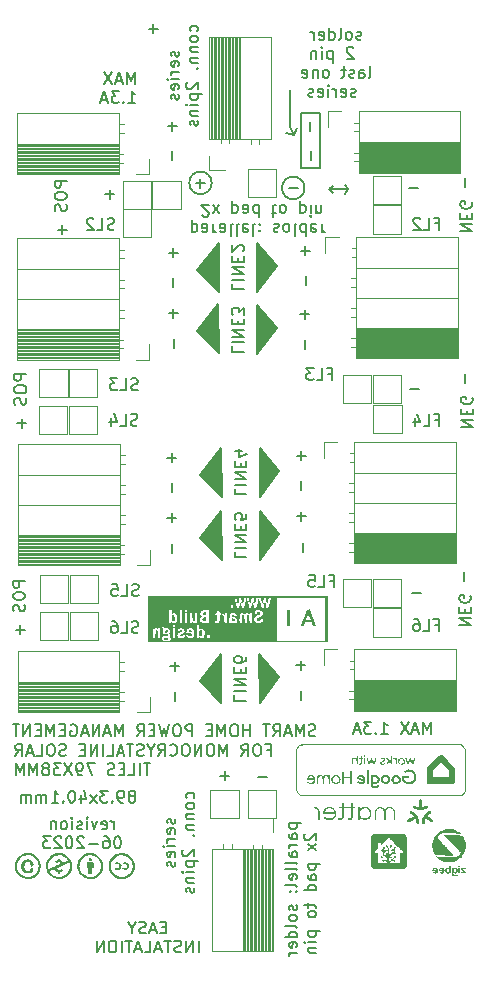
<source format=gbr>
%TF.GenerationSoftware,KiCad,Pcbnew,7.0.5*%
%TF.CreationDate,2023-06-01T08:07:39+02:00*%
%TF.ProjectId,78_1x39_1mm Solr tile,37382c31-7833-4392-9c31-6d6d20536f6c,rev?*%
%TF.SameCoordinates,Original*%
%TF.FileFunction,Legend,Bot*%
%TF.FilePolarity,Positive*%
%FSLAX46Y46*%
G04 Gerber Fmt 4.6, Leading zero omitted, Abs format (unit mm)*
G04 Created by KiCad (PCBNEW 7.0.5) date 2023-06-01 08:07:39*
%MOMM*%
%LPD*%
G01*
G04 APERTURE LIST*
%ADD10C,0.200000*%
%ADD11C,0.150000*%
%ADD12C,0.120000*%
G04 APERTURE END LIST*
D10*
X50679048Y-66083733D02*
X51440953Y-66083733D01*
X50489048Y-48763733D02*
X51250953Y-48763733D01*
X50409048Y-31803733D02*
X51170953Y-31803733D01*
X25053733Y-32680951D02*
X25053733Y-31919047D01*
X24672780Y-32299999D02*
X25434685Y-32299999D01*
D11*
X54730180Y-35412969D02*
X55730180Y-35412969D01*
X55730180Y-35412969D02*
X54730180Y-34841541D01*
X54730180Y-34841541D02*
X55730180Y-34841541D01*
X55253990Y-34365350D02*
X55253990Y-34032017D01*
X54730180Y-33889160D02*
X54730180Y-34365350D01*
X54730180Y-34365350D02*
X55730180Y-34365350D01*
X55730180Y-34365350D02*
X55730180Y-33889160D01*
X55682561Y-32936779D02*
X55730180Y-33032017D01*
X55730180Y-33032017D02*
X55730180Y-33174874D01*
X55730180Y-33174874D02*
X55682561Y-33317731D01*
X55682561Y-33317731D02*
X55587323Y-33412969D01*
X55587323Y-33412969D02*
X55492085Y-33460588D01*
X55492085Y-33460588D02*
X55301609Y-33508207D01*
X55301609Y-33508207D02*
X55158752Y-33508207D01*
X55158752Y-33508207D02*
X54968276Y-33460588D01*
X54968276Y-33460588D02*
X54873038Y-33412969D01*
X54873038Y-33412969D02*
X54777800Y-33317731D01*
X54777800Y-33317731D02*
X54730180Y-33174874D01*
X54730180Y-33174874D02*
X54730180Y-33079636D01*
X54730180Y-33079636D02*
X54777800Y-32936779D01*
X54777800Y-32936779D02*
X54825419Y-32889160D01*
X54825419Y-32889160D02*
X55158752Y-32889160D01*
X55158752Y-32889160D02*
X55158752Y-33079636D01*
X55111133Y-31698683D02*
X55111133Y-30936779D01*
X54770180Y-51982969D02*
X55770180Y-51982969D01*
X55770180Y-51982969D02*
X54770180Y-51411541D01*
X54770180Y-51411541D02*
X55770180Y-51411541D01*
X55293990Y-50935350D02*
X55293990Y-50602017D01*
X54770180Y-50459160D02*
X54770180Y-50935350D01*
X54770180Y-50935350D02*
X55770180Y-50935350D01*
X55770180Y-50935350D02*
X55770180Y-50459160D01*
X55722561Y-49506779D02*
X55770180Y-49602017D01*
X55770180Y-49602017D02*
X55770180Y-49744874D01*
X55770180Y-49744874D02*
X55722561Y-49887731D01*
X55722561Y-49887731D02*
X55627323Y-49982969D01*
X55627323Y-49982969D02*
X55532085Y-50030588D01*
X55532085Y-50030588D02*
X55341609Y-50078207D01*
X55341609Y-50078207D02*
X55198752Y-50078207D01*
X55198752Y-50078207D02*
X55008276Y-50030588D01*
X55008276Y-50030588D02*
X54913038Y-49982969D01*
X54913038Y-49982969D02*
X54817800Y-49887731D01*
X54817800Y-49887731D02*
X54770180Y-49744874D01*
X54770180Y-49744874D02*
X54770180Y-49649636D01*
X54770180Y-49649636D02*
X54817800Y-49506779D01*
X54817800Y-49506779D02*
X54865419Y-49459160D01*
X54865419Y-49459160D02*
X55198752Y-49459160D01*
X55198752Y-49459160D02*
X55198752Y-49649636D01*
X55151133Y-48268683D02*
X55151133Y-47506779D01*
X54630180Y-68772969D02*
X55630180Y-68772969D01*
X55630180Y-68772969D02*
X54630180Y-68201541D01*
X54630180Y-68201541D02*
X55630180Y-68201541D01*
X55153990Y-67725350D02*
X55153990Y-67392017D01*
X54630180Y-67249160D02*
X54630180Y-67725350D01*
X54630180Y-67725350D02*
X55630180Y-67725350D01*
X55630180Y-67725350D02*
X55630180Y-67249160D01*
X55582561Y-66296779D02*
X55630180Y-66392017D01*
X55630180Y-66392017D02*
X55630180Y-66534874D01*
X55630180Y-66534874D02*
X55582561Y-66677731D01*
X55582561Y-66677731D02*
X55487323Y-66772969D01*
X55487323Y-66772969D02*
X55392085Y-66820588D01*
X55392085Y-66820588D02*
X55201609Y-66868207D01*
X55201609Y-66868207D02*
X55058752Y-66868207D01*
X55058752Y-66868207D02*
X54868276Y-66820588D01*
X54868276Y-66820588D02*
X54773038Y-66772969D01*
X54773038Y-66772969D02*
X54677800Y-66677731D01*
X54677800Y-66677731D02*
X54630180Y-66534874D01*
X54630180Y-66534874D02*
X54630180Y-66439636D01*
X54630180Y-66439636D02*
X54677800Y-66296779D01*
X54677800Y-66296779D02*
X54725419Y-66249160D01*
X54725419Y-66249160D02*
X55058752Y-66249160D01*
X55058752Y-66249160D02*
X55058752Y-66439636D01*
X55011133Y-65058683D02*
X55011133Y-64296779D01*
X17869819Y-65029411D02*
X16869819Y-65029411D01*
X16869819Y-65029411D02*
X16869819Y-65410363D01*
X16869819Y-65410363D02*
X16917438Y-65505601D01*
X16917438Y-65505601D02*
X16965057Y-65553220D01*
X16965057Y-65553220D02*
X17060295Y-65600839D01*
X17060295Y-65600839D02*
X17203152Y-65600839D01*
X17203152Y-65600839D02*
X17298390Y-65553220D01*
X17298390Y-65553220D02*
X17346009Y-65505601D01*
X17346009Y-65505601D02*
X17393628Y-65410363D01*
X17393628Y-65410363D02*
X17393628Y-65029411D01*
X16869819Y-66219887D02*
X16869819Y-66410363D01*
X16869819Y-66410363D02*
X16917438Y-66505601D01*
X16917438Y-66505601D02*
X17012676Y-66600839D01*
X17012676Y-66600839D02*
X17203152Y-66648458D01*
X17203152Y-66648458D02*
X17536485Y-66648458D01*
X17536485Y-66648458D02*
X17726961Y-66600839D01*
X17726961Y-66600839D02*
X17822200Y-66505601D01*
X17822200Y-66505601D02*
X17869819Y-66410363D01*
X17869819Y-66410363D02*
X17869819Y-66219887D01*
X17869819Y-66219887D02*
X17822200Y-66124649D01*
X17822200Y-66124649D02*
X17726961Y-66029411D01*
X17726961Y-66029411D02*
X17536485Y-65981792D01*
X17536485Y-65981792D02*
X17203152Y-65981792D01*
X17203152Y-65981792D02*
X17012676Y-66029411D01*
X17012676Y-66029411D02*
X16917438Y-66124649D01*
X16917438Y-66124649D02*
X16869819Y-66219887D01*
X17822200Y-67029411D02*
X17869819Y-67172268D01*
X17869819Y-67172268D02*
X17869819Y-67410363D01*
X17869819Y-67410363D02*
X17822200Y-67505601D01*
X17822200Y-67505601D02*
X17774580Y-67553220D01*
X17774580Y-67553220D02*
X17679342Y-67600839D01*
X17679342Y-67600839D02*
X17584104Y-67600839D01*
X17584104Y-67600839D02*
X17488866Y-67553220D01*
X17488866Y-67553220D02*
X17441247Y-67505601D01*
X17441247Y-67505601D02*
X17393628Y-67410363D01*
X17393628Y-67410363D02*
X17346009Y-67219887D01*
X17346009Y-67219887D02*
X17298390Y-67124649D01*
X17298390Y-67124649D02*
X17250771Y-67077030D01*
X17250771Y-67077030D02*
X17155533Y-67029411D01*
X17155533Y-67029411D02*
X17060295Y-67029411D01*
X17060295Y-67029411D02*
X16965057Y-67077030D01*
X16965057Y-67077030D02*
X16917438Y-67124649D01*
X16917438Y-67124649D02*
X16869819Y-67219887D01*
X16869819Y-67219887D02*
X16869819Y-67457982D01*
X16869819Y-67457982D02*
X16917438Y-67600839D01*
X17488866Y-68791316D02*
X17488866Y-69553221D01*
X17869819Y-69172268D02*
X17107914Y-69172268D01*
X21384819Y-31149411D02*
X20384819Y-31149411D01*
X20384819Y-31149411D02*
X20384819Y-31530363D01*
X20384819Y-31530363D02*
X20432438Y-31625601D01*
X20432438Y-31625601D02*
X20480057Y-31673220D01*
X20480057Y-31673220D02*
X20575295Y-31720839D01*
X20575295Y-31720839D02*
X20718152Y-31720839D01*
X20718152Y-31720839D02*
X20813390Y-31673220D01*
X20813390Y-31673220D02*
X20861009Y-31625601D01*
X20861009Y-31625601D02*
X20908628Y-31530363D01*
X20908628Y-31530363D02*
X20908628Y-31149411D01*
X20384819Y-32339887D02*
X20384819Y-32530363D01*
X20384819Y-32530363D02*
X20432438Y-32625601D01*
X20432438Y-32625601D02*
X20527676Y-32720839D01*
X20527676Y-32720839D02*
X20718152Y-32768458D01*
X20718152Y-32768458D02*
X21051485Y-32768458D01*
X21051485Y-32768458D02*
X21241961Y-32720839D01*
X21241961Y-32720839D02*
X21337200Y-32625601D01*
X21337200Y-32625601D02*
X21384819Y-32530363D01*
X21384819Y-32530363D02*
X21384819Y-32339887D01*
X21384819Y-32339887D02*
X21337200Y-32244649D01*
X21337200Y-32244649D02*
X21241961Y-32149411D01*
X21241961Y-32149411D02*
X21051485Y-32101792D01*
X21051485Y-32101792D02*
X20718152Y-32101792D01*
X20718152Y-32101792D02*
X20527676Y-32149411D01*
X20527676Y-32149411D02*
X20432438Y-32244649D01*
X20432438Y-32244649D02*
X20384819Y-32339887D01*
X21337200Y-33149411D02*
X21384819Y-33292268D01*
X21384819Y-33292268D02*
X21384819Y-33530363D01*
X21384819Y-33530363D02*
X21337200Y-33625601D01*
X21337200Y-33625601D02*
X21289580Y-33673220D01*
X21289580Y-33673220D02*
X21194342Y-33720839D01*
X21194342Y-33720839D02*
X21099104Y-33720839D01*
X21099104Y-33720839D02*
X21003866Y-33673220D01*
X21003866Y-33673220D02*
X20956247Y-33625601D01*
X20956247Y-33625601D02*
X20908628Y-33530363D01*
X20908628Y-33530363D02*
X20861009Y-33339887D01*
X20861009Y-33339887D02*
X20813390Y-33244649D01*
X20813390Y-33244649D02*
X20765771Y-33197030D01*
X20765771Y-33197030D02*
X20670533Y-33149411D01*
X20670533Y-33149411D02*
X20575295Y-33149411D01*
X20575295Y-33149411D02*
X20480057Y-33197030D01*
X20480057Y-33197030D02*
X20432438Y-33244649D01*
X20432438Y-33244649D02*
X20384819Y-33339887D01*
X20384819Y-33339887D02*
X20384819Y-33577982D01*
X20384819Y-33577982D02*
X20432438Y-33720839D01*
X21003866Y-34911316D02*
X21003866Y-35673221D01*
X21384819Y-35292268D02*
X20622914Y-35292268D01*
X17979819Y-47529411D02*
X16979819Y-47529411D01*
X16979819Y-47529411D02*
X16979819Y-47910363D01*
X16979819Y-47910363D02*
X17027438Y-48005601D01*
X17027438Y-48005601D02*
X17075057Y-48053220D01*
X17075057Y-48053220D02*
X17170295Y-48100839D01*
X17170295Y-48100839D02*
X17313152Y-48100839D01*
X17313152Y-48100839D02*
X17408390Y-48053220D01*
X17408390Y-48053220D02*
X17456009Y-48005601D01*
X17456009Y-48005601D02*
X17503628Y-47910363D01*
X17503628Y-47910363D02*
X17503628Y-47529411D01*
X16979819Y-48719887D02*
X16979819Y-48910363D01*
X16979819Y-48910363D02*
X17027438Y-49005601D01*
X17027438Y-49005601D02*
X17122676Y-49100839D01*
X17122676Y-49100839D02*
X17313152Y-49148458D01*
X17313152Y-49148458D02*
X17646485Y-49148458D01*
X17646485Y-49148458D02*
X17836961Y-49100839D01*
X17836961Y-49100839D02*
X17932200Y-49005601D01*
X17932200Y-49005601D02*
X17979819Y-48910363D01*
X17979819Y-48910363D02*
X17979819Y-48719887D01*
X17979819Y-48719887D02*
X17932200Y-48624649D01*
X17932200Y-48624649D02*
X17836961Y-48529411D01*
X17836961Y-48529411D02*
X17646485Y-48481792D01*
X17646485Y-48481792D02*
X17313152Y-48481792D01*
X17313152Y-48481792D02*
X17122676Y-48529411D01*
X17122676Y-48529411D02*
X17027438Y-48624649D01*
X17027438Y-48624649D02*
X16979819Y-48719887D01*
X17932200Y-49529411D02*
X17979819Y-49672268D01*
X17979819Y-49672268D02*
X17979819Y-49910363D01*
X17979819Y-49910363D02*
X17932200Y-50005601D01*
X17932200Y-50005601D02*
X17884580Y-50053220D01*
X17884580Y-50053220D02*
X17789342Y-50100839D01*
X17789342Y-50100839D02*
X17694104Y-50100839D01*
X17694104Y-50100839D02*
X17598866Y-50053220D01*
X17598866Y-50053220D02*
X17551247Y-50005601D01*
X17551247Y-50005601D02*
X17503628Y-49910363D01*
X17503628Y-49910363D02*
X17456009Y-49719887D01*
X17456009Y-49719887D02*
X17408390Y-49624649D01*
X17408390Y-49624649D02*
X17360771Y-49577030D01*
X17360771Y-49577030D02*
X17265533Y-49529411D01*
X17265533Y-49529411D02*
X17170295Y-49529411D01*
X17170295Y-49529411D02*
X17075057Y-49577030D01*
X17075057Y-49577030D02*
X17027438Y-49624649D01*
X17027438Y-49624649D02*
X16979819Y-49719887D01*
X16979819Y-49719887D02*
X16979819Y-49957982D01*
X16979819Y-49957982D02*
X17027438Y-50100839D01*
X17598866Y-51291316D02*
X17598866Y-52053221D01*
X17979819Y-51672268D02*
X17217914Y-51672268D01*
X43640000Y-31880000D02*
X43950000Y-31560000D01*
X43920000Y-32210000D02*
X43640000Y-31880000D01*
X43640000Y-31880000D02*
X43920000Y-32210000D01*
X45210000Y-31880000D02*
X44970000Y-31530000D01*
X44950000Y-32240000D02*
X45210000Y-31880000D01*
X45210000Y-31880000D02*
X44950000Y-32240000D01*
X43640000Y-31880000D02*
X45210000Y-31880000D01*
X41230000Y-25450000D02*
X42810000Y-25450000D01*
X42810000Y-30050000D01*
X41230000Y-30050000D01*
X41230000Y-25450000D01*
X33680001Y-31330000D02*
G75*
G03*
X33680001Y-31330000I-952103J0D01*
G01*
X41530001Y-31760000D02*
G75*
G03*
X41530001Y-31760000I-952103J0D01*
G01*
D10*
X34494280Y-75356160D02*
X32650164Y-73500622D01*
X34484280Y-71206160D01*
X34494280Y-75356160D01*
G36*
X34494280Y-75356160D02*
G01*
X32650164Y-73500622D01*
X34484280Y-71206160D01*
X34494280Y-75356160D01*
G37*
D11*
X40670000Y-27290000D02*
X39930000Y-27140000D01*
D10*
X39393992Y-73180135D02*
X37731358Y-75384316D01*
X37721358Y-71234316D01*
X39393992Y-73180135D01*
G36*
X39393992Y-73180135D02*
G01*
X37731358Y-75384316D01*
X37721358Y-71234316D01*
X39393992Y-73180135D01*
G37*
X34514280Y-57886160D02*
X32670164Y-56030622D01*
X34504280Y-53736160D01*
X34514280Y-57886160D01*
G36*
X34514280Y-57886160D02*
G01*
X32670164Y-56030622D01*
X34504280Y-53736160D01*
X34514280Y-57886160D01*
G37*
D11*
X40320000Y-23480000D02*
X40330000Y-26600000D01*
D10*
X34508830Y-63235625D02*
X32664714Y-61380087D01*
X34498830Y-59085625D01*
X34508830Y-63235625D01*
G36*
X34508830Y-63235625D02*
G01*
X32664714Y-61380087D01*
X34498830Y-59085625D01*
X34508830Y-63235625D01*
G37*
D11*
X40670000Y-27290000D02*
X40880000Y-26640000D01*
D10*
X39413992Y-55710135D02*
X37751358Y-57914316D01*
X37741358Y-53764316D01*
X39413992Y-55710135D01*
G36*
X39413992Y-55710135D02*
G01*
X37751358Y-57914316D01*
X37741358Y-53764316D01*
X39413992Y-55710135D01*
G37*
D11*
X40330000Y-26600000D02*
X40670000Y-27290000D01*
D10*
X39408542Y-61059600D02*
X37745908Y-63263781D01*
X37735908Y-59113781D01*
X39408542Y-61059600D01*
G36*
X39408542Y-61059600D02*
G01*
X37745908Y-63263781D01*
X37735908Y-59113781D01*
X39408542Y-61059600D01*
G37*
X34255243Y-45735803D02*
X32411127Y-43880265D01*
X34245243Y-41585803D01*
X34255243Y-45735803D01*
G36*
X34255243Y-45735803D02*
G01*
X32411127Y-43880265D01*
X34245243Y-41585803D01*
X34255243Y-45735803D01*
G37*
X39168277Y-43577794D02*
X37505643Y-45781975D01*
X37495643Y-41631975D01*
X39168277Y-43577794D01*
G36*
X39168277Y-43577794D02*
G01*
X37505643Y-45781975D01*
X37495643Y-41631975D01*
X39168277Y-43577794D01*
G37*
X34284450Y-40546738D02*
X32440334Y-38691200D01*
X34274450Y-36396738D01*
X34284450Y-40546738D01*
G36*
X34284450Y-40546738D02*
G01*
X32440334Y-38691200D01*
X34274450Y-36396738D01*
X34284450Y-40546738D01*
G37*
X39200280Y-38362371D02*
X37537646Y-40566552D01*
X37527646Y-36416552D01*
X39200280Y-38362371D01*
G36*
X39200280Y-38362371D02*
G01*
X37537646Y-40566552D01*
X37527646Y-36416552D01*
X39200280Y-38362371D01*
G37*
D11*
X52626303Y-51386009D02*
X52959636Y-51386009D01*
X52959636Y-51909819D02*
X52959636Y-50909819D01*
X52959636Y-50909819D02*
X52483446Y-50909819D01*
X51626303Y-51909819D02*
X52102493Y-51909819D01*
X52102493Y-51909819D02*
X52102493Y-50909819D01*
X50864398Y-51243152D02*
X50864398Y-51909819D01*
X51102493Y-50862200D02*
X51340588Y-51576485D01*
X51340588Y-51576485D02*
X50721541Y-51576485D01*
D10*
X31977617Y-35459447D02*
X31977617Y-34459447D01*
X31977617Y-35411828D02*
X32072855Y-35459447D01*
X32072855Y-35459447D02*
X32263331Y-35459447D01*
X32263331Y-35459447D02*
X32358569Y-35411828D01*
X32358569Y-35411828D02*
X32406188Y-35364209D01*
X32406188Y-35364209D02*
X32453807Y-35268971D01*
X32453807Y-35268971D02*
X32453807Y-34983257D01*
X32453807Y-34983257D02*
X32406188Y-34888019D01*
X32406188Y-34888019D02*
X32358569Y-34840400D01*
X32358569Y-34840400D02*
X32263331Y-34792780D01*
X32263331Y-34792780D02*
X32072855Y-34792780D01*
X32072855Y-34792780D02*
X31977617Y-34840400D01*
X33310950Y-34792780D02*
X33310950Y-35316590D01*
X33310950Y-35316590D02*
X33263331Y-35411828D01*
X33263331Y-35411828D02*
X33168093Y-35459447D01*
X33168093Y-35459447D02*
X32977617Y-35459447D01*
X32977617Y-35459447D02*
X32882379Y-35411828D01*
X33310950Y-34840400D02*
X33215712Y-34792780D01*
X33215712Y-34792780D02*
X32977617Y-34792780D01*
X32977617Y-34792780D02*
X32882379Y-34840400D01*
X32882379Y-34840400D02*
X32834760Y-34935638D01*
X32834760Y-34935638D02*
X32834760Y-35030876D01*
X32834760Y-35030876D02*
X32882379Y-35126114D01*
X32882379Y-35126114D02*
X32977617Y-35173733D01*
X32977617Y-35173733D02*
X33215712Y-35173733D01*
X33215712Y-35173733D02*
X33310950Y-35221352D01*
X33787141Y-34792780D02*
X33787141Y-35459447D01*
X33787141Y-35268971D02*
X33834760Y-35364209D01*
X33834760Y-35364209D02*
X33882379Y-35411828D01*
X33882379Y-35411828D02*
X33977617Y-35459447D01*
X33977617Y-35459447D02*
X34072855Y-35459447D01*
X34834760Y-34792780D02*
X34834760Y-35316590D01*
X34834760Y-35316590D02*
X34787141Y-35411828D01*
X34787141Y-35411828D02*
X34691903Y-35459447D01*
X34691903Y-35459447D02*
X34501427Y-35459447D01*
X34501427Y-35459447D02*
X34406189Y-35411828D01*
X34834760Y-34840400D02*
X34739522Y-34792780D01*
X34739522Y-34792780D02*
X34501427Y-34792780D01*
X34501427Y-34792780D02*
X34406189Y-34840400D01*
X34406189Y-34840400D02*
X34358570Y-34935638D01*
X34358570Y-34935638D02*
X34358570Y-35030876D01*
X34358570Y-35030876D02*
X34406189Y-35126114D01*
X34406189Y-35126114D02*
X34501427Y-35173733D01*
X34501427Y-35173733D02*
X34739522Y-35173733D01*
X34739522Y-35173733D02*
X34834760Y-35221352D01*
X35453808Y-34792780D02*
X35358570Y-34840400D01*
X35358570Y-34840400D02*
X35310951Y-34935638D01*
X35310951Y-34935638D02*
X35310951Y-35792780D01*
X35977618Y-34792780D02*
X35882380Y-34840400D01*
X35882380Y-34840400D02*
X35834761Y-34935638D01*
X35834761Y-34935638D02*
X35834761Y-35792780D01*
X36739523Y-34840400D02*
X36644285Y-34792780D01*
X36644285Y-34792780D02*
X36453809Y-34792780D01*
X36453809Y-34792780D02*
X36358571Y-34840400D01*
X36358571Y-34840400D02*
X36310952Y-34935638D01*
X36310952Y-34935638D02*
X36310952Y-35316590D01*
X36310952Y-35316590D02*
X36358571Y-35411828D01*
X36358571Y-35411828D02*
X36453809Y-35459447D01*
X36453809Y-35459447D02*
X36644285Y-35459447D01*
X36644285Y-35459447D02*
X36739523Y-35411828D01*
X36739523Y-35411828D02*
X36787142Y-35316590D01*
X36787142Y-35316590D02*
X36787142Y-35221352D01*
X36787142Y-35221352D02*
X36310952Y-35126114D01*
X37358571Y-34792780D02*
X37263333Y-34840400D01*
X37263333Y-34840400D02*
X37215714Y-34935638D01*
X37215714Y-34935638D02*
X37215714Y-35792780D01*
X37739524Y-34888019D02*
X37787143Y-34840400D01*
X37787143Y-34840400D02*
X37739524Y-34792780D01*
X37739524Y-34792780D02*
X37691905Y-34840400D01*
X37691905Y-34840400D02*
X37739524Y-34888019D01*
X37739524Y-34888019D02*
X37739524Y-34792780D01*
X37739524Y-35411828D02*
X37787143Y-35364209D01*
X37787143Y-35364209D02*
X37739524Y-35316590D01*
X37739524Y-35316590D02*
X37691905Y-35364209D01*
X37691905Y-35364209D02*
X37739524Y-35411828D01*
X37739524Y-35411828D02*
X37739524Y-35316590D01*
X38930000Y-34840400D02*
X39025238Y-34792780D01*
X39025238Y-34792780D02*
X39215714Y-34792780D01*
X39215714Y-34792780D02*
X39310952Y-34840400D01*
X39310952Y-34840400D02*
X39358571Y-34935638D01*
X39358571Y-34935638D02*
X39358571Y-34983257D01*
X39358571Y-34983257D02*
X39310952Y-35078495D01*
X39310952Y-35078495D02*
X39215714Y-35126114D01*
X39215714Y-35126114D02*
X39072857Y-35126114D01*
X39072857Y-35126114D02*
X38977619Y-35173733D01*
X38977619Y-35173733D02*
X38930000Y-35268971D01*
X38930000Y-35268971D02*
X38930000Y-35316590D01*
X38930000Y-35316590D02*
X38977619Y-35411828D01*
X38977619Y-35411828D02*
X39072857Y-35459447D01*
X39072857Y-35459447D02*
X39215714Y-35459447D01*
X39215714Y-35459447D02*
X39310952Y-35411828D01*
X39930000Y-34792780D02*
X39834762Y-34840400D01*
X39834762Y-34840400D02*
X39787143Y-34888019D01*
X39787143Y-34888019D02*
X39739524Y-34983257D01*
X39739524Y-34983257D02*
X39739524Y-35268971D01*
X39739524Y-35268971D02*
X39787143Y-35364209D01*
X39787143Y-35364209D02*
X39834762Y-35411828D01*
X39834762Y-35411828D02*
X39930000Y-35459447D01*
X39930000Y-35459447D02*
X40072857Y-35459447D01*
X40072857Y-35459447D02*
X40168095Y-35411828D01*
X40168095Y-35411828D02*
X40215714Y-35364209D01*
X40215714Y-35364209D02*
X40263333Y-35268971D01*
X40263333Y-35268971D02*
X40263333Y-34983257D01*
X40263333Y-34983257D02*
X40215714Y-34888019D01*
X40215714Y-34888019D02*
X40168095Y-34840400D01*
X40168095Y-34840400D02*
X40072857Y-34792780D01*
X40072857Y-34792780D02*
X39930000Y-34792780D01*
X40834762Y-34792780D02*
X40739524Y-34840400D01*
X40739524Y-34840400D02*
X40691905Y-34935638D01*
X40691905Y-34935638D02*
X40691905Y-35792780D01*
X41644286Y-34792780D02*
X41644286Y-35792780D01*
X41644286Y-34840400D02*
X41549048Y-34792780D01*
X41549048Y-34792780D02*
X41358572Y-34792780D01*
X41358572Y-34792780D02*
X41263334Y-34840400D01*
X41263334Y-34840400D02*
X41215715Y-34888019D01*
X41215715Y-34888019D02*
X41168096Y-34983257D01*
X41168096Y-34983257D02*
X41168096Y-35268971D01*
X41168096Y-35268971D02*
X41215715Y-35364209D01*
X41215715Y-35364209D02*
X41263334Y-35411828D01*
X41263334Y-35411828D02*
X41358572Y-35459447D01*
X41358572Y-35459447D02*
X41549048Y-35459447D01*
X41549048Y-35459447D02*
X41644286Y-35411828D01*
X42501429Y-34840400D02*
X42406191Y-34792780D01*
X42406191Y-34792780D02*
X42215715Y-34792780D01*
X42215715Y-34792780D02*
X42120477Y-34840400D01*
X42120477Y-34840400D02*
X42072858Y-34935638D01*
X42072858Y-34935638D02*
X42072858Y-35316590D01*
X42072858Y-35316590D02*
X42120477Y-35411828D01*
X42120477Y-35411828D02*
X42215715Y-35459447D01*
X42215715Y-35459447D02*
X42406191Y-35459447D01*
X42406191Y-35459447D02*
X42501429Y-35411828D01*
X42501429Y-35411828D02*
X42549048Y-35316590D01*
X42549048Y-35316590D02*
X42549048Y-35221352D01*
X42549048Y-35221352D02*
X42072858Y-35126114D01*
X42977620Y-34792780D02*
X42977620Y-35459447D01*
X42977620Y-35268971D02*
X43025239Y-35364209D01*
X43025239Y-35364209D02*
X43072858Y-35411828D01*
X43072858Y-35411828D02*
X43168096Y-35459447D01*
X43168096Y-35459447D02*
X43263334Y-35459447D01*
X32858571Y-34087542D02*
X32906190Y-34135161D01*
X32906190Y-34135161D02*
X33001428Y-34182780D01*
X33001428Y-34182780D02*
X33239523Y-34182780D01*
X33239523Y-34182780D02*
X33334761Y-34135161D01*
X33334761Y-34135161D02*
X33382380Y-34087542D01*
X33382380Y-34087542D02*
X33429999Y-33992304D01*
X33429999Y-33992304D02*
X33429999Y-33897066D01*
X33429999Y-33897066D02*
X33382380Y-33754209D01*
X33382380Y-33754209D02*
X32810952Y-33182780D01*
X32810952Y-33182780D02*
X33429999Y-33182780D01*
X33763333Y-33182780D02*
X34287142Y-33849447D01*
X33763333Y-33849447D02*
X34287142Y-33182780D01*
X35430000Y-33849447D02*
X35430000Y-32849447D01*
X35430000Y-33801828D02*
X35525238Y-33849447D01*
X35525238Y-33849447D02*
X35715714Y-33849447D01*
X35715714Y-33849447D02*
X35810952Y-33801828D01*
X35810952Y-33801828D02*
X35858571Y-33754209D01*
X35858571Y-33754209D02*
X35906190Y-33658971D01*
X35906190Y-33658971D02*
X35906190Y-33373257D01*
X35906190Y-33373257D02*
X35858571Y-33278019D01*
X35858571Y-33278019D02*
X35810952Y-33230400D01*
X35810952Y-33230400D02*
X35715714Y-33182780D01*
X35715714Y-33182780D02*
X35525238Y-33182780D01*
X35525238Y-33182780D02*
X35430000Y-33230400D01*
X36763333Y-33182780D02*
X36763333Y-33706590D01*
X36763333Y-33706590D02*
X36715714Y-33801828D01*
X36715714Y-33801828D02*
X36620476Y-33849447D01*
X36620476Y-33849447D02*
X36430000Y-33849447D01*
X36430000Y-33849447D02*
X36334762Y-33801828D01*
X36763333Y-33230400D02*
X36668095Y-33182780D01*
X36668095Y-33182780D02*
X36430000Y-33182780D01*
X36430000Y-33182780D02*
X36334762Y-33230400D01*
X36334762Y-33230400D02*
X36287143Y-33325638D01*
X36287143Y-33325638D02*
X36287143Y-33420876D01*
X36287143Y-33420876D02*
X36334762Y-33516114D01*
X36334762Y-33516114D02*
X36430000Y-33563733D01*
X36430000Y-33563733D02*
X36668095Y-33563733D01*
X36668095Y-33563733D02*
X36763333Y-33611352D01*
X37668095Y-33182780D02*
X37668095Y-34182780D01*
X37668095Y-33230400D02*
X37572857Y-33182780D01*
X37572857Y-33182780D02*
X37382381Y-33182780D01*
X37382381Y-33182780D02*
X37287143Y-33230400D01*
X37287143Y-33230400D02*
X37239524Y-33278019D01*
X37239524Y-33278019D02*
X37191905Y-33373257D01*
X37191905Y-33373257D02*
X37191905Y-33658971D01*
X37191905Y-33658971D02*
X37239524Y-33754209D01*
X37239524Y-33754209D02*
X37287143Y-33801828D01*
X37287143Y-33801828D02*
X37382381Y-33849447D01*
X37382381Y-33849447D02*
X37572857Y-33849447D01*
X37572857Y-33849447D02*
X37668095Y-33801828D01*
X38763334Y-33849447D02*
X39144286Y-33849447D01*
X38906191Y-34182780D02*
X38906191Y-33325638D01*
X38906191Y-33325638D02*
X38953810Y-33230400D01*
X38953810Y-33230400D02*
X39049048Y-33182780D01*
X39049048Y-33182780D02*
X39144286Y-33182780D01*
X39620477Y-33182780D02*
X39525239Y-33230400D01*
X39525239Y-33230400D02*
X39477620Y-33278019D01*
X39477620Y-33278019D02*
X39430001Y-33373257D01*
X39430001Y-33373257D02*
X39430001Y-33658971D01*
X39430001Y-33658971D02*
X39477620Y-33754209D01*
X39477620Y-33754209D02*
X39525239Y-33801828D01*
X39525239Y-33801828D02*
X39620477Y-33849447D01*
X39620477Y-33849447D02*
X39763334Y-33849447D01*
X39763334Y-33849447D02*
X39858572Y-33801828D01*
X39858572Y-33801828D02*
X39906191Y-33754209D01*
X39906191Y-33754209D02*
X39953810Y-33658971D01*
X39953810Y-33658971D02*
X39953810Y-33373257D01*
X39953810Y-33373257D02*
X39906191Y-33278019D01*
X39906191Y-33278019D02*
X39858572Y-33230400D01*
X39858572Y-33230400D02*
X39763334Y-33182780D01*
X39763334Y-33182780D02*
X39620477Y-33182780D01*
X41144287Y-33849447D02*
X41144287Y-32849447D01*
X41144287Y-33801828D02*
X41239525Y-33849447D01*
X41239525Y-33849447D02*
X41430001Y-33849447D01*
X41430001Y-33849447D02*
X41525239Y-33801828D01*
X41525239Y-33801828D02*
X41572858Y-33754209D01*
X41572858Y-33754209D02*
X41620477Y-33658971D01*
X41620477Y-33658971D02*
X41620477Y-33373257D01*
X41620477Y-33373257D02*
X41572858Y-33278019D01*
X41572858Y-33278019D02*
X41525239Y-33230400D01*
X41525239Y-33230400D02*
X41430001Y-33182780D01*
X41430001Y-33182780D02*
X41239525Y-33182780D01*
X41239525Y-33182780D02*
X41144287Y-33230400D01*
X42049049Y-33182780D02*
X42049049Y-33849447D01*
X42049049Y-34182780D02*
X42001430Y-34135161D01*
X42001430Y-34135161D02*
X42049049Y-34087542D01*
X42049049Y-34087542D02*
X42096668Y-34135161D01*
X42096668Y-34135161D02*
X42049049Y-34182780D01*
X42049049Y-34182780D02*
X42049049Y-34087542D01*
X42525239Y-33849447D02*
X42525239Y-33182780D01*
X42525239Y-33754209D02*
X42572858Y-33801828D01*
X42572858Y-33801828D02*
X42668096Y-33849447D01*
X42668096Y-33849447D02*
X42810953Y-33849447D01*
X42810953Y-33849447D02*
X42906191Y-33801828D01*
X42906191Y-33801828D02*
X42953810Y-33706590D01*
X42953810Y-33706590D02*
X42953810Y-33182780D01*
X27150326Y-22947219D02*
X27150326Y-21947219D01*
X27150326Y-21947219D02*
X26816993Y-22661504D01*
X26816993Y-22661504D02*
X26483660Y-21947219D01*
X26483660Y-21947219D02*
X26483660Y-22947219D01*
X26055088Y-22661504D02*
X25578898Y-22661504D01*
X26150326Y-22947219D02*
X25816993Y-21947219D01*
X25816993Y-21947219D02*
X25483660Y-22947219D01*
X25245564Y-21947219D02*
X24578898Y-22947219D01*
X24578898Y-21947219D02*
X25245564Y-22947219D01*
X26626517Y-24557219D02*
X27197945Y-24557219D01*
X26912231Y-24557219D02*
X26912231Y-23557219D01*
X26912231Y-23557219D02*
X27007469Y-23700076D01*
X27007469Y-23700076D02*
X27102707Y-23795314D01*
X27102707Y-23795314D02*
X27197945Y-23842933D01*
X26197945Y-24461980D02*
X26150326Y-24509600D01*
X26150326Y-24509600D02*
X26197945Y-24557219D01*
X26197945Y-24557219D02*
X26245564Y-24509600D01*
X26245564Y-24509600D02*
X26197945Y-24461980D01*
X26197945Y-24461980D02*
X26197945Y-24557219D01*
X25816993Y-23557219D02*
X25197946Y-23557219D01*
X25197946Y-23557219D02*
X25531279Y-23938171D01*
X25531279Y-23938171D02*
X25388422Y-23938171D01*
X25388422Y-23938171D02*
X25293184Y-23985790D01*
X25293184Y-23985790D02*
X25245565Y-24033409D01*
X25245565Y-24033409D02*
X25197946Y-24128647D01*
X25197946Y-24128647D02*
X25197946Y-24366742D01*
X25197946Y-24366742D02*
X25245565Y-24461980D01*
X25245565Y-24461980D02*
X25293184Y-24509600D01*
X25293184Y-24509600D02*
X25388422Y-24557219D01*
X25388422Y-24557219D02*
X25674136Y-24557219D01*
X25674136Y-24557219D02*
X25769374Y-24509600D01*
X25769374Y-24509600D02*
X25816993Y-24461980D01*
X24816993Y-24271504D02*
X24340803Y-24271504D01*
X24912231Y-24557219D02*
X24578898Y-23557219D01*
X24578898Y-23557219D02*
X24245565Y-24557219D01*
X30303733Y-60080951D02*
X30303733Y-59319047D01*
X29922780Y-59699999D02*
X30684685Y-59699999D01*
X41593733Y-37470951D02*
X41593733Y-36709047D01*
X41212780Y-37089999D02*
X41974685Y-37089999D01*
D11*
X27020587Y-83218390D02*
X27115825Y-83170771D01*
X27115825Y-83170771D02*
X27163444Y-83123152D01*
X27163444Y-83123152D02*
X27211063Y-83027914D01*
X27211063Y-83027914D02*
X27211063Y-82980295D01*
X27211063Y-82980295D02*
X27163444Y-82885057D01*
X27163444Y-82885057D02*
X27115825Y-82837438D01*
X27115825Y-82837438D02*
X27020587Y-82789819D01*
X27020587Y-82789819D02*
X26830111Y-82789819D01*
X26830111Y-82789819D02*
X26734873Y-82837438D01*
X26734873Y-82837438D02*
X26687254Y-82885057D01*
X26687254Y-82885057D02*
X26639635Y-82980295D01*
X26639635Y-82980295D02*
X26639635Y-83027914D01*
X26639635Y-83027914D02*
X26687254Y-83123152D01*
X26687254Y-83123152D02*
X26734873Y-83170771D01*
X26734873Y-83170771D02*
X26830111Y-83218390D01*
X26830111Y-83218390D02*
X27020587Y-83218390D01*
X27020587Y-83218390D02*
X27115825Y-83266009D01*
X27115825Y-83266009D02*
X27163444Y-83313628D01*
X27163444Y-83313628D02*
X27211063Y-83408866D01*
X27211063Y-83408866D02*
X27211063Y-83599342D01*
X27211063Y-83599342D02*
X27163444Y-83694580D01*
X27163444Y-83694580D02*
X27115825Y-83742200D01*
X27115825Y-83742200D02*
X27020587Y-83789819D01*
X27020587Y-83789819D02*
X26830111Y-83789819D01*
X26830111Y-83789819D02*
X26734873Y-83742200D01*
X26734873Y-83742200D02*
X26687254Y-83694580D01*
X26687254Y-83694580D02*
X26639635Y-83599342D01*
X26639635Y-83599342D02*
X26639635Y-83408866D01*
X26639635Y-83408866D02*
X26687254Y-83313628D01*
X26687254Y-83313628D02*
X26734873Y-83266009D01*
X26734873Y-83266009D02*
X26830111Y-83218390D01*
X26163444Y-83789819D02*
X25972968Y-83789819D01*
X25972968Y-83789819D02*
X25877730Y-83742200D01*
X25877730Y-83742200D02*
X25830111Y-83694580D01*
X25830111Y-83694580D02*
X25734873Y-83551723D01*
X25734873Y-83551723D02*
X25687254Y-83361247D01*
X25687254Y-83361247D02*
X25687254Y-82980295D01*
X25687254Y-82980295D02*
X25734873Y-82885057D01*
X25734873Y-82885057D02*
X25782492Y-82837438D01*
X25782492Y-82837438D02*
X25877730Y-82789819D01*
X25877730Y-82789819D02*
X26068206Y-82789819D01*
X26068206Y-82789819D02*
X26163444Y-82837438D01*
X26163444Y-82837438D02*
X26211063Y-82885057D01*
X26211063Y-82885057D02*
X26258682Y-82980295D01*
X26258682Y-82980295D02*
X26258682Y-83218390D01*
X26258682Y-83218390D02*
X26211063Y-83313628D01*
X26211063Y-83313628D02*
X26163444Y-83361247D01*
X26163444Y-83361247D02*
X26068206Y-83408866D01*
X26068206Y-83408866D02*
X25877730Y-83408866D01*
X25877730Y-83408866D02*
X25782492Y-83361247D01*
X25782492Y-83361247D02*
X25734873Y-83313628D01*
X25734873Y-83313628D02*
X25687254Y-83218390D01*
X25258682Y-83694580D02*
X25211063Y-83742200D01*
X25211063Y-83742200D02*
X25258682Y-83789819D01*
X25258682Y-83789819D02*
X25306301Y-83742200D01*
X25306301Y-83742200D02*
X25258682Y-83694580D01*
X25258682Y-83694580D02*
X25258682Y-83789819D01*
X24877730Y-82789819D02*
X24258683Y-82789819D01*
X24258683Y-82789819D02*
X24592016Y-83170771D01*
X24592016Y-83170771D02*
X24449159Y-83170771D01*
X24449159Y-83170771D02*
X24353921Y-83218390D01*
X24353921Y-83218390D02*
X24306302Y-83266009D01*
X24306302Y-83266009D02*
X24258683Y-83361247D01*
X24258683Y-83361247D02*
X24258683Y-83599342D01*
X24258683Y-83599342D02*
X24306302Y-83694580D01*
X24306302Y-83694580D02*
X24353921Y-83742200D01*
X24353921Y-83742200D02*
X24449159Y-83789819D01*
X24449159Y-83789819D02*
X24734873Y-83789819D01*
X24734873Y-83789819D02*
X24830111Y-83742200D01*
X24830111Y-83742200D02*
X24877730Y-83694580D01*
X23925349Y-83789819D02*
X23401540Y-83123152D01*
X23925349Y-83123152D02*
X23401540Y-83789819D01*
X22592016Y-83123152D02*
X22592016Y-83789819D01*
X22830111Y-82742200D02*
X23068206Y-83456485D01*
X23068206Y-83456485D02*
X22449159Y-83456485D01*
X21877730Y-82789819D02*
X21782492Y-82789819D01*
X21782492Y-82789819D02*
X21687254Y-82837438D01*
X21687254Y-82837438D02*
X21639635Y-82885057D01*
X21639635Y-82885057D02*
X21592016Y-82980295D01*
X21592016Y-82980295D02*
X21544397Y-83170771D01*
X21544397Y-83170771D02*
X21544397Y-83408866D01*
X21544397Y-83408866D02*
X21592016Y-83599342D01*
X21592016Y-83599342D02*
X21639635Y-83694580D01*
X21639635Y-83694580D02*
X21687254Y-83742200D01*
X21687254Y-83742200D02*
X21782492Y-83789819D01*
X21782492Y-83789819D02*
X21877730Y-83789819D01*
X21877730Y-83789819D02*
X21972968Y-83742200D01*
X21972968Y-83742200D02*
X22020587Y-83694580D01*
X22020587Y-83694580D02*
X22068206Y-83599342D01*
X22068206Y-83599342D02*
X22115825Y-83408866D01*
X22115825Y-83408866D02*
X22115825Y-83170771D01*
X22115825Y-83170771D02*
X22068206Y-82980295D01*
X22068206Y-82980295D02*
X22020587Y-82885057D01*
X22020587Y-82885057D02*
X21972968Y-82837438D01*
X21972968Y-82837438D02*
X21877730Y-82789819D01*
X21115825Y-83694580D02*
X21068206Y-83742200D01*
X21068206Y-83742200D02*
X21115825Y-83789819D01*
X21115825Y-83789819D02*
X21163444Y-83742200D01*
X21163444Y-83742200D02*
X21115825Y-83694580D01*
X21115825Y-83694580D02*
X21115825Y-83789819D01*
X20115826Y-83789819D02*
X20687254Y-83789819D01*
X20401540Y-83789819D02*
X20401540Y-82789819D01*
X20401540Y-82789819D02*
X20496778Y-82932676D01*
X20496778Y-82932676D02*
X20592016Y-83027914D01*
X20592016Y-83027914D02*
X20687254Y-83075533D01*
X19687254Y-83789819D02*
X19687254Y-83123152D01*
X19687254Y-83218390D02*
X19639635Y-83170771D01*
X19639635Y-83170771D02*
X19544397Y-83123152D01*
X19544397Y-83123152D02*
X19401540Y-83123152D01*
X19401540Y-83123152D02*
X19306302Y-83170771D01*
X19306302Y-83170771D02*
X19258683Y-83266009D01*
X19258683Y-83266009D02*
X19258683Y-83789819D01*
X19258683Y-83266009D02*
X19211064Y-83170771D01*
X19211064Y-83170771D02*
X19115826Y-83123152D01*
X19115826Y-83123152D02*
X18972969Y-83123152D01*
X18972969Y-83123152D02*
X18877730Y-83170771D01*
X18877730Y-83170771D02*
X18830111Y-83266009D01*
X18830111Y-83266009D02*
X18830111Y-83789819D01*
X18353921Y-83789819D02*
X18353921Y-83123152D01*
X18353921Y-83218390D02*
X18306302Y-83170771D01*
X18306302Y-83170771D02*
X18211064Y-83123152D01*
X18211064Y-83123152D02*
X18068207Y-83123152D01*
X18068207Y-83123152D02*
X17972969Y-83170771D01*
X17972969Y-83170771D02*
X17925350Y-83266009D01*
X17925350Y-83266009D02*
X17925350Y-83789819D01*
X17925350Y-83266009D02*
X17877731Y-83170771D01*
X17877731Y-83170771D02*
X17782493Y-83123152D01*
X17782493Y-83123152D02*
X17639636Y-83123152D01*
X17639636Y-83123152D02*
X17544397Y-83170771D01*
X17544397Y-83170771D02*
X17496778Y-83266009D01*
X17496778Y-83266009D02*
X17496778Y-83789819D01*
D10*
X41623733Y-40010951D02*
X41623733Y-39249047D01*
X41403733Y-62610951D02*
X41403733Y-61849047D01*
X34793733Y-81920951D02*
X34793733Y-81159047D01*
X34412780Y-81539999D02*
X35174685Y-81539999D01*
X35597822Y-74682307D02*
X35597822Y-75158497D01*
X35597822Y-75158497D02*
X36597822Y-75158497D01*
X35597822Y-74348973D02*
X36597822Y-74348973D01*
X35597822Y-73872783D02*
X36597822Y-73872783D01*
X36597822Y-73872783D02*
X35597822Y-73301355D01*
X35597822Y-73301355D02*
X36597822Y-73301355D01*
X36121632Y-72825164D02*
X36121632Y-72491831D01*
X35597822Y-72348974D02*
X35597822Y-72825164D01*
X35597822Y-72825164D02*
X36597822Y-72825164D01*
X36597822Y-72825164D02*
X36597822Y-72348974D01*
X36597822Y-71491831D02*
X36597822Y-71682307D01*
X36597822Y-71682307D02*
X36550203Y-71777545D01*
X36550203Y-71777545D02*
X36502584Y-71825164D01*
X36502584Y-71825164D02*
X36359727Y-71920402D01*
X36359727Y-71920402D02*
X36169251Y-71968021D01*
X36169251Y-71968021D02*
X35788299Y-71968021D01*
X35788299Y-71968021D02*
X35693061Y-71920402D01*
X35693061Y-71920402D02*
X35645442Y-71872783D01*
X35645442Y-71872783D02*
X35597822Y-71777545D01*
X35597822Y-71777545D02*
X35597822Y-71587069D01*
X35597822Y-71587069D02*
X35645442Y-71491831D01*
X35645442Y-71491831D02*
X35693061Y-71444212D01*
X35693061Y-71444212D02*
X35788299Y-71396593D01*
X35788299Y-71396593D02*
X36026394Y-71396593D01*
X36026394Y-71396593D02*
X36121632Y-71444212D01*
X36121632Y-71444212D02*
X36169251Y-71491831D01*
X36169251Y-71491831D02*
X36216870Y-71587069D01*
X36216870Y-71587069D02*
X36216870Y-71777545D01*
X36216870Y-71777545D02*
X36169251Y-71872783D01*
X36169251Y-71872783D02*
X36121632Y-71920402D01*
X36121632Y-71920402D02*
X36026394Y-71968021D01*
X42451904Y-78129600D02*
X42309047Y-78177219D01*
X42309047Y-78177219D02*
X42070952Y-78177219D01*
X42070952Y-78177219D02*
X41975714Y-78129600D01*
X41975714Y-78129600D02*
X41928095Y-78081980D01*
X41928095Y-78081980D02*
X41880476Y-77986742D01*
X41880476Y-77986742D02*
X41880476Y-77891504D01*
X41880476Y-77891504D02*
X41928095Y-77796266D01*
X41928095Y-77796266D02*
X41975714Y-77748647D01*
X41975714Y-77748647D02*
X42070952Y-77701028D01*
X42070952Y-77701028D02*
X42261428Y-77653409D01*
X42261428Y-77653409D02*
X42356666Y-77605790D01*
X42356666Y-77605790D02*
X42404285Y-77558171D01*
X42404285Y-77558171D02*
X42451904Y-77462933D01*
X42451904Y-77462933D02*
X42451904Y-77367695D01*
X42451904Y-77367695D02*
X42404285Y-77272457D01*
X42404285Y-77272457D02*
X42356666Y-77224838D01*
X42356666Y-77224838D02*
X42261428Y-77177219D01*
X42261428Y-77177219D02*
X42023333Y-77177219D01*
X42023333Y-77177219D02*
X41880476Y-77224838D01*
X41451904Y-78177219D02*
X41451904Y-77177219D01*
X41451904Y-77177219D02*
X41118571Y-77891504D01*
X41118571Y-77891504D02*
X40785238Y-77177219D01*
X40785238Y-77177219D02*
X40785238Y-78177219D01*
X40356666Y-77891504D02*
X39880476Y-77891504D01*
X40451904Y-78177219D02*
X40118571Y-77177219D01*
X40118571Y-77177219D02*
X39785238Y-78177219D01*
X38880476Y-78177219D02*
X39213809Y-77701028D01*
X39451904Y-78177219D02*
X39451904Y-77177219D01*
X39451904Y-77177219D02*
X39070952Y-77177219D01*
X39070952Y-77177219D02*
X38975714Y-77224838D01*
X38975714Y-77224838D02*
X38928095Y-77272457D01*
X38928095Y-77272457D02*
X38880476Y-77367695D01*
X38880476Y-77367695D02*
X38880476Y-77510552D01*
X38880476Y-77510552D02*
X38928095Y-77605790D01*
X38928095Y-77605790D02*
X38975714Y-77653409D01*
X38975714Y-77653409D02*
X39070952Y-77701028D01*
X39070952Y-77701028D02*
X39451904Y-77701028D01*
X38594761Y-77177219D02*
X38023333Y-77177219D01*
X38309047Y-78177219D02*
X38309047Y-77177219D01*
X36928094Y-78177219D02*
X36928094Y-77177219D01*
X36928094Y-77653409D02*
X36356666Y-77653409D01*
X36356666Y-78177219D02*
X36356666Y-77177219D01*
X35689999Y-77177219D02*
X35499523Y-77177219D01*
X35499523Y-77177219D02*
X35404285Y-77224838D01*
X35404285Y-77224838D02*
X35309047Y-77320076D01*
X35309047Y-77320076D02*
X35261428Y-77510552D01*
X35261428Y-77510552D02*
X35261428Y-77843885D01*
X35261428Y-77843885D02*
X35309047Y-78034361D01*
X35309047Y-78034361D02*
X35404285Y-78129600D01*
X35404285Y-78129600D02*
X35499523Y-78177219D01*
X35499523Y-78177219D02*
X35689999Y-78177219D01*
X35689999Y-78177219D02*
X35785237Y-78129600D01*
X35785237Y-78129600D02*
X35880475Y-78034361D01*
X35880475Y-78034361D02*
X35928094Y-77843885D01*
X35928094Y-77843885D02*
X35928094Y-77510552D01*
X35928094Y-77510552D02*
X35880475Y-77320076D01*
X35880475Y-77320076D02*
X35785237Y-77224838D01*
X35785237Y-77224838D02*
X35689999Y-77177219D01*
X34832856Y-78177219D02*
X34832856Y-77177219D01*
X34832856Y-77177219D02*
X34499523Y-77891504D01*
X34499523Y-77891504D02*
X34166190Y-77177219D01*
X34166190Y-77177219D02*
X34166190Y-78177219D01*
X33689999Y-77653409D02*
X33356666Y-77653409D01*
X33213809Y-78177219D02*
X33689999Y-78177219D01*
X33689999Y-78177219D02*
X33689999Y-77177219D01*
X33689999Y-77177219D02*
X33213809Y-77177219D01*
X32023332Y-78177219D02*
X32023332Y-77177219D01*
X32023332Y-77177219D02*
X31642380Y-77177219D01*
X31642380Y-77177219D02*
X31547142Y-77224838D01*
X31547142Y-77224838D02*
X31499523Y-77272457D01*
X31499523Y-77272457D02*
X31451904Y-77367695D01*
X31451904Y-77367695D02*
X31451904Y-77510552D01*
X31451904Y-77510552D02*
X31499523Y-77605790D01*
X31499523Y-77605790D02*
X31547142Y-77653409D01*
X31547142Y-77653409D02*
X31642380Y-77701028D01*
X31642380Y-77701028D02*
X32023332Y-77701028D01*
X30832856Y-77177219D02*
X30642380Y-77177219D01*
X30642380Y-77177219D02*
X30547142Y-77224838D01*
X30547142Y-77224838D02*
X30451904Y-77320076D01*
X30451904Y-77320076D02*
X30404285Y-77510552D01*
X30404285Y-77510552D02*
X30404285Y-77843885D01*
X30404285Y-77843885D02*
X30451904Y-78034361D01*
X30451904Y-78034361D02*
X30547142Y-78129600D01*
X30547142Y-78129600D02*
X30642380Y-78177219D01*
X30642380Y-78177219D02*
X30832856Y-78177219D01*
X30832856Y-78177219D02*
X30928094Y-78129600D01*
X30928094Y-78129600D02*
X31023332Y-78034361D01*
X31023332Y-78034361D02*
X31070951Y-77843885D01*
X31070951Y-77843885D02*
X31070951Y-77510552D01*
X31070951Y-77510552D02*
X31023332Y-77320076D01*
X31023332Y-77320076D02*
X30928094Y-77224838D01*
X30928094Y-77224838D02*
X30832856Y-77177219D01*
X30070951Y-77177219D02*
X29832856Y-78177219D01*
X29832856Y-78177219D02*
X29642380Y-77462933D01*
X29642380Y-77462933D02*
X29451904Y-78177219D01*
X29451904Y-78177219D02*
X29213809Y-77177219D01*
X28832856Y-77653409D02*
X28499523Y-77653409D01*
X28356666Y-78177219D02*
X28832856Y-78177219D01*
X28832856Y-78177219D02*
X28832856Y-77177219D01*
X28832856Y-77177219D02*
X28356666Y-77177219D01*
X27356666Y-78177219D02*
X27689999Y-77701028D01*
X27928094Y-78177219D02*
X27928094Y-77177219D01*
X27928094Y-77177219D02*
X27547142Y-77177219D01*
X27547142Y-77177219D02*
X27451904Y-77224838D01*
X27451904Y-77224838D02*
X27404285Y-77272457D01*
X27404285Y-77272457D02*
X27356666Y-77367695D01*
X27356666Y-77367695D02*
X27356666Y-77510552D01*
X27356666Y-77510552D02*
X27404285Y-77605790D01*
X27404285Y-77605790D02*
X27451904Y-77653409D01*
X27451904Y-77653409D02*
X27547142Y-77701028D01*
X27547142Y-77701028D02*
X27928094Y-77701028D01*
X26166189Y-78177219D02*
X26166189Y-77177219D01*
X26166189Y-77177219D02*
X25832856Y-77891504D01*
X25832856Y-77891504D02*
X25499523Y-77177219D01*
X25499523Y-77177219D02*
X25499523Y-78177219D01*
X25070951Y-77891504D02*
X24594761Y-77891504D01*
X25166189Y-78177219D02*
X24832856Y-77177219D01*
X24832856Y-77177219D02*
X24499523Y-78177219D01*
X24166189Y-78177219D02*
X24166189Y-77177219D01*
X24166189Y-77177219D02*
X23594761Y-78177219D01*
X23594761Y-78177219D02*
X23594761Y-77177219D01*
X23166189Y-77891504D02*
X22689999Y-77891504D01*
X23261427Y-78177219D02*
X22928094Y-77177219D01*
X22928094Y-77177219D02*
X22594761Y-78177219D01*
X21737618Y-77224838D02*
X21832856Y-77177219D01*
X21832856Y-77177219D02*
X21975713Y-77177219D01*
X21975713Y-77177219D02*
X22118570Y-77224838D01*
X22118570Y-77224838D02*
X22213808Y-77320076D01*
X22213808Y-77320076D02*
X22261427Y-77415314D01*
X22261427Y-77415314D02*
X22309046Y-77605790D01*
X22309046Y-77605790D02*
X22309046Y-77748647D01*
X22309046Y-77748647D02*
X22261427Y-77939123D01*
X22261427Y-77939123D02*
X22213808Y-78034361D01*
X22213808Y-78034361D02*
X22118570Y-78129600D01*
X22118570Y-78129600D02*
X21975713Y-78177219D01*
X21975713Y-78177219D02*
X21880475Y-78177219D01*
X21880475Y-78177219D02*
X21737618Y-78129600D01*
X21737618Y-78129600D02*
X21689999Y-78081980D01*
X21689999Y-78081980D02*
X21689999Y-77748647D01*
X21689999Y-77748647D02*
X21880475Y-77748647D01*
X21261427Y-77653409D02*
X20928094Y-77653409D01*
X20785237Y-78177219D02*
X21261427Y-78177219D01*
X21261427Y-78177219D02*
X21261427Y-77177219D01*
X21261427Y-77177219D02*
X20785237Y-77177219D01*
X20356665Y-78177219D02*
X20356665Y-77177219D01*
X20356665Y-77177219D02*
X20023332Y-77891504D01*
X20023332Y-77891504D02*
X19689999Y-77177219D01*
X19689999Y-77177219D02*
X19689999Y-78177219D01*
X19213808Y-77653409D02*
X18880475Y-77653409D01*
X18737618Y-78177219D02*
X19213808Y-78177219D01*
X19213808Y-78177219D02*
X19213808Y-77177219D01*
X19213808Y-77177219D02*
X18737618Y-77177219D01*
X18309046Y-78177219D02*
X18309046Y-77177219D01*
X18309046Y-77177219D02*
X17737618Y-78177219D01*
X17737618Y-78177219D02*
X17737618Y-77177219D01*
X17404284Y-77177219D02*
X16832856Y-77177219D01*
X17118570Y-78177219D02*
X17118570Y-77177219D01*
X37629048Y-81663733D02*
X38390953Y-81663733D01*
X30443733Y-40160951D02*
X30443733Y-39399047D01*
X41243733Y-54810951D02*
X41243733Y-54049047D01*
X40862780Y-54429999D02*
X41624685Y-54429999D01*
D11*
X27392493Y-51842200D02*
X27249636Y-51889819D01*
X27249636Y-51889819D02*
X27011541Y-51889819D01*
X27011541Y-51889819D02*
X26916303Y-51842200D01*
X26916303Y-51842200D02*
X26868684Y-51794580D01*
X26868684Y-51794580D02*
X26821065Y-51699342D01*
X26821065Y-51699342D02*
X26821065Y-51604104D01*
X26821065Y-51604104D02*
X26868684Y-51508866D01*
X26868684Y-51508866D02*
X26916303Y-51461247D01*
X26916303Y-51461247D02*
X27011541Y-51413628D01*
X27011541Y-51413628D02*
X27202017Y-51366009D01*
X27202017Y-51366009D02*
X27297255Y-51318390D01*
X27297255Y-51318390D02*
X27344874Y-51270771D01*
X27344874Y-51270771D02*
X27392493Y-51175533D01*
X27392493Y-51175533D02*
X27392493Y-51080295D01*
X27392493Y-51080295D02*
X27344874Y-50985057D01*
X27344874Y-50985057D02*
X27297255Y-50937438D01*
X27297255Y-50937438D02*
X27202017Y-50889819D01*
X27202017Y-50889819D02*
X26963922Y-50889819D01*
X26963922Y-50889819D02*
X26821065Y-50937438D01*
X25916303Y-51889819D02*
X26392493Y-51889819D01*
X26392493Y-51889819D02*
X26392493Y-50889819D01*
X25154398Y-51223152D02*
X25154398Y-51889819D01*
X25392493Y-50842200D02*
X25630588Y-51556485D01*
X25630588Y-51556485D02*
X25011541Y-51556485D01*
D10*
X35617822Y-57212307D02*
X35617822Y-57688497D01*
X35617822Y-57688497D02*
X36617822Y-57688497D01*
X35617822Y-56878973D02*
X36617822Y-56878973D01*
X35617822Y-56402783D02*
X36617822Y-56402783D01*
X36617822Y-56402783D02*
X35617822Y-55831355D01*
X35617822Y-55831355D02*
X36617822Y-55831355D01*
X36141632Y-55355164D02*
X36141632Y-55021831D01*
X35617822Y-54878974D02*
X35617822Y-55355164D01*
X35617822Y-55355164D02*
X36617822Y-55355164D01*
X36617822Y-55355164D02*
X36617822Y-54878974D01*
X36284489Y-54021831D02*
X35617822Y-54021831D01*
X36665442Y-54259926D02*
X35951156Y-54498021D01*
X35951156Y-54498021D02*
X35951156Y-53878974D01*
D11*
X25366666Y-86049819D02*
X25366666Y-85383152D01*
X25366666Y-85573628D02*
X25319047Y-85478390D01*
X25319047Y-85478390D02*
X25271428Y-85430771D01*
X25271428Y-85430771D02*
X25176190Y-85383152D01*
X25176190Y-85383152D02*
X25080952Y-85383152D01*
X24366666Y-86002200D02*
X24461904Y-86049819D01*
X24461904Y-86049819D02*
X24652380Y-86049819D01*
X24652380Y-86049819D02*
X24747618Y-86002200D01*
X24747618Y-86002200D02*
X24795237Y-85906961D01*
X24795237Y-85906961D02*
X24795237Y-85526009D01*
X24795237Y-85526009D02*
X24747618Y-85430771D01*
X24747618Y-85430771D02*
X24652380Y-85383152D01*
X24652380Y-85383152D02*
X24461904Y-85383152D01*
X24461904Y-85383152D02*
X24366666Y-85430771D01*
X24366666Y-85430771D02*
X24319047Y-85526009D01*
X24319047Y-85526009D02*
X24319047Y-85621247D01*
X24319047Y-85621247D02*
X24795237Y-85716485D01*
X23985713Y-85383152D02*
X23747618Y-86049819D01*
X23747618Y-86049819D02*
X23509523Y-85383152D01*
X23128570Y-86049819D02*
X23128570Y-85383152D01*
X23128570Y-85049819D02*
X23176189Y-85097438D01*
X23176189Y-85097438D02*
X23128570Y-85145057D01*
X23128570Y-85145057D02*
X23080951Y-85097438D01*
X23080951Y-85097438D02*
X23128570Y-85049819D01*
X23128570Y-85049819D02*
X23128570Y-85145057D01*
X22699999Y-86002200D02*
X22604761Y-86049819D01*
X22604761Y-86049819D02*
X22414285Y-86049819D01*
X22414285Y-86049819D02*
X22319047Y-86002200D01*
X22319047Y-86002200D02*
X22271428Y-85906961D01*
X22271428Y-85906961D02*
X22271428Y-85859342D01*
X22271428Y-85859342D02*
X22319047Y-85764104D01*
X22319047Y-85764104D02*
X22414285Y-85716485D01*
X22414285Y-85716485D02*
X22557142Y-85716485D01*
X22557142Y-85716485D02*
X22652380Y-85668866D01*
X22652380Y-85668866D02*
X22699999Y-85573628D01*
X22699999Y-85573628D02*
X22699999Y-85526009D01*
X22699999Y-85526009D02*
X22652380Y-85430771D01*
X22652380Y-85430771D02*
X22557142Y-85383152D01*
X22557142Y-85383152D02*
X22414285Y-85383152D01*
X22414285Y-85383152D02*
X22319047Y-85430771D01*
X21842856Y-86049819D02*
X21842856Y-85383152D01*
X21842856Y-85049819D02*
X21890475Y-85097438D01*
X21890475Y-85097438D02*
X21842856Y-85145057D01*
X21842856Y-85145057D02*
X21795237Y-85097438D01*
X21795237Y-85097438D02*
X21842856Y-85049819D01*
X21842856Y-85049819D02*
X21842856Y-85145057D01*
X21223809Y-86049819D02*
X21319047Y-86002200D01*
X21319047Y-86002200D02*
X21366666Y-85954580D01*
X21366666Y-85954580D02*
X21414285Y-85859342D01*
X21414285Y-85859342D02*
X21414285Y-85573628D01*
X21414285Y-85573628D02*
X21366666Y-85478390D01*
X21366666Y-85478390D02*
X21319047Y-85430771D01*
X21319047Y-85430771D02*
X21223809Y-85383152D01*
X21223809Y-85383152D02*
X21080952Y-85383152D01*
X21080952Y-85383152D02*
X20985714Y-85430771D01*
X20985714Y-85430771D02*
X20938095Y-85478390D01*
X20938095Y-85478390D02*
X20890476Y-85573628D01*
X20890476Y-85573628D02*
X20890476Y-85859342D01*
X20890476Y-85859342D02*
X20938095Y-85954580D01*
X20938095Y-85954580D02*
X20985714Y-86002200D01*
X20985714Y-86002200D02*
X21080952Y-86049819D01*
X21080952Y-86049819D02*
X21223809Y-86049819D01*
X20461904Y-85383152D02*
X20461904Y-86049819D01*
X20461904Y-85478390D02*
X20414285Y-85430771D01*
X20414285Y-85430771D02*
X20319047Y-85383152D01*
X20319047Y-85383152D02*
X20176190Y-85383152D01*
X20176190Y-85383152D02*
X20080952Y-85430771D01*
X20080952Y-85430771D02*
X20033333Y-85526009D01*
X20033333Y-85526009D02*
X20033333Y-86049819D01*
X25747618Y-86659819D02*
X25652380Y-86659819D01*
X25652380Y-86659819D02*
X25557142Y-86707438D01*
X25557142Y-86707438D02*
X25509523Y-86755057D01*
X25509523Y-86755057D02*
X25461904Y-86850295D01*
X25461904Y-86850295D02*
X25414285Y-87040771D01*
X25414285Y-87040771D02*
X25414285Y-87278866D01*
X25414285Y-87278866D02*
X25461904Y-87469342D01*
X25461904Y-87469342D02*
X25509523Y-87564580D01*
X25509523Y-87564580D02*
X25557142Y-87612200D01*
X25557142Y-87612200D02*
X25652380Y-87659819D01*
X25652380Y-87659819D02*
X25747618Y-87659819D01*
X25747618Y-87659819D02*
X25842856Y-87612200D01*
X25842856Y-87612200D02*
X25890475Y-87564580D01*
X25890475Y-87564580D02*
X25938094Y-87469342D01*
X25938094Y-87469342D02*
X25985713Y-87278866D01*
X25985713Y-87278866D02*
X25985713Y-87040771D01*
X25985713Y-87040771D02*
X25938094Y-86850295D01*
X25938094Y-86850295D02*
X25890475Y-86755057D01*
X25890475Y-86755057D02*
X25842856Y-86707438D01*
X25842856Y-86707438D02*
X25747618Y-86659819D01*
X24557142Y-86659819D02*
X24747618Y-86659819D01*
X24747618Y-86659819D02*
X24842856Y-86707438D01*
X24842856Y-86707438D02*
X24890475Y-86755057D01*
X24890475Y-86755057D02*
X24985713Y-86897914D01*
X24985713Y-86897914D02*
X25033332Y-87088390D01*
X25033332Y-87088390D02*
X25033332Y-87469342D01*
X25033332Y-87469342D02*
X24985713Y-87564580D01*
X24985713Y-87564580D02*
X24938094Y-87612200D01*
X24938094Y-87612200D02*
X24842856Y-87659819D01*
X24842856Y-87659819D02*
X24652380Y-87659819D01*
X24652380Y-87659819D02*
X24557142Y-87612200D01*
X24557142Y-87612200D02*
X24509523Y-87564580D01*
X24509523Y-87564580D02*
X24461904Y-87469342D01*
X24461904Y-87469342D02*
X24461904Y-87231247D01*
X24461904Y-87231247D02*
X24509523Y-87136009D01*
X24509523Y-87136009D02*
X24557142Y-87088390D01*
X24557142Y-87088390D02*
X24652380Y-87040771D01*
X24652380Y-87040771D02*
X24842856Y-87040771D01*
X24842856Y-87040771D02*
X24938094Y-87088390D01*
X24938094Y-87088390D02*
X24985713Y-87136009D01*
X24985713Y-87136009D02*
X25033332Y-87231247D01*
X24033332Y-87278866D02*
X23271428Y-87278866D01*
X22842856Y-86755057D02*
X22795237Y-86707438D01*
X22795237Y-86707438D02*
X22699999Y-86659819D01*
X22699999Y-86659819D02*
X22461904Y-86659819D01*
X22461904Y-86659819D02*
X22366666Y-86707438D01*
X22366666Y-86707438D02*
X22319047Y-86755057D01*
X22319047Y-86755057D02*
X22271428Y-86850295D01*
X22271428Y-86850295D02*
X22271428Y-86945533D01*
X22271428Y-86945533D02*
X22319047Y-87088390D01*
X22319047Y-87088390D02*
X22890475Y-87659819D01*
X22890475Y-87659819D02*
X22271428Y-87659819D01*
X21652380Y-86659819D02*
X21557142Y-86659819D01*
X21557142Y-86659819D02*
X21461904Y-86707438D01*
X21461904Y-86707438D02*
X21414285Y-86755057D01*
X21414285Y-86755057D02*
X21366666Y-86850295D01*
X21366666Y-86850295D02*
X21319047Y-87040771D01*
X21319047Y-87040771D02*
X21319047Y-87278866D01*
X21319047Y-87278866D02*
X21366666Y-87469342D01*
X21366666Y-87469342D02*
X21414285Y-87564580D01*
X21414285Y-87564580D02*
X21461904Y-87612200D01*
X21461904Y-87612200D02*
X21557142Y-87659819D01*
X21557142Y-87659819D02*
X21652380Y-87659819D01*
X21652380Y-87659819D02*
X21747618Y-87612200D01*
X21747618Y-87612200D02*
X21795237Y-87564580D01*
X21795237Y-87564580D02*
X21842856Y-87469342D01*
X21842856Y-87469342D02*
X21890475Y-87278866D01*
X21890475Y-87278866D02*
X21890475Y-87040771D01*
X21890475Y-87040771D02*
X21842856Y-86850295D01*
X21842856Y-86850295D02*
X21795237Y-86755057D01*
X21795237Y-86755057D02*
X21747618Y-86707438D01*
X21747618Y-86707438D02*
X21652380Y-86659819D01*
X20938094Y-86755057D02*
X20890475Y-86707438D01*
X20890475Y-86707438D02*
X20795237Y-86659819D01*
X20795237Y-86659819D02*
X20557142Y-86659819D01*
X20557142Y-86659819D02*
X20461904Y-86707438D01*
X20461904Y-86707438D02*
X20414285Y-86755057D01*
X20414285Y-86755057D02*
X20366666Y-86850295D01*
X20366666Y-86850295D02*
X20366666Y-86945533D01*
X20366666Y-86945533D02*
X20414285Y-87088390D01*
X20414285Y-87088390D02*
X20985713Y-87659819D01*
X20985713Y-87659819D02*
X20366666Y-87659819D01*
X20033332Y-86659819D02*
X19414285Y-86659819D01*
X19414285Y-86659819D02*
X19747618Y-87040771D01*
X19747618Y-87040771D02*
X19604761Y-87040771D01*
X19604761Y-87040771D02*
X19509523Y-87088390D01*
X19509523Y-87088390D02*
X19461904Y-87136009D01*
X19461904Y-87136009D02*
X19414285Y-87231247D01*
X19414285Y-87231247D02*
X19414285Y-87469342D01*
X19414285Y-87469342D02*
X19461904Y-87564580D01*
X19461904Y-87564580D02*
X19509523Y-87612200D01*
X19509523Y-87612200D02*
X19604761Y-87659819D01*
X19604761Y-87659819D02*
X19890475Y-87659819D01*
X19890475Y-87659819D02*
X19985713Y-87612200D01*
X19985713Y-87612200D02*
X20033332Y-87564580D01*
X43716303Y-65006009D02*
X44049636Y-65006009D01*
X44049636Y-65529819D02*
X44049636Y-64529819D01*
X44049636Y-64529819D02*
X43573446Y-64529819D01*
X42716303Y-65529819D02*
X43192493Y-65529819D01*
X43192493Y-65529819D02*
X43192493Y-64529819D01*
X41906779Y-64529819D02*
X42382969Y-64529819D01*
X42382969Y-64529819D02*
X42430588Y-65006009D01*
X42430588Y-65006009D02*
X42382969Y-64958390D01*
X42382969Y-64958390D02*
X42287731Y-64910771D01*
X42287731Y-64910771D02*
X42049636Y-64910771D01*
X42049636Y-64910771D02*
X41954398Y-64958390D01*
X41954398Y-64958390D02*
X41906779Y-65006009D01*
X41906779Y-65006009D02*
X41859160Y-65101247D01*
X41859160Y-65101247D02*
X41859160Y-65339342D01*
X41859160Y-65339342D02*
X41906779Y-65434580D01*
X41906779Y-65434580D02*
X41954398Y-65482200D01*
X41954398Y-65482200D02*
X42049636Y-65529819D01*
X42049636Y-65529819D02*
X42287731Y-65529819D01*
X42287731Y-65529819D02*
X42382969Y-65482200D01*
X42382969Y-65482200D02*
X42430588Y-65434580D01*
X43556303Y-47496009D02*
X43889636Y-47496009D01*
X43889636Y-48019819D02*
X43889636Y-47019819D01*
X43889636Y-47019819D02*
X43413446Y-47019819D01*
X42556303Y-48019819D02*
X43032493Y-48019819D01*
X43032493Y-48019819D02*
X43032493Y-47019819D01*
X42318207Y-47019819D02*
X41699160Y-47019819D01*
X41699160Y-47019819D02*
X42032493Y-47400771D01*
X42032493Y-47400771D02*
X41889636Y-47400771D01*
X41889636Y-47400771D02*
X41794398Y-47448390D01*
X41794398Y-47448390D02*
X41746779Y-47496009D01*
X41746779Y-47496009D02*
X41699160Y-47591247D01*
X41699160Y-47591247D02*
X41699160Y-47829342D01*
X41699160Y-47829342D02*
X41746779Y-47924580D01*
X41746779Y-47924580D02*
X41794398Y-47972200D01*
X41794398Y-47972200D02*
X41889636Y-48019819D01*
X41889636Y-48019819D02*
X42175350Y-48019819D01*
X42175350Y-48019819D02*
X42270588Y-47972200D01*
X42270588Y-47972200D02*
X42318207Y-47924580D01*
X27492493Y-66252200D02*
X27349636Y-66299819D01*
X27349636Y-66299819D02*
X27111541Y-66299819D01*
X27111541Y-66299819D02*
X27016303Y-66252200D01*
X27016303Y-66252200D02*
X26968684Y-66204580D01*
X26968684Y-66204580D02*
X26921065Y-66109342D01*
X26921065Y-66109342D02*
X26921065Y-66014104D01*
X26921065Y-66014104D02*
X26968684Y-65918866D01*
X26968684Y-65918866D02*
X27016303Y-65871247D01*
X27016303Y-65871247D02*
X27111541Y-65823628D01*
X27111541Y-65823628D02*
X27302017Y-65776009D01*
X27302017Y-65776009D02*
X27397255Y-65728390D01*
X27397255Y-65728390D02*
X27444874Y-65680771D01*
X27444874Y-65680771D02*
X27492493Y-65585533D01*
X27492493Y-65585533D02*
X27492493Y-65490295D01*
X27492493Y-65490295D02*
X27444874Y-65395057D01*
X27444874Y-65395057D02*
X27397255Y-65347438D01*
X27397255Y-65347438D02*
X27302017Y-65299819D01*
X27302017Y-65299819D02*
X27063922Y-65299819D01*
X27063922Y-65299819D02*
X26921065Y-65347438D01*
X26016303Y-66299819D02*
X26492493Y-66299819D01*
X26492493Y-66299819D02*
X26492493Y-65299819D01*
X25206779Y-65299819D02*
X25682969Y-65299819D01*
X25682969Y-65299819D02*
X25730588Y-65776009D01*
X25730588Y-65776009D02*
X25682969Y-65728390D01*
X25682969Y-65728390D02*
X25587731Y-65680771D01*
X25587731Y-65680771D02*
X25349636Y-65680771D01*
X25349636Y-65680771D02*
X25254398Y-65728390D01*
X25254398Y-65728390D02*
X25206779Y-65776009D01*
X25206779Y-65776009D02*
X25159160Y-65871247D01*
X25159160Y-65871247D02*
X25159160Y-66109342D01*
X25159160Y-66109342D02*
X25206779Y-66204580D01*
X25206779Y-66204580D02*
X25254398Y-66252200D01*
X25254398Y-66252200D02*
X25349636Y-66299819D01*
X25349636Y-66299819D02*
X25587731Y-66299819D01*
X25587731Y-66299819D02*
X25682969Y-66252200D01*
X25682969Y-66252200D02*
X25730588Y-66204580D01*
D10*
X30563733Y-75190951D02*
X30563733Y-74429047D01*
X40230552Y-85537617D02*
X41230552Y-85537617D01*
X40278171Y-85537617D02*
X40230552Y-85632855D01*
X40230552Y-85632855D02*
X40230552Y-85823331D01*
X40230552Y-85823331D02*
X40278171Y-85918569D01*
X40278171Y-85918569D02*
X40325790Y-85966188D01*
X40325790Y-85966188D02*
X40421028Y-86013807D01*
X40421028Y-86013807D02*
X40706742Y-86013807D01*
X40706742Y-86013807D02*
X40801980Y-85966188D01*
X40801980Y-85966188D02*
X40849600Y-85918569D01*
X40849600Y-85918569D02*
X40897219Y-85823331D01*
X40897219Y-85823331D02*
X40897219Y-85632855D01*
X40897219Y-85632855D02*
X40849600Y-85537617D01*
X40897219Y-86870950D02*
X40373409Y-86870950D01*
X40373409Y-86870950D02*
X40278171Y-86823331D01*
X40278171Y-86823331D02*
X40230552Y-86728093D01*
X40230552Y-86728093D02*
X40230552Y-86537617D01*
X40230552Y-86537617D02*
X40278171Y-86442379D01*
X40849600Y-86870950D02*
X40897219Y-86775712D01*
X40897219Y-86775712D02*
X40897219Y-86537617D01*
X40897219Y-86537617D02*
X40849600Y-86442379D01*
X40849600Y-86442379D02*
X40754361Y-86394760D01*
X40754361Y-86394760D02*
X40659123Y-86394760D01*
X40659123Y-86394760D02*
X40563885Y-86442379D01*
X40563885Y-86442379D02*
X40516266Y-86537617D01*
X40516266Y-86537617D02*
X40516266Y-86775712D01*
X40516266Y-86775712D02*
X40468647Y-86870950D01*
X40897219Y-87347141D02*
X40230552Y-87347141D01*
X40421028Y-87347141D02*
X40325790Y-87394760D01*
X40325790Y-87394760D02*
X40278171Y-87442379D01*
X40278171Y-87442379D02*
X40230552Y-87537617D01*
X40230552Y-87537617D02*
X40230552Y-87632855D01*
X40897219Y-88394760D02*
X40373409Y-88394760D01*
X40373409Y-88394760D02*
X40278171Y-88347141D01*
X40278171Y-88347141D02*
X40230552Y-88251903D01*
X40230552Y-88251903D02*
X40230552Y-88061427D01*
X40230552Y-88061427D02*
X40278171Y-87966189D01*
X40849600Y-88394760D02*
X40897219Y-88299522D01*
X40897219Y-88299522D02*
X40897219Y-88061427D01*
X40897219Y-88061427D02*
X40849600Y-87966189D01*
X40849600Y-87966189D02*
X40754361Y-87918570D01*
X40754361Y-87918570D02*
X40659123Y-87918570D01*
X40659123Y-87918570D02*
X40563885Y-87966189D01*
X40563885Y-87966189D02*
X40516266Y-88061427D01*
X40516266Y-88061427D02*
X40516266Y-88299522D01*
X40516266Y-88299522D02*
X40468647Y-88394760D01*
X40897219Y-89013808D02*
X40849600Y-88918570D01*
X40849600Y-88918570D02*
X40754361Y-88870951D01*
X40754361Y-88870951D02*
X39897219Y-88870951D01*
X40897219Y-89537618D02*
X40849600Y-89442380D01*
X40849600Y-89442380D02*
X40754361Y-89394761D01*
X40754361Y-89394761D02*
X39897219Y-89394761D01*
X40849600Y-90299523D02*
X40897219Y-90204285D01*
X40897219Y-90204285D02*
X40897219Y-90013809D01*
X40897219Y-90013809D02*
X40849600Y-89918571D01*
X40849600Y-89918571D02*
X40754361Y-89870952D01*
X40754361Y-89870952D02*
X40373409Y-89870952D01*
X40373409Y-89870952D02*
X40278171Y-89918571D01*
X40278171Y-89918571D02*
X40230552Y-90013809D01*
X40230552Y-90013809D02*
X40230552Y-90204285D01*
X40230552Y-90204285D02*
X40278171Y-90299523D01*
X40278171Y-90299523D02*
X40373409Y-90347142D01*
X40373409Y-90347142D02*
X40468647Y-90347142D01*
X40468647Y-90347142D02*
X40563885Y-89870952D01*
X40897219Y-90918571D02*
X40849600Y-90823333D01*
X40849600Y-90823333D02*
X40754361Y-90775714D01*
X40754361Y-90775714D02*
X39897219Y-90775714D01*
X40801980Y-91299524D02*
X40849600Y-91347143D01*
X40849600Y-91347143D02*
X40897219Y-91299524D01*
X40897219Y-91299524D02*
X40849600Y-91251905D01*
X40849600Y-91251905D02*
X40801980Y-91299524D01*
X40801980Y-91299524D02*
X40897219Y-91299524D01*
X40278171Y-91299524D02*
X40325790Y-91347143D01*
X40325790Y-91347143D02*
X40373409Y-91299524D01*
X40373409Y-91299524D02*
X40325790Y-91251905D01*
X40325790Y-91251905D02*
X40278171Y-91299524D01*
X40278171Y-91299524D02*
X40373409Y-91299524D01*
X40849600Y-92490000D02*
X40897219Y-92585238D01*
X40897219Y-92585238D02*
X40897219Y-92775714D01*
X40897219Y-92775714D02*
X40849600Y-92870952D01*
X40849600Y-92870952D02*
X40754361Y-92918571D01*
X40754361Y-92918571D02*
X40706742Y-92918571D01*
X40706742Y-92918571D02*
X40611504Y-92870952D01*
X40611504Y-92870952D02*
X40563885Y-92775714D01*
X40563885Y-92775714D02*
X40563885Y-92632857D01*
X40563885Y-92632857D02*
X40516266Y-92537619D01*
X40516266Y-92537619D02*
X40421028Y-92490000D01*
X40421028Y-92490000D02*
X40373409Y-92490000D01*
X40373409Y-92490000D02*
X40278171Y-92537619D01*
X40278171Y-92537619D02*
X40230552Y-92632857D01*
X40230552Y-92632857D02*
X40230552Y-92775714D01*
X40230552Y-92775714D02*
X40278171Y-92870952D01*
X40897219Y-93490000D02*
X40849600Y-93394762D01*
X40849600Y-93394762D02*
X40801980Y-93347143D01*
X40801980Y-93347143D02*
X40706742Y-93299524D01*
X40706742Y-93299524D02*
X40421028Y-93299524D01*
X40421028Y-93299524D02*
X40325790Y-93347143D01*
X40325790Y-93347143D02*
X40278171Y-93394762D01*
X40278171Y-93394762D02*
X40230552Y-93490000D01*
X40230552Y-93490000D02*
X40230552Y-93632857D01*
X40230552Y-93632857D02*
X40278171Y-93728095D01*
X40278171Y-93728095D02*
X40325790Y-93775714D01*
X40325790Y-93775714D02*
X40421028Y-93823333D01*
X40421028Y-93823333D02*
X40706742Y-93823333D01*
X40706742Y-93823333D02*
X40801980Y-93775714D01*
X40801980Y-93775714D02*
X40849600Y-93728095D01*
X40849600Y-93728095D02*
X40897219Y-93632857D01*
X40897219Y-93632857D02*
X40897219Y-93490000D01*
X40897219Y-94394762D02*
X40849600Y-94299524D01*
X40849600Y-94299524D02*
X40754361Y-94251905D01*
X40754361Y-94251905D02*
X39897219Y-94251905D01*
X40897219Y-95204286D02*
X39897219Y-95204286D01*
X40849600Y-95204286D02*
X40897219Y-95109048D01*
X40897219Y-95109048D02*
X40897219Y-94918572D01*
X40897219Y-94918572D02*
X40849600Y-94823334D01*
X40849600Y-94823334D02*
X40801980Y-94775715D01*
X40801980Y-94775715D02*
X40706742Y-94728096D01*
X40706742Y-94728096D02*
X40421028Y-94728096D01*
X40421028Y-94728096D02*
X40325790Y-94775715D01*
X40325790Y-94775715D02*
X40278171Y-94823334D01*
X40278171Y-94823334D02*
X40230552Y-94918572D01*
X40230552Y-94918572D02*
X40230552Y-95109048D01*
X40230552Y-95109048D02*
X40278171Y-95204286D01*
X40849600Y-96061429D02*
X40897219Y-95966191D01*
X40897219Y-95966191D02*
X40897219Y-95775715D01*
X40897219Y-95775715D02*
X40849600Y-95680477D01*
X40849600Y-95680477D02*
X40754361Y-95632858D01*
X40754361Y-95632858D02*
X40373409Y-95632858D01*
X40373409Y-95632858D02*
X40278171Y-95680477D01*
X40278171Y-95680477D02*
X40230552Y-95775715D01*
X40230552Y-95775715D02*
X40230552Y-95966191D01*
X40230552Y-95966191D02*
X40278171Y-96061429D01*
X40278171Y-96061429D02*
X40373409Y-96109048D01*
X40373409Y-96109048D02*
X40468647Y-96109048D01*
X40468647Y-96109048D02*
X40563885Y-95632858D01*
X40897219Y-96537620D02*
X40230552Y-96537620D01*
X40421028Y-96537620D02*
X40325790Y-96585239D01*
X40325790Y-96585239D02*
X40278171Y-96632858D01*
X40278171Y-96632858D02*
X40230552Y-96728096D01*
X40230552Y-96728096D02*
X40230552Y-96823334D01*
X41602457Y-86418571D02*
X41554838Y-86466190D01*
X41554838Y-86466190D02*
X41507219Y-86561428D01*
X41507219Y-86561428D02*
X41507219Y-86799523D01*
X41507219Y-86799523D02*
X41554838Y-86894761D01*
X41554838Y-86894761D02*
X41602457Y-86942380D01*
X41602457Y-86942380D02*
X41697695Y-86989999D01*
X41697695Y-86989999D02*
X41792933Y-86989999D01*
X41792933Y-86989999D02*
X41935790Y-86942380D01*
X41935790Y-86942380D02*
X42507219Y-86370952D01*
X42507219Y-86370952D02*
X42507219Y-86989999D01*
X42507219Y-87323333D02*
X41840552Y-87847142D01*
X41840552Y-87323333D02*
X42507219Y-87847142D01*
X41840552Y-88990000D02*
X42840552Y-88990000D01*
X41888171Y-88990000D02*
X41840552Y-89085238D01*
X41840552Y-89085238D02*
X41840552Y-89275714D01*
X41840552Y-89275714D02*
X41888171Y-89370952D01*
X41888171Y-89370952D02*
X41935790Y-89418571D01*
X41935790Y-89418571D02*
X42031028Y-89466190D01*
X42031028Y-89466190D02*
X42316742Y-89466190D01*
X42316742Y-89466190D02*
X42411980Y-89418571D01*
X42411980Y-89418571D02*
X42459600Y-89370952D01*
X42459600Y-89370952D02*
X42507219Y-89275714D01*
X42507219Y-89275714D02*
X42507219Y-89085238D01*
X42507219Y-89085238D02*
X42459600Y-88990000D01*
X42507219Y-90323333D02*
X41983409Y-90323333D01*
X41983409Y-90323333D02*
X41888171Y-90275714D01*
X41888171Y-90275714D02*
X41840552Y-90180476D01*
X41840552Y-90180476D02*
X41840552Y-89990000D01*
X41840552Y-89990000D02*
X41888171Y-89894762D01*
X42459600Y-90323333D02*
X42507219Y-90228095D01*
X42507219Y-90228095D02*
X42507219Y-89990000D01*
X42507219Y-89990000D02*
X42459600Y-89894762D01*
X42459600Y-89894762D02*
X42364361Y-89847143D01*
X42364361Y-89847143D02*
X42269123Y-89847143D01*
X42269123Y-89847143D02*
X42173885Y-89894762D01*
X42173885Y-89894762D02*
X42126266Y-89990000D01*
X42126266Y-89990000D02*
X42126266Y-90228095D01*
X42126266Y-90228095D02*
X42078647Y-90323333D01*
X42507219Y-91228095D02*
X41507219Y-91228095D01*
X42459600Y-91228095D02*
X42507219Y-91132857D01*
X42507219Y-91132857D02*
X42507219Y-90942381D01*
X42507219Y-90942381D02*
X42459600Y-90847143D01*
X42459600Y-90847143D02*
X42411980Y-90799524D01*
X42411980Y-90799524D02*
X42316742Y-90751905D01*
X42316742Y-90751905D02*
X42031028Y-90751905D01*
X42031028Y-90751905D02*
X41935790Y-90799524D01*
X41935790Y-90799524D02*
X41888171Y-90847143D01*
X41888171Y-90847143D02*
X41840552Y-90942381D01*
X41840552Y-90942381D02*
X41840552Y-91132857D01*
X41840552Y-91132857D02*
X41888171Y-91228095D01*
X41840552Y-92323334D02*
X41840552Y-92704286D01*
X41507219Y-92466191D02*
X42364361Y-92466191D01*
X42364361Y-92466191D02*
X42459600Y-92513810D01*
X42459600Y-92513810D02*
X42507219Y-92609048D01*
X42507219Y-92609048D02*
X42507219Y-92704286D01*
X42507219Y-93180477D02*
X42459600Y-93085239D01*
X42459600Y-93085239D02*
X42411980Y-93037620D01*
X42411980Y-93037620D02*
X42316742Y-92990001D01*
X42316742Y-92990001D02*
X42031028Y-92990001D01*
X42031028Y-92990001D02*
X41935790Y-93037620D01*
X41935790Y-93037620D02*
X41888171Y-93085239D01*
X41888171Y-93085239D02*
X41840552Y-93180477D01*
X41840552Y-93180477D02*
X41840552Y-93323334D01*
X41840552Y-93323334D02*
X41888171Y-93418572D01*
X41888171Y-93418572D02*
X41935790Y-93466191D01*
X41935790Y-93466191D02*
X42031028Y-93513810D01*
X42031028Y-93513810D02*
X42316742Y-93513810D01*
X42316742Y-93513810D02*
X42411980Y-93466191D01*
X42411980Y-93466191D02*
X42459600Y-93418572D01*
X42459600Y-93418572D02*
X42507219Y-93323334D01*
X42507219Y-93323334D02*
X42507219Y-93180477D01*
X41840552Y-94704287D02*
X42840552Y-94704287D01*
X41888171Y-94704287D02*
X41840552Y-94799525D01*
X41840552Y-94799525D02*
X41840552Y-94990001D01*
X41840552Y-94990001D02*
X41888171Y-95085239D01*
X41888171Y-95085239D02*
X41935790Y-95132858D01*
X41935790Y-95132858D02*
X42031028Y-95180477D01*
X42031028Y-95180477D02*
X42316742Y-95180477D01*
X42316742Y-95180477D02*
X42411980Y-95132858D01*
X42411980Y-95132858D02*
X42459600Y-95085239D01*
X42459600Y-95085239D02*
X42507219Y-94990001D01*
X42507219Y-94990001D02*
X42507219Y-94799525D01*
X42507219Y-94799525D02*
X42459600Y-94704287D01*
X42507219Y-95609049D02*
X41840552Y-95609049D01*
X41507219Y-95609049D02*
X41554838Y-95561430D01*
X41554838Y-95561430D02*
X41602457Y-95609049D01*
X41602457Y-95609049D02*
X41554838Y-95656668D01*
X41554838Y-95656668D02*
X41507219Y-95609049D01*
X41507219Y-95609049D02*
X41602457Y-95609049D01*
X41840552Y-96085239D02*
X42507219Y-96085239D01*
X41935790Y-96085239D02*
X41888171Y-96132858D01*
X41888171Y-96132858D02*
X41840552Y-96228096D01*
X41840552Y-96228096D02*
X41840552Y-96370953D01*
X41840552Y-96370953D02*
X41888171Y-96466191D01*
X41888171Y-96466191D02*
X41983409Y-96513810D01*
X41983409Y-96513810D02*
X42507219Y-96513810D01*
X41243733Y-75110951D02*
X41243733Y-74349047D01*
X46360000Y-19159600D02*
X46264762Y-19207219D01*
X46264762Y-19207219D02*
X46074286Y-19207219D01*
X46074286Y-19207219D02*
X45979048Y-19159600D01*
X45979048Y-19159600D02*
X45931429Y-19064361D01*
X45931429Y-19064361D02*
X45931429Y-19016742D01*
X45931429Y-19016742D02*
X45979048Y-18921504D01*
X45979048Y-18921504D02*
X46074286Y-18873885D01*
X46074286Y-18873885D02*
X46217143Y-18873885D01*
X46217143Y-18873885D02*
X46312381Y-18826266D01*
X46312381Y-18826266D02*
X46360000Y-18731028D01*
X46360000Y-18731028D02*
X46360000Y-18683409D01*
X46360000Y-18683409D02*
X46312381Y-18588171D01*
X46312381Y-18588171D02*
X46217143Y-18540552D01*
X46217143Y-18540552D02*
X46074286Y-18540552D01*
X46074286Y-18540552D02*
X45979048Y-18588171D01*
X45360000Y-19207219D02*
X45455238Y-19159600D01*
X45455238Y-19159600D02*
X45502857Y-19111980D01*
X45502857Y-19111980D02*
X45550476Y-19016742D01*
X45550476Y-19016742D02*
X45550476Y-18731028D01*
X45550476Y-18731028D02*
X45502857Y-18635790D01*
X45502857Y-18635790D02*
X45455238Y-18588171D01*
X45455238Y-18588171D02*
X45360000Y-18540552D01*
X45360000Y-18540552D02*
X45217143Y-18540552D01*
X45217143Y-18540552D02*
X45121905Y-18588171D01*
X45121905Y-18588171D02*
X45074286Y-18635790D01*
X45074286Y-18635790D02*
X45026667Y-18731028D01*
X45026667Y-18731028D02*
X45026667Y-19016742D01*
X45026667Y-19016742D02*
X45074286Y-19111980D01*
X45074286Y-19111980D02*
X45121905Y-19159600D01*
X45121905Y-19159600D02*
X45217143Y-19207219D01*
X45217143Y-19207219D02*
X45360000Y-19207219D01*
X44455238Y-19207219D02*
X44550476Y-19159600D01*
X44550476Y-19159600D02*
X44598095Y-19064361D01*
X44598095Y-19064361D02*
X44598095Y-18207219D01*
X43645714Y-19207219D02*
X43645714Y-18207219D01*
X43645714Y-19159600D02*
X43740952Y-19207219D01*
X43740952Y-19207219D02*
X43931428Y-19207219D01*
X43931428Y-19207219D02*
X44026666Y-19159600D01*
X44026666Y-19159600D02*
X44074285Y-19111980D01*
X44074285Y-19111980D02*
X44121904Y-19016742D01*
X44121904Y-19016742D02*
X44121904Y-18731028D01*
X44121904Y-18731028D02*
X44074285Y-18635790D01*
X44074285Y-18635790D02*
X44026666Y-18588171D01*
X44026666Y-18588171D02*
X43931428Y-18540552D01*
X43931428Y-18540552D02*
X43740952Y-18540552D01*
X43740952Y-18540552D02*
X43645714Y-18588171D01*
X42788571Y-19159600D02*
X42883809Y-19207219D01*
X42883809Y-19207219D02*
X43074285Y-19207219D01*
X43074285Y-19207219D02*
X43169523Y-19159600D01*
X43169523Y-19159600D02*
X43217142Y-19064361D01*
X43217142Y-19064361D02*
X43217142Y-18683409D01*
X43217142Y-18683409D02*
X43169523Y-18588171D01*
X43169523Y-18588171D02*
X43074285Y-18540552D01*
X43074285Y-18540552D02*
X42883809Y-18540552D01*
X42883809Y-18540552D02*
X42788571Y-18588171D01*
X42788571Y-18588171D02*
X42740952Y-18683409D01*
X42740952Y-18683409D02*
X42740952Y-18778647D01*
X42740952Y-18778647D02*
X43217142Y-18873885D01*
X42312380Y-19207219D02*
X42312380Y-18540552D01*
X42312380Y-18731028D02*
X42264761Y-18635790D01*
X42264761Y-18635790D02*
X42217142Y-18588171D01*
X42217142Y-18588171D02*
X42121904Y-18540552D01*
X42121904Y-18540552D02*
X42026666Y-18540552D01*
X45669523Y-19912457D02*
X45621904Y-19864838D01*
X45621904Y-19864838D02*
X45526666Y-19817219D01*
X45526666Y-19817219D02*
X45288571Y-19817219D01*
X45288571Y-19817219D02*
X45193333Y-19864838D01*
X45193333Y-19864838D02*
X45145714Y-19912457D01*
X45145714Y-19912457D02*
X45098095Y-20007695D01*
X45098095Y-20007695D02*
X45098095Y-20102933D01*
X45098095Y-20102933D02*
X45145714Y-20245790D01*
X45145714Y-20245790D02*
X45717142Y-20817219D01*
X45717142Y-20817219D02*
X45098095Y-20817219D01*
X43907618Y-20150552D02*
X43907618Y-21150552D01*
X43907618Y-20198171D02*
X43812380Y-20150552D01*
X43812380Y-20150552D02*
X43621904Y-20150552D01*
X43621904Y-20150552D02*
X43526666Y-20198171D01*
X43526666Y-20198171D02*
X43479047Y-20245790D01*
X43479047Y-20245790D02*
X43431428Y-20341028D01*
X43431428Y-20341028D02*
X43431428Y-20626742D01*
X43431428Y-20626742D02*
X43479047Y-20721980D01*
X43479047Y-20721980D02*
X43526666Y-20769600D01*
X43526666Y-20769600D02*
X43621904Y-20817219D01*
X43621904Y-20817219D02*
X43812380Y-20817219D01*
X43812380Y-20817219D02*
X43907618Y-20769600D01*
X43002856Y-20817219D02*
X43002856Y-20150552D01*
X43002856Y-19817219D02*
X43050475Y-19864838D01*
X43050475Y-19864838D02*
X43002856Y-19912457D01*
X43002856Y-19912457D02*
X42955237Y-19864838D01*
X42955237Y-19864838D02*
X43002856Y-19817219D01*
X43002856Y-19817219D02*
X43002856Y-19912457D01*
X42526666Y-20150552D02*
X42526666Y-20817219D01*
X42526666Y-20245790D02*
X42479047Y-20198171D01*
X42479047Y-20198171D02*
X42383809Y-20150552D01*
X42383809Y-20150552D02*
X42240952Y-20150552D01*
X42240952Y-20150552D02*
X42145714Y-20198171D01*
X42145714Y-20198171D02*
X42098095Y-20293409D01*
X42098095Y-20293409D02*
X42098095Y-20817219D01*
X46979048Y-22427219D02*
X47074286Y-22379600D01*
X47074286Y-22379600D02*
X47121905Y-22284361D01*
X47121905Y-22284361D02*
X47121905Y-21427219D01*
X46169524Y-22427219D02*
X46169524Y-21903409D01*
X46169524Y-21903409D02*
X46217143Y-21808171D01*
X46217143Y-21808171D02*
X46312381Y-21760552D01*
X46312381Y-21760552D02*
X46502857Y-21760552D01*
X46502857Y-21760552D02*
X46598095Y-21808171D01*
X46169524Y-22379600D02*
X46264762Y-22427219D01*
X46264762Y-22427219D02*
X46502857Y-22427219D01*
X46502857Y-22427219D02*
X46598095Y-22379600D01*
X46598095Y-22379600D02*
X46645714Y-22284361D01*
X46645714Y-22284361D02*
X46645714Y-22189123D01*
X46645714Y-22189123D02*
X46598095Y-22093885D01*
X46598095Y-22093885D02*
X46502857Y-22046266D01*
X46502857Y-22046266D02*
X46264762Y-22046266D01*
X46264762Y-22046266D02*
X46169524Y-21998647D01*
X45740952Y-22379600D02*
X45645714Y-22427219D01*
X45645714Y-22427219D02*
X45455238Y-22427219D01*
X45455238Y-22427219D02*
X45360000Y-22379600D01*
X45360000Y-22379600D02*
X45312381Y-22284361D01*
X45312381Y-22284361D02*
X45312381Y-22236742D01*
X45312381Y-22236742D02*
X45360000Y-22141504D01*
X45360000Y-22141504D02*
X45455238Y-22093885D01*
X45455238Y-22093885D02*
X45598095Y-22093885D01*
X45598095Y-22093885D02*
X45693333Y-22046266D01*
X45693333Y-22046266D02*
X45740952Y-21951028D01*
X45740952Y-21951028D02*
X45740952Y-21903409D01*
X45740952Y-21903409D02*
X45693333Y-21808171D01*
X45693333Y-21808171D02*
X45598095Y-21760552D01*
X45598095Y-21760552D02*
X45455238Y-21760552D01*
X45455238Y-21760552D02*
X45360000Y-21808171D01*
X45026666Y-21760552D02*
X44645714Y-21760552D01*
X44883809Y-21427219D02*
X44883809Y-22284361D01*
X44883809Y-22284361D02*
X44836190Y-22379600D01*
X44836190Y-22379600D02*
X44740952Y-22427219D01*
X44740952Y-22427219D02*
X44645714Y-22427219D01*
X43407618Y-22427219D02*
X43502856Y-22379600D01*
X43502856Y-22379600D02*
X43550475Y-22331980D01*
X43550475Y-22331980D02*
X43598094Y-22236742D01*
X43598094Y-22236742D02*
X43598094Y-21951028D01*
X43598094Y-21951028D02*
X43550475Y-21855790D01*
X43550475Y-21855790D02*
X43502856Y-21808171D01*
X43502856Y-21808171D02*
X43407618Y-21760552D01*
X43407618Y-21760552D02*
X43264761Y-21760552D01*
X43264761Y-21760552D02*
X43169523Y-21808171D01*
X43169523Y-21808171D02*
X43121904Y-21855790D01*
X43121904Y-21855790D02*
X43074285Y-21951028D01*
X43074285Y-21951028D02*
X43074285Y-22236742D01*
X43074285Y-22236742D02*
X43121904Y-22331980D01*
X43121904Y-22331980D02*
X43169523Y-22379600D01*
X43169523Y-22379600D02*
X43264761Y-22427219D01*
X43264761Y-22427219D02*
X43407618Y-22427219D01*
X42645713Y-21760552D02*
X42645713Y-22427219D01*
X42645713Y-21855790D02*
X42598094Y-21808171D01*
X42598094Y-21808171D02*
X42502856Y-21760552D01*
X42502856Y-21760552D02*
X42359999Y-21760552D01*
X42359999Y-21760552D02*
X42264761Y-21808171D01*
X42264761Y-21808171D02*
X42217142Y-21903409D01*
X42217142Y-21903409D02*
X42217142Y-22427219D01*
X41359999Y-22379600D02*
X41455237Y-22427219D01*
X41455237Y-22427219D02*
X41645713Y-22427219D01*
X41645713Y-22427219D02*
X41740951Y-22379600D01*
X41740951Y-22379600D02*
X41788570Y-22284361D01*
X41788570Y-22284361D02*
X41788570Y-21903409D01*
X41788570Y-21903409D02*
X41740951Y-21808171D01*
X41740951Y-21808171D02*
X41645713Y-21760552D01*
X41645713Y-21760552D02*
X41455237Y-21760552D01*
X41455237Y-21760552D02*
X41359999Y-21808171D01*
X41359999Y-21808171D02*
X41312380Y-21903409D01*
X41312380Y-21903409D02*
X41312380Y-21998647D01*
X41312380Y-21998647D02*
X41788570Y-22093885D01*
X45883809Y-23989600D02*
X45788571Y-24037219D01*
X45788571Y-24037219D02*
X45598095Y-24037219D01*
X45598095Y-24037219D02*
X45502857Y-23989600D01*
X45502857Y-23989600D02*
X45455238Y-23894361D01*
X45455238Y-23894361D02*
X45455238Y-23846742D01*
X45455238Y-23846742D02*
X45502857Y-23751504D01*
X45502857Y-23751504D02*
X45598095Y-23703885D01*
X45598095Y-23703885D02*
X45740952Y-23703885D01*
X45740952Y-23703885D02*
X45836190Y-23656266D01*
X45836190Y-23656266D02*
X45883809Y-23561028D01*
X45883809Y-23561028D02*
X45883809Y-23513409D01*
X45883809Y-23513409D02*
X45836190Y-23418171D01*
X45836190Y-23418171D02*
X45740952Y-23370552D01*
X45740952Y-23370552D02*
X45598095Y-23370552D01*
X45598095Y-23370552D02*
X45502857Y-23418171D01*
X44645714Y-23989600D02*
X44740952Y-24037219D01*
X44740952Y-24037219D02*
X44931428Y-24037219D01*
X44931428Y-24037219D02*
X45026666Y-23989600D01*
X45026666Y-23989600D02*
X45074285Y-23894361D01*
X45074285Y-23894361D02*
X45074285Y-23513409D01*
X45074285Y-23513409D02*
X45026666Y-23418171D01*
X45026666Y-23418171D02*
X44931428Y-23370552D01*
X44931428Y-23370552D02*
X44740952Y-23370552D01*
X44740952Y-23370552D02*
X44645714Y-23418171D01*
X44645714Y-23418171D02*
X44598095Y-23513409D01*
X44598095Y-23513409D02*
X44598095Y-23608647D01*
X44598095Y-23608647D02*
X45074285Y-23703885D01*
X44169523Y-24037219D02*
X44169523Y-23370552D01*
X44169523Y-23561028D02*
X44121904Y-23465790D01*
X44121904Y-23465790D02*
X44074285Y-23418171D01*
X44074285Y-23418171D02*
X43979047Y-23370552D01*
X43979047Y-23370552D02*
X43883809Y-23370552D01*
X43550475Y-24037219D02*
X43550475Y-23370552D01*
X43550475Y-23037219D02*
X43598094Y-23084838D01*
X43598094Y-23084838D02*
X43550475Y-23132457D01*
X43550475Y-23132457D02*
X43502856Y-23084838D01*
X43502856Y-23084838D02*
X43550475Y-23037219D01*
X43550475Y-23037219D02*
X43550475Y-23132457D01*
X42693333Y-23989600D02*
X42788571Y-24037219D01*
X42788571Y-24037219D02*
X42979047Y-24037219D01*
X42979047Y-24037219D02*
X43074285Y-23989600D01*
X43074285Y-23989600D02*
X43121904Y-23894361D01*
X43121904Y-23894361D02*
X43121904Y-23513409D01*
X43121904Y-23513409D02*
X43074285Y-23418171D01*
X43074285Y-23418171D02*
X42979047Y-23370552D01*
X42979047Y-23370552D02*
X42788571Y-23370552D01*
X42788571Y-23370552D02*
X42693333Y-23418171D01*
X42693333Y-23418171D02*
X42645714Y-23513409D01*
X42645714Y-23513409D02*
X42645714Y-23608647D01*
X42645714Y-23608647D02*
X43121904Y-23703885D01*
X42264761Y-23989600D02*
X42169523Y-24037219D01*
X42169523Y-24037219D02*
X41979047Y-24037219D01*
X41979047Y-24037219D02*
X41883809Y-23989600D01*
X41883809Y-23989600D02*
X41836190Y-23894361D01*
X41836190Y-23894361D02*
X41836190Y-23846742D01*
X41836190Y-23846742D02*
X41883809Y-23751504D01*
X41883809Y-23751504D02*
X41979047Y-23703885D01*
X41979047Y-23703885D02*
X42121904Y-23703885D01*
X42121904Y-23703885D02*
X42217142Y-23656266D01*
X42217142Y-23656266D02*
X42264761Y-23561028D01*
X42264761Y-23561028D02*
X42264761Y-23513409D01*
X42264761Y-23513409D02*
X42217142Y-23418171D01*
X42217142Y-23418171D02*
X42121904Y-23370552D01*
X42121904Y-23370552D02*
X41979047Y-23370552D01*
X41979047Y-23370552D02*
X41883809Y-23418171D01*
X30859600Y-20226190D02*
X30907219Y-20321428D01*
X30907219Y-20321428D02*
X30907219Y-20511904D01*
X30907219Y-20511904D02*
X30859600Y-20607142D01*
X30859600Y-20607142D02*
X30764361Y-20654761D01*
X30764361Y-20654761D02*
X30716742Y-20654761D01*
X30716742Y-20654761D02*
X30621504Y-20607142D01*
X30621504Y-20607142D02*
X30573885Y-20511904D01*
X30573885Y-20511904D02*
X30573885Y-20369047D01*
X30573885Y-20369047D02*
X30526266Y-20273809D01*
X30526266Y-20273809D02*
X30431028Y-20226190D01*
X30431028Y-20226190D02*
X30383409Y-20226190D01*
X30383409Y-20226190D02*
X30288171Y-20273809D01*
X30288171Y-20273809D02*
X30240552Y-20369047D01*
X30240552Y-20369047D02*
X30240552Y-20511904D01*
X30240552Y-20511904D02*
X30288171Y-20607142D01*
X30859600Y-21464285D02*
X30907219Y-21369047D01*
X30907219Y-21369047D02*
X30907219Y-21178571D01*
X30907219Y-21178571D02*
X30859600Y-21083333D01*
X30859600Y-21083333D02*
X30764361Y-21035714D01*
X30764361Y-21035714D02*
X30383409Y-21035714D01*
X30383409Y-21035714D02*
X30288171Y-21083333D01*
X30288171Y-21083333D02*
X30240552Y-21178571D01*
X30240552Y-21178571D02*
X30240552Y-21369047D01*
X30240552Y-21369047D02*
X30288171Y-21464285D01*
X30288171Y-21464285D02*
X30383409Y-21511904D01*
X30383409Y-21511904D02*
X30478647Y-21511904D01*
X30478647Y-21511904D02*
X30573885Y-21035714D01*
X30907219Y-21940476D02*
X30240552Y-21940476D01*
X30431028Y-21940476D02*
X30335790Y-21988095D01*
X30335790Y-21988095D02*
X30288171Y-22035714D01*
X30288171Y-22035714D02*
X30240552Y-22130952D01*
X30240552Y-22130952D02*
X30240552Y-22226190D01*
X30907219Y-22559524D02*
X30240552Y-22559524D01*
X29907219Y-22559524D02*
X29954838Y-22511905D01*
X29954838Y-22511905D02*
X30002457Y-22559524D01*
X30002457Y-22559524D02*
X29954838Y-22607143D01*
X29954838Y-22607143D02*
X29907219Y-22559524D01*
X29907219Y-22559524D02*
X30002457Y-22559524D01*
X30859600Y-23416666D02*
X30907219Y-23321428D01*
X30907219Y-23321428D02*
X30907219Y-23130952D01*
X30907219Y-23130952D02*
X30859600Y-23035714D01*
X30859600Y-23035714D02*
X30764361Y-22988095D01*
X30764361Y-22988095D02*
X30383409Y-22988095D01*
X30383409Y-22988095D02*
X30288171Y-23035714D01*
X30288171Y-23035714D02*
X30240552Y-23130952D01*
X30240552Y-23130952D02*
X30240552Y-23321428D01*
X30240552Y-23321428D02*
X30288171Y-23416666D01*
X30288171Y-23416666D02*
X30383409Y-23464285D01*
X30383409Y-23464285D02*
X30478647Y-23464285D01*
X30478647Y-23464285D02*
X30573885Y-22988095D01*
X30859600Y-23845238D02*
X30907219Y-23940476D01*
X30907219Y-23940476D02*
X30907219Y-24130952D01*
X30907219Y-24130952D02*
X30859600Y-24226190D01*
X30859600Y-24226190D02*
X30764361Y-24273809D01*
X30764361Y-24273809D02*
X30716742Y-24273809D01*
X30716742Y-24273809D02*
X30621504Y-24226190D01*
X30621504Y-24226190D02*
X30573885Y-24130952D01*
X30573885Y-24130952D02*
X30573885Y-23988095D01*
X30573885Y-23988095D02*
X30526266Y-23892857D01*
X30526266Y-23892857D02*
X30431028Y-23845238D01*
X30431028Y-23845238D02*
X30383409Y-23845238D01*
X30383409Y-23845238D02*
X30288171Y-23892857D01*
X30288171Y-23892857D02*
X30240552Y-23988095D01*
X30240552Y-23988095D02*
X30240552Y-24130952D01*
X30240552Y-24130952D02*
X30288171Y-24226190D01*
X32469600Y-18488095D02*
X32517219Y-18392857D01*
X32517219Y-18392857D02*
X32517219Y-18202381D01*
X32517219Y-18202381D02*
X32469600Y-18107143D01*
X32469600Y-18107143D02*
X32421980Y-18059524D01*
X32421980Y-18059524D02*
X32326742Y-18011905D01*
X32326742Y-18011905D02*
X32041028Y-18011905D01*
X32041028Y-18011905D02*
X31945790Y-18059524D01*
X31945790Y-18059524D02*
X31898171Y-18107143D01*
X31898171Y-18107143D02*
X31850552Y-18202381D01*
X31850552Y-18202381D02*
X31850552Y-18392857D01*
X31850552Y-18392857D02*
X31898171Y-18488095D01*
X32517219Y-19059524D02*
X32469600Y-18964286D01*
X32469600Y-18964286D02*
X32421980Y-18916667D01*
X32421980Y-18916667D02*
X32326742Y-18869048D01*
X32326742Y-18869048D02*
X32041028Y-18869048D01*
X32041028Y-18869048D02*
X31945790Y-18916667D01*
X31945790Y-18916667D02*
X31898171Y-18964286D01*
X31898171Y-18964286D02*
X31850552Y-19059524D01*
X31850552Y-19059524D02*
X31850552Y-19202381D01*
X31850552Y-19202381D02*
X31898171Y-19297619D01*
X31898171Y-19297619D02*
X31945790Y-19345238D01*
X31945790Y-19345238D02*
X32041028Y-19392857D01*
X32041028Y-19392857D02*
X32326742Y-19392857D01*
X32326742Y-19392857D02*
X32421980Y-19345238D01*
X32421980Y-19345238D02*
X32469600Y-19297619D01*
X32469600Y-19297619D02*
X32517219Y-19202381D01*
X32517219Y-19202381D02*
X32517219Y-19059524D01*
X31850552Y-19821429D02*
X32517219Y-19821429D01*
X31945790Y-19821429D02*
X31898171Y-19869048D01*
X31898171Y-19869048D02*
X31850552Y-19964286D01*
X31850552Y-19964286D02*
X31850552Y-20107143D01*
X31850552Y-20107143D02*
X31898171Y-20202381D01*
X31898171Y-20202381D02*
X31993409Y-20250000D01*
X31993409Y-20250000D02*
X32517219Y-20250000D01*
X31850552Y-20726191D02*
X32517219Y-20726191D01*
X31945790Y-20726191D02*
X31898171Y-20773810D01*
X31898171Y-20773810D02*
X31850552Y-20869048D01*
X31850552Y-20869048D02*
X31850552Y-21011905D01*
X31850552Y-21011905D02*
X31898171Y-21107143D01*
X31898171Y-21107143D02*
X31993409Y-21154762D01*
X31993409Y-21154762D02*
X32517219Y-21154762D01*
X32421980Y-21630953D02*
X32469600Y-21678572D01*
X32469600Y-21678572D02*
X32517219Y-21630953D01*
X32517219Y-21630953D02*
X32469600Y-21583334D01*
X32469600Y-21583334D02*
X32421980Y-21630953D01*
X32421980Y-21630953D02*
X32517219Y-21630953D01*
X31612457Y-22821429D02*
X31564838Y-22869048D01*
X31564838Y-22869048D02*
X31517219Y-22964286D01*
X31517219Y-22964286D02*
X31517219Y-23202381D01*
X31517219Y-23202381D02*
X31564838Y-23297619D01*
X31564838Y-23297619D02*
X31612457Y-23345238D01*
X31612457Y-23345238D02*
X31707695Y-23392857D01*
X31707695Y-23392857D02*
X31802933Y-23392857D01*
X31802933Y-23392857D02*
X31945790Y-23345238D01*
X31945790Y-23345238D02*
X32517219Y-22773810D01*
X32517219Y-22773810D02*
X32517219Y-23392857D01*
X31850552Y-23821429D02*
X32850552Y-23821429D01*
X31898171Y-23821429D02*
X31850552Y-23916667D01*
X31850552Y-23916667D02*
X31850552Y-24107143D01*
X31850552Y-24107143D02*
X31898171Y-24202381D01*
X31898171Y-24202381D02*
X31945790Y-24250000D01*
X31945790Y-24250000D02*
X32041028Y-24297619D01*
X32041028Y-24297619D02*
X32326742Y-24297619D01*
X32326742Y-24297619D02*
X32421980Y-24250000D01*
X32421980Y-24250000D02*
X32469600Y-24202381D01*
X32469600Y-24202381D02*
X32517219Y-24107143D01*
X32517219Y-24107143D02*
X32517219Y-23916667D01*
X32517219Y-23916667D02*
X32469600Y-23821429D01*
X32517219Y-24726191D02*
X31850552Y-24726191D01*
X31517219Y-24726191D02*
X31564838Y-24678572D01*
X31564838Y-24678572D02*
X31612457Y-24726191D01*
X31612457Y-24726191D02*
X31564838Y-24773810D01*
X31564838Y-24773810D02*
X31517219Y-24726191D01*
X31517219Y-24726191D02*
X31612457Y-24726191D01*
X31850552Y-25202381D02*
X32517219Y-25202381D01*
X31945790Y-25202381D02*
X31898171Y-25250000D01*
X31898171Y-25250000D02*
X31850552Y-25345238D01*
X31850552Y-25345238D02*
X31850552Y-25488095D01*
X31850552Y-25488095D02*
X31898171Y-25583333D01*
X31898171Y-25583333D02*
X31993409Y-25630952D01*
X31993409Y-25630952D02*
X32517219Y-25630952D01*
X32469600Y-26059524D02*
X32517219Y-26154762D01*
X32517219Y-26154762D02*
X32517219Y-26345238D01*
X32517219Y-26345238D02*
X32469600Y-26440476D01*
X32469600Y-26440476D02*
X32374361Y-26488095D01*
X32374361Y-26488095D02*
X32326742Y-26488095D01*
X32326742Y-26488095D02*
X32231504Y-26440476D01*
X32231504Y-26440476D02*
X32183885Y-26345238D01*
X32183885Y-26345238D02*
X32183885Y-26202381D01*
X32183885Y-26202381D02*
X32136266Y-26107143D01*
X32136266Y-26107143D02*
X32041028Y-26059524D01*
X32041028Y-26059524D02*
X31993409Y-26059524D01*
X31993409Y-26059524D02*
X31898171Y-26107143D01*
X31898171Y-26107143D02*
X31850552Y-26202381D01*
X31850552Y-26202381D02*
X31850552Y-26345238D01*
X31850552Y-26345238D02*
X31898171Y-26440476D01*
X30353733Y-29420951D02*
X30353733Y-28659047D01*
X38337769Y-79333409D02*
X38671102Y-79333409D01*
X38671102Y-79857219D02*
X38671102Y-78857219D01*
X38671102Y-78857219D02*
X38194912Y-78857219D01*
X37623483Y-78857219D02*
X37433007Y-78857219D01*
X37433007Y-78857219D02*
X37337769Y-78904838D01*
X37337769Y-78904838D02*
X37242531Y-79000076D01*
X37242531Y-79000076D02*
X37194912Y-79190552D01*
X37194912Y-79190552D02*
X37194912Y-79523885D01*
X37194912Y-79523885D02*
X37242531Y-79714361D01*
X37242531Y-79714361D02*
X37337769Y-79809600D01*
X37337769Y-79809600D02*
X37433007Y-79857219D01*
X37433007Y-79857219D02*
X37623483Y-79857219D01*
X37623483Y-79857219D02*
X37718721Y-79809600D01*
X37718721Y-79809600D02*
X37813959Y-79714361D01*
X37813959Y-79714361D02*
X37861578Y-79523885D01*
X37861578Y-79523885D02*
X37861578Y-79190552D01*
X37861578Y-79190552D02*
X37813959Y-79000076D01*
X37813959Y-79000076D02*
X37718721Y-78904838D01*
X37718721Y-78904838D02*
X37623483Y-78857219D01*
X36194912Y-79857219D02*
X36528245Y-79381028D01*
X36766340Y-79857219D02*
X36766340Y-78857219D01*
X36766340Y-78857219D02*
X36385388Y-78857219D01*
X36385388Y-78857219D02*
X36290150Y-78904838D01*
X36290150Y-78904838D02*
X36242531Y-78952457D01*
X36242531Y-78952457D02*
X36194912Y-79047695D01*
X36194912Y-79047695D02*
X36194912Y-79190552D01*
X36194912Y-79190552D02*
X36242531Y-79285790D01*
X36242531Y-79285790D02*
X36290150Y-79333409D01*
X36290150Y-79333409D02*
X36385388Y-79381028D01*
X36385388Y-79381028D02*
X36766340Y-79381028D01*
X35004435Y-79857219D02*
X35004435Y-78857219D01*
X35004435Y-78857219D02*
X34671102Y-79571504D01*
X34671102Y-79571504D02*
X34337769Y-78857219D01*
X34337769Y-78857219D02*
X34337769Y-79857219D01*
X33671102Y-78857219D02*
X33480626Y-78857219D01*
X33480626Y-78857219D02*
X33385388Y-78904838D01*
X33385388Y-78904838D02*
X33290150Y-79000076D01*
X33290150Y-79000076D02*
X33242531Y-79190552D01*
X33242531Y-79190552D02*
X33242531Y-79523885D01*
X33242531Y-79523885D02*
X33290150Y-79714361D01*
X33290150Y-79714361D02*
X33385388Y-79809600D01*
X33385388Y-79809600D02*
X33480626Y-79857219D01*
X33480626Y-79857219D02*
X33671102Y-79857219D01*
X33671102Y-79857219D02*
X33766340Y-79809600D01*
X33766340Y-79809600D02*
X33861578Y-79714361D01*
X33861578Y-79714361D02*
X33909197Y-79523885D01*
X33909197Y-79523885D02*
X33909197Y-79190552D01*
X33909197Y-79190552D02*
X33861578Y-79000076D01*
X33861578Y-79000076D02*
X33766340Y-78904838D01*
X33766340Y-78904838D02*
X33671102Y-78857219D01*
X32813959Y-79857219D02*
X32813959Y-78857219D01*
X32813959Y-78857219D02*
X32242531Y-79857219D01*
X32242531Y-79857219D02*
X32242531Y-78857219D01*
X31575864Y-78857219D02*
X31385388Y-78857219D01*
X31385388Y-78857219D02*
X31290150Y-78904838D01*
X31290150Y-78904838D02*
X31194912Y-79000076D01*
X31194912Y-79000076D02*
X31147293Y-79190552D01*
X31147293Y-79190552D02*
X31147293Y-79523885D01*
X31147293Y-79523885D02*
X31194912Y-79714361D01*
X31194912Y-79714361D02*
X31290150Y-79809600D01*
X31290150Y-79809600D02*
X31385388Y-79857219D01*
X31385388Y-79857219D02*
X31575864Y-79857219D01*
X31575864Y-79857219D02*
X31671102Y-79809600D01*
X31671102Y-79809600D02*
X31766340Y-79714361D01*
X31766340Y-79714361D02*
X31813959Y-79523885D01*
X31813959Y-79523885D02*
X31813959Y-79190552D01*
X31813959Y-79190552D02*
X31766340Y-79000076D01*
X31766340Y-79000076D02*
X31671102Y-78904838D01*
X31671102Y-78904838D02*
X31575864Y-78857219D01*
X30147293Y-79761980D02*
X30194912Y-79809600D01*
X30194912Y-79809600D02*
X30337769Y-79857219D01*
X30337769Y-79857219D02*
X30433007Y-79857219D01*
X30433007Y-79857219D02*
X30575864Y-79809600D01*
X30575864Y-79809600D02*
X30671102Y-79714361D01*
X30671102Y-79714361D02*
X30718721Y-79619123D01*
X30718721Y-79619123D02*
X30766340Y-79428647D01*
X30766340Y-79428647D02*
X30766340Y-79285790D01*
X30766340Y-79285790D02*
X30718721Y-79095314D01*
X30718721Y-79095314D02*
X30671102Y-79000076D01*
X30671102Y-79000076D02*
X30575864Y-78904838D01*
X30575864Y-78904838D02*
X30433007Y-78857219D01*
X30433007Y-78857219D02*
X30337769Y-78857219D01*
X30337769Y-78857219D02*
X30194912Y-78904838D01*
X30194912Y-78904838D02*
X30147293Y-78952457D01*
X29147293Y-79857219D02*
X29480626Y-79381028D01*
X29718721Y-79857219D02*
X29718721Y-78857219D01*
X29718721Y-78857219D02*
X29337769Y-78857219D01*
X29337769Y-78857219D02*
X29242531Y-78904838D01*
X29242531Y-78904838D02*
X29194912Y-78952457D01*
X29194912Y-78952457D02*
X29147293Y-79047695D01*
X29147293Y-79047695D02*
X29147293Y-79190552D01*
X29147293Y-79190552D02*
X29194912Y-79285790D01*
X29194912Y-79285790D02*
X29242531Y-79333409D01*
X29242531Y-79333409D02*
X29337769Y-79381028D01*
X29337769Y-79381028D02*
X29718721Y-79381028D01*
X28528245Y-79381028D02*
X28528245Y-79857219D01*
X28861578Y-78857219D02*
X28528245Y-79381028D01*
X28528245Y-79381028D02*
X28194912Y-78857219D01*
X27909197Y-79809600D02*
X27766340Y-79857219D01*
X27766340Y-79857219D02*
X27528245Y-79857219D01*
X27528245Y-79857219D02*
X27433007Y-79809600D01*
X27433007Y-79809600D02*
X27385388Y-79761980D01*
X27385388Y-79761980D02*
X27337769Y-79666742D01*
X27337769Y-79666742D02*
X27337769Y-79571504D01*
X27337769Y-79571504D02*
X27385388Y-79476266D01*
X27385388Y-79476266D02*
X27433007Y-79428647D01*
X27433007Y-79428647D02*
X27528245Y-79381028D01*
X27528245Y-79381028D02*
X27718721Y-79333409D01*
X27718721Y-79333409D02*
X27813959Y-79285790D01*
X27813959Y-79285790D02*
X27861578Y-79238171D01*
X27861578Y-79238171D02*
X27909197Y-79142933D01*
X27909197Y-79142933D02*
X27909197Y-79047695D01*
X27909197Y-79047695D02*
X27861578Y-78952457D01*
X27861578Y-78952457D02*
X27813959Y-78904838D01*
X27813959Y-78904838D02*
X27718721Y-78857219D01*
X27718721Y-78857219D02*
X27480626Y-78857219D01*
X27480626Y-78857219D02*
X27337769Y-78904838D01*
X27052054Y-78857219D02*
X26480626Y-78857219D01*
X26766340Y-79857219D02*
X26766340Y-78857219D01*
X26194911Y-79571504D02*
X25718721Y-79571504D01*
X26290149Y-79857219D02*
X25956816Y-78857219D01*
X25956816Y-78857219D02*
X25623483Y-79857219D01*
X24813959Y-79857219D02*
X25290149Y-79857219D01*
X25290149Y-79857219D02*
X25290149Y-78857219D01*
X24480625Y-79857219D02*
X24480625Y-78857219D01*
X24004435Y-79857219D02*
X24004435Y-78857219D01*
X24004435Y-78857219D02*
X23433007Y-79857219D01*
X23433007Y-79857219D02*
X23433007Y-78857219D01*
X22956816Y-79333409D02*
X22623483Y-79333409D01*
X22480626Y-79857219D02*
X22956816Y-79857219D01*
X22956816Y-79857219D02*
X22956816Y-78857219D01*
X22956816Y-78857219D02*
X22480626Y-78857219D01*
X21337768Y-79809600D02*
X21194911Y-79857219D01*
X21194911Y-79857219D02*
X20956816Y-79857219D01*
X20956816Y-79857219D02*
X20861578Y-79809600D01*
X20861578Y-79809600D02*
X20813959Y-79761980D01*
X20813959Y-79761980D02*
X20766340Y-79666742D01*
X20766340Y-79666742D02*
X20766340Y-79571504D01*
X20766340Y-79571504D02*
X20813959Y-79476266D01*
X20813959Y-79476266D02*
X20861578Y-79428647D01*
X20861578Y-79428647D02*
X20956816Y-79381028D01*
X20956816Y-79381028D02*
X21147292Y-79333409D01*
X21147292Y-79333409D02*
X21242530Y-79285790D01*
X21242530Y-79285790D02*
X21290149Y-79238171D01*
X21290149Y-79238171D02*
X21337768Y-79142933D01*
X21337768Y-79142933D02*
X21337768Y-79047695D01*
X21337768Y-79047695D02*
X21290149Y-78952457D01*
X21290149Y-78952457D02*
X21242530Y-78904838D01*
X21242530Y-78904838D02*
X21147292Y-78857219D01*
X21147292Y-78857219D02*
X20909197Y-78857219D01*
X20909197Y-78857219D02*
X20766340Y-78904838D01*
X20147292Y-78857219D02*
X19956816Y-78857219D01*
X19956816Y-78857219D02*
X19861578Y-78904838D01*
X19861578Y-78904838D02*
X19766340Y-79000076D01*
X19766340Y-79000076D02*
X19718721Y-79190552D01*
X19718721Y-79190552D02*
X19718721Y-79523885D01*
X19718721Y-79523885D02*
X19766340Y-79714361D01*
X19766340Y-79714361D02*
X19861578Y-79809600D01*
X19861578Y-79809600D02*
X19956816Y-79857219D01*
X19956816Y-79857219D02*
X20147292Y-79857219D01*
X20147292Y-79857219D02*
X20242530Y-79809600D01*
X20242530Y-79809600D02*
X20337768Y-79714361D01*
X20337768Y-79714361D02*
X20385387Y-79523885D01*
X20385387Y-79523885D02*
X20385387Y-79190552D01*
X20385387Y-79190552D02*
X20337768Y-79000076D01*
X20337768Y-79000076D02*
X20242530Y-78904838D01*
X20242530Y-78904838D02*
X20147292Y-78857219D01*
X18813959Y-79857219D02*
X19290149Y-79857219D01*
X19290149Y-79857219D02*
X19290149Y-78857219D01*
X18528244Y-79571504D02*
X18052054Y-79571504D01*
X18623482Y-79857219D02*
X18290149Y-78857219D01*
X18290149Y-78857219D02*
X17956816Y-79857219D01*
X17052054Y-79857219D02*
X17385387Y-79381028D01*
X17623482Y-79857219D02*
X17623482Y-78857219D01*
X17623482Y-78857219D02*
X17242530Y-78857219D01*
X17242530Y-78857219D02*
X17147292Y-78904838D01*
X17147292Y-78904838D02*
X17099673Y-78952457D01*
X17099673Y-78952457D02*
X17052054Y-79047695D01*
X17052054Y-79047695D02*
X17052054Y-79190552D01*
X17052054Y-79190552D02*
X17099673Y-79285790D01*
X17099673Y-79285790D02*
X17147292Y-79333409D01*
X17147292Y-79333409D02*
X17242530Y-79381028D01*
X17242530Y-79381028D02*
X17623482Y-79381028D01*
X28480625Y-80467219D02*
X27909197Y-80467219D01*
X28194911Y-81467219D02*
X28194911Y-80467219D01*
X27575863Y-81467219D02*
X27575863Y-80467219D01*
X26623483Y-81467219D02*
X27099673Y-81467219D01*
X27099673Y-81467219D02*
X27099673Y-80467219D01*
X26290149Y-80943409D02*
X25956816Y-80943409D01*
X25813959Y-81467219D02*
X26290149Y-81467219D01*
X26290149Y-81467219D02*
X26290149Y-80467219D01*
X26290149Y-80467219D02*
X25813959Y-80467219D01*
X25433006Y-81419600D02*
X25290149Y-81467219D01*
X25290149Y-81467219D02*
X25052054Y-81467219D01*
X25052054Y-81467219D02*
X24956816Y-81419600D01*
X24956816Y-81419600D02*
X24909197Y-81371980D01*
X24909197Y-81371980D02*
X24861578Y-81276742D01*
X24861578Y-81276742D02*
X24861578Y-81181504D01*
X24861578Y-81181504D02*
X24909197Y-81086266D01*
X24909197Y-81086266D02*
X24956816Y-81038647D01*
X24956816Y-81038647D02*
X25052054Y-80991028D01*
X25052054Y-80991028D02*
X25242530Y-80943409D01*
X25242530Y-80943409D02*
X25337768Y-80895790D01*
X25337768Y-80895790D02*
X25385387Y-80848171D01*
X25385387Y-80848171D02*
X25433006Y-80752933D01*
X25433006Y-80752933D02*
X25433006Y-80657695D01*
X25433006Y-80657695D02*
X25385387Y-80562457D01*
X25385387Y-80562457D02*
X25337768Y-80514838D01*
X25337768Y-80514838D02*
X25242530Y-80467219D01*
X25242530Y-80467219D02*
X25004435Y-80467219D01*
X25004435Y-80467219D02*
X24861578Y-80514838D01*
X23766339Y-80467219D02*
X23099673Y-80467219D01*
X23099673Y-80467219D02*
X23528244Y-81467219D01*
X22671101Y-81467219D02*
X22480625Y-81467219D01*
X22480625Y-81467219D02*
X22385387Y-81419600D01*
X22385387Y-81419600D02*
X22337768Y-81371980D01*
X22337768Y-81371980D02*
X22242530Y-81229123D01*
X22242530Y-81229123D02*
X22194911Y-81038647D01*
X22194911Y-81038647D02*
X22194911Y-80657695D01*
X22194911Y-80657695D02*
X22242530Y-80562457D01*
X22242530Y-80562457D02*
X22290149Y-80514838D01*
X22290149Y-80514838D02*
X22385387Y-80467219D01*
X22385387Y-80467219D02*
X22575863Y-80467219D01*
X22575863Y-80467219D02*
X22671101Y-80514838D01*
X22671101Y-80514838D02*
X22718720Y-80562457D01*
X22718720Y-80562457D02*
X22766339Y-80657695D01*
X22766339Y-80657695D02*
X22766339Y-80895790D01*
X22766339Y-80895790D02*
X22718720Y-80991028D01*
X22718720Y-80991028D02*
X22671101Y-81038647D01*
X22671101Y-81038647D02*
X22575863Y-81086266D01*
X22575863Y-81086266D02*
X22385387Y-81086266D01*
X22385387Y-81086266D02*
X22290149Y-81038647D01*
X22290149Y-81038647D02*
X22242530Y-80991028D01*
X22242530Y-80991028D02*
X22194911Y-80895790D01*
X21861577Y-80467219D02*
X21194911Y-81467219D01*
X21194911Y-80467219D02*
X21861577Y-81467219D01*
X20909196Y-80467219D02*
X20290149Y-80467219D01*
X20290149Y-80467219D02*
X20623482Y-80848171D01*
X20623482Y-80848171D02*
X20480625Y-80848171D01*
X20480625Y-80848171D02*
X20385387Y-80895790D01*
X20385387Y-80895790D02*
X20337768Y-80943409D01*
X20337768Y-80943409D02*
X20290149Y-81038647D01*
X20290149Y-81038647D02*
X20290149Y-81276742D01*
X20290149Y-81276742D02*
X20337768Y-81371980D01*
X20337768Y-81371980D02*
X20385387Y-81419600D01*
X20385387Y-81419600D02*
X20480625Y-81467219D01*
X20480625Y-81467219D02*
X20766339Y-81467219D01*
X20766339Y-81467219D02*
X20861577Y-81419600D01*
X20861577Y-81419600D02*
X20909196Y-81371980D01*
X19718720Y-80895790D02*
X19813958Y-80848171D01*
X19813958Y-80848171D02*
X19861577Y-80800552D01*
X19861577Y-80800552D02*
X19909196Y-80705314D01*
X19909196Y-80705314D02*
X19909196Y-80657695D01*
X19909196Y-80657695D02*
X19861577Y-80562457D01*
X19861577Y-80562457D02*
X19813958Y-80514838D01*
X19813958Y-80514838D02*
X19718720Y-80467219D01*
X19718720Y-80467219D02*
X19528244Y-80467219D01*
X19528244Y-80467219D02*
X19433006Y-80514838D01*
X19433006Y-80514838D02*
X19385387Y-80562457D01*
X19385387Y-80562457D02*
X19337768Y-80657695D01*
X19337768Y-80657695D02*
X19337768Y-80705314D01*
X19337768Y-80705314D02*
X19385387Y-80800552D01*
X19385387Y-80800552D02*
X19433006Y-80848171D01*
X19433006Y-80848171D02*
X19528244Y-80895790D01*
X19528244Y-80895790D02*
X19718720Y-80895790D01*
X19718720Y-80895790D02*
X19813958Y-80943409D01*
X19813958Y-80943409D02*
X19861577Y-80991028D01*
X19861577Y-80991028D02*
X19909196Y-81086266D01*
X19909196Y-81086266D02*
X19909196Y-81276742D01*
X19909196Y-81276742D02*
X19861577Y-81371980D01*
X19861577Y-81371980D02*
X19813958Y-81419600D01*
X19813958Y-81419600D02*
X19718720Y-81467219D01*
X19718720Y-81467219D02*
X19528244Y-81467219D01*
X19528244Y-81467219D02*
X19433006Y-81419600D01*
X19433006Y-81419600D02*
X19385387Y-81371980D01*
X19385387Y-81371980D02*
X19337768Y-81276742D01*
X19337768Y-81276742D02*
X19337768Y-81086266D01*
X19337768Y-81086266D02*
X19385387Y-80991028D01*
X19385387Y-80991028D02*
X19433006Y-80943409D01*
X19433006Y-80943409D02*
X19528244Y-80895790D01*
X18909196Y-81467219D02*
X18909196Y-80467219D01*
X18909196Y-80467219D02*
X18575863Y-81181504D01*
X18575863Y-81181504D02*
X18242530Y-80467219D01*
X18242530Y-80467219D02*
X18242530Y-81467219D01*
X17766339Y-81467219D02*
X17766339Y-80467219D01*
X17766339Y-80467219D02*
X17433006Y-81181504D01*
X17433006Y-81181504D02*
X17099673Y-80467219D01*
X17099673Y-80467219D02*
X17099673Y-81467219D01*
X30433733Y-42730951D02*
X30433733Y-41969047D01*
X30052780Y-42349999D02*
X30814685Y-42349999D01*
D11*
X27412493Y-48842200D02*
X27269636Y-48889819D01*
X27269636Y-48889819D02*
X27031541Y-48889819D01*
X27031541Y-48889819D02*
X26936303Y-48842200D01*
X26936303Y-48842200D02*
X26888684Y-48794580D01*
X26888684Y-48794580D02*
X26841065Y-48699342D01*
X26841065Y-48699342D02*
X26841065Y-48604104D01*
X26841065Y-48604104D02*
X26888684Y-48508866D01*
X26888684Y-48508866D02*
X26936303Y-48461247D01*
X26936303Y-48461247D02*
X27031541Y-48413628D01*
X27031541Y-48413628D02*
X27222017Y-48366009D01*
X27222017Y-48366009D02*
X27317255Y-48318390D01*
X27317255Y-48318390D02*
X27364874Y-48270771D01*
X27364874Y-48270771D02*
X27412493Y-48175533D01*
X27412493Y-48175533D02*
X27412493Y-48080295D01*
X27412493Y-48080295D02*
X27364874Y-47985057D01*
X27364874Y-47985057D02*
X27317255Y-47937438D01*
X27317255Y-47937438D02*
X27222017Y-47889819D01*
X27222017Y-47889819D02*
X26983922Y-47889819D01*
X26983922Y-47889819D02*
X26841065Y-47937438D01*
X25936303Y-48889819D02*
X26412493Y-48889819D01*
X26412493Y-48889819D02*
X26412493Y-47889819D01*
X25698207Y-47889819D02*
X25079160Y-47889819D01*
X25079160Y-47889819D02*
X25412493Y-48270771D01*
X25412493Y-48270771D02*
X25269636Y-48270771D01*
X25269636Y-48270771D02*
X25174398Y-48318390D01*
X25174398Y-48318390D02*
X25126779Y-48366009D01*
X25126779Y-48366009D02*
X25079160Y-48461247D01*
X25079160Y-48461247D02*
X25079160Y-48699342D01*
X25079160Y-48699342D02*
X25126779Y-48794580D01*
X25126779Y-48794580D02*
X25174398Y-48842200D01*
X25174398Y-48842200D02*
X25269636Y-48889819D01*
X25269636Y-48889819D02*
X25555350Y-48889819D01*
X25555350Y-48889819D02*
X25650588Y-48842200D01*
X25650588Y-48842200D02*
X25698207Y-48794580D01*
D10*
X52250326Y-77967219D02*
X52250326Y-76967219D01*
X52250326Y-76967219D02*
X51916993Y-77681504D01*
X51916993Y-77681504D02*
X51583660Y-76967219D01*
X51583660Y-76967219D02*
X51583660Y-77967219D01*
X51155088Y-77681504D02*
X50678898Y-77681504D01*
X51250326Y-77967219D02*
X50916993Y-76967219D01*
X50916993Y-76967219D02*
X50583660Y-77967219D01*
X50345564Y-76967219D02*
X49678898Y-77967219D01*
X49678898Y-76967219D02*
X50345564Y-77967219D01*
X48012231Y-77967219D02*
X48583659Y-77967219D01*
X48297945Y-77967219D02*
X48297945Y-76967219D01*
X48297945Y-76967219D02*
X48393183Y-77110076D01*
X48393183Y-77110076D02*
X48488421Y-77205314D01*
X48488421Y-77205314D02*
X48583659Y-77252933D01*
X47583659Y-77871980D02*
X47536040Y-77919600D01*
X47536040Y-77919600D02*
X47583659Y-77967219D01*
X47583659Y-77967219D02*
X47631278Y-77919600D01*
X47631278Y-77919600D02*
X47583659Y-77871980D01*
X47583659Y-77871980D02*
X47583659Y-77967219D01*
X47202707Y-76967219D02*
X46583660Y-76967219D01*
X46583660Y-76967219D02*
X46916993Y-77348171D01*
X46916993Y-77348171D02*
X46774136Y-77348171D01*
X46774136Y-77348171D02*
X46678898Y-77395790D01*
X46678898Y-77395790D02*
X46631279Y-77443409D01*
X46631279Y-77443409D02*
X46583660Y-77538647D01*
X46583660Y-77538647D02*
X46583660Y-77776742D01*
X46583660Y-77776742D02*
X46631279Y-77871980D01*
X46631279Y-77871980D02*
X46678898Y-77919600D01*
X46678898Y-77919600D02*
X46774136Y-77967219D01*
X46774136Y-77967219D02*
X47059850Y-77967219D01*
X47059850Y-77967219D02*
X47155088Y-77919600D01*
X47155088Y-77919600D02*
X47202707Y-77871980D01*
X46202707Y-77681504D02*
X45726517Y-77681504D01*
X46297945Y-77967219D02*
X45964612Y-76967219D01*
X45964612Y-76967219D02*
X45631279Y-77967219D01*
X35382780Y-45170952D02*
X35382780Y-45647142D01*
X35382780Y-45647142D02*
X36382780Y-45647142D01*
X35382780Y-44837618D02*
X36382780Y-44837618D01*
X35382780Y-44361428D02*
X36382780Y-44361428D01*
X36382780Y-44361428D02*
X35382780Y-43790000D01*
X35382780Y-43790000D02*
X36382780Y-43790000D01*
X35906590Y-43313809D02*
X35906590Y-42980476D01*
X35382780Y-42837619D02*
X35382780Y-43313809D01*
X35382780Y-43313809D02*
X36382780Y-43313809D01*
X36382780Y-43313809D02*
X36382780Y-42837619D01*
X36382780Y-42504285D02*
X36382780Y-41885238D01*
X36382780Y-41885238D02*
X36001828Y-42218571D01*
X36001828Y-42218571D02*
X36001828Y-42075714D01*
X36001828Y-42075714D02*
X35954209Y-41980476D01*
X35954209Y-41980476D02*
X35906590Y-41932857D01*
X35906590Y-41932857D02*
X35811352Y-41885238D01*
X35811352Y-41885238D02*
X35573257Y-41885238D01*
X35573257Y-41885238D02*
X35478019Y-41932857D01*
X35478019Y-41932857D02*
X35430400Y-41980476D01*
X35430400Y-41980476D02*
X35382780Y-42075714D01*
X35382780Y-42075714D02*
X35382780Y-42361428D01*
X35382780Y-42361428D02*
X35430400Y-42456666D01*
X35430400Y-42456666D02*
X35478019Y-42504285D01*
X30533733Y-72650951D02*
X30533733Y-71889047D01*
X30152780Y-72269999D02*
X30914685Y-72269999D01*
X30283733Y-54970951D02*
X30283733Y-54209047D01*
X29902780Y-54589999D02*
X30664685Y-54589999D01*
X30353733Y-62660951D02*
X30353733Y-61899047D01*
X35612372Y-62561772D02*
X35612372Y-63037962D01*
X35612372Y-63037962D02*
X36612372Y-63037962D01*
X35612372Y-62228438D02*
X36612372Y-62228438D01*
X35612372Y-61752248D02*
X36612372Y-61752248D01*
X36612372Y-61752248D02*
X35612372Y-61180820D01*
X35612372Y-61180820D02*
X36612372Y-61180820D01*
X36136182Y-60704629D02*
X36136182Y-60371296D01*
X35612372Y-60228439D02*
X35612372Y-60704629D01*
X35612372Y-60704629D02*
X36612372Y-60704629D01*
X36612372Y-60704629D02*
X36612372Y-60228439D01*
X36612372Y-59323677D02*
X36612372Y-59799867D01*
X36612372Y-59799867D02*
X36136182Y-59847486D01*
X36136182Y-59847486D02*
X36183801Y-59799867D01*
X36183801Y-59799867D02*
X36231420Y-59704629D01*
X36231420Y-59704629D02*
X36231420Y-59466534D01*
X36231420Y-59466534D02*
X36183801Y-59371296D01*
X36183801Y-59371296D02*
X36136182Y-59323677D01*
X36136182Y-59323677D02*
X36040944Y-59276058D01*
X36040944Y-59276058D02*
X35802849Y-59276058D01*
X35802849Y-59276058D02*
X35707611Y-59323677D01*
X35707611Y-59323677D02*
X35659992Y-59371296D01*
X35659992Y-59371296D02*
X35612372Y-59466534D01*
X35612372Y-59466534D02*
X35612372Y-59704629D01*
X35612372Y-59704629D02*
X35659992Y-59799867D01*
X35659992Y-59799867D02*
X35707611Y-59847486D01*
D11*
X27472493Y-69382200D02*
X27329636Y-69429819D01*
X27329636Y-69429819D02*
X27091541Y-69429819D01*
X27091541Y-69429819D02*
X26996303Y-69382200D01*
X26996303Y-69382200D02*
X26948684Y-69334580D01*
X26948684Y-69334580D02*
X26901065Y-69239342D01*
X26901065Y-69239342D02*
X26901065Y-69144104D01*
X26901065Y-69144104D02*
X26948684Y-69048866D01*
X26948684Y-69048866D02*
X26996303Y-69001247D01*
X26996303Y-69001247D02*
X27091541Y-68953628D01*
X27091541Y-68953628D02*
X27282017Y-68906009D01*
X27282017Y-68906009D02*
X27377255Y-68858390D01*
X27377255Y-68858390D02*
X27424874Y-68810771D01*
X27424874Y-68810771D02*
X27472493Y-68715533D01*
X27472493Y-68715533D02*
X27472493Y-68620295D01*
X27472493Y-68620295D02*
X27424874Y-68525057D01*
X27424874Y-68525057D02*
X27377255Y-68477438D01*
X27377255Y-68477438D02*
X27282017Y-68429819D01*
X27282017Y-68429819D02*
X27043922Y-68429819D01*
X27043922Y-68429819D02*
X26901065Y-68477438D01*
X25996303Y-69429819D02*
X26472493Y-69429819D01*
X26472493Y-69429819D02*
X26472493Y-68429819D01*
X25234398Y-68429819D02*
X25424874Y-68429819D01*
X25424874Y-68429819D02*
X25520112Y-68477438D01*
X25520112Y-68477438D02*
X25567731Y-68525057D01*
X25567731Y-68525057D02*
X25662969Y-68667914D01*
X25662969Y-68667914D02*
X25710588Y-68858390D01*
X25710588Y-68858390D02*
X25710588Y-69239342D01*
X25710588Y-69239342D02*
X25662969Y-69334580D01*
X25662969Y-69334580D02*
X25615350Y-69382200D01*
X25615350Y-69382200D02*
X25520112Y-69429819D01*
X25520112Y-69429819D02*
X25329636Y-69429819D01*
X25329636Y-69429819D02*
X25234398Y-69382200D01*
X25234398Y-69382200D02*
X25186779Y-69334580D01*
X25186779Y-69334580D02*
X25139160Y-69239342D01*
X25139160Y-69239342D02*
X25139160Y-69001247D01*
X25139160Y-69001247D02*
X25186779Y-68906009D01*
X25186779Y-68906009D02*
X25234398Y-68858390D01*
X25234398Y-68858390D02*
X25329636Y-68810771D01*
X25329636Y-68810771D02*
X25520112Y-68810771D01*
X25520112Y-68810771D02*
X25615350Y-68858390D01*
X25615350Y-68858390D02*
X25662969Y-68906009D01*
X25662969Y-68906009D02*
X25710588Y-69001247D01*
D10*
X32723733Y-31730951D02*
X32723733Y-30969047D01*
X32342780Y-31349999D02*
X33104685Y-31349999D01*
D11*
X52606303Y-34766009D02*
X52939636Y-34766009D01*
X52939636Y-35289819D02*
X52939636Y-34289819D01*
X52939636Y-34289819D02*
X52463446Y-34289819D01*
X51606303Y-35289819D02*
X52082493Y-35289819D01*
X52082493Y-35289819D02*
X52082493Y-34289819D01*
X51320588Y-34385057D02*
X51272969Y-34337438D01*
X51272969Y-34337438D02*
X51177731Y-34289819D01*
X51177731Y-34289819D02*
X50939636Y-34289819D01*
X50939636Y-34289819D02*
X50844398Y-34337438D01*
X50844398Y-34337438D02*
X50796779Y-34385057D01*
X50796779Y-34385057D02*
X50749160Y-34480295D01*
X50749160Y-34480295D02*
X50749160Y-34575533D01*
X50749160Y-34575533D02*
X50796779Y-34718390D01*
X50796779Y-34718390D02*
X51368207Y-35289819D01*
X51368207Y-35289819D02*
X50749160Y-35289819D01*
D10*
X41553733Y-42830951D02*
X41553733Y-42069047D01*
X41172780Y-42449999D02*
X41934685Y-42449999D01*
X35402780Y-39850952D02*
X35402780Y-40327142D01*
X35402780Y-40327142D02*
X36402780Y-40327142D01*
X35402780Y-39517618D02*
X36402780Y-39517618D01*
X35402780Y-39041428D02*
X36402780Y-39041428D01*
X36402780Y-39041428D02*
X35402780Y-38470000D01*
X35402780Y-38470000D02*
X36402780Y-38470000D01*
X35926590Y-37993809D02*
X35926590Y-37660476D01*
X35402780Y-37517619D02*
X35402780Y-37993809D01*
X35402780Y-37993809D02*
X36402780Y-37993809D01*
X36402780Y-37993809D02*
X36402780Y-37517619D01*
X36307542Y-37136666D02*
X36355161Y-37089047D01*
X36355161Y-37089047D02*
X36402780Y-36993809D01*
X36402780Y-36993809D02*
X36402780Y-36755714D01*
X36402780Y-36755714D02*
X36355161Y-36660476D01*
X36355161Y-36660476D02*
X36307542Y-36612857D01*
X36307542Y-36612857D02*
X36212304Y-36565238D01*
X36212304Y-36565238D02*
X36117066Y-36565238D01*
X36117066Y-36565238D02*
X35974209Y-36612857D01*
X35974209Y-36612857D02*
X35402780Y-37184285D01*
X35402780Y-37184285D02*
X35402780Y-36565238D01*
X29807618Y-94353409D02*
X29474285Y-94353409D01*
X29331428Y-94877219D02*
X29807618Y-94877219D01*
X29807618Y-94877219D02*
X29807618Y-93877219D01*
X29807618Y-93877219D02*
X29331428Y-93877219D01*
X28950475Y-94591504D02*
X28474285Y-94591504D01*
X29045713Y-94877219D02*
X28712380Y-93877219D01*
X28712380Y-93877219D02*
X28379047Y-94877219D01*
X28093332Y-94829600D02*
X27950475Y-94877219D01*
X27950475Y-94877219D02*
X27712380Y-94877219D01*
X27712380Y-94877219D02*
X27617142Y-94829600D01*
X27617142Y-94829600D02*
X27569523Y-94781980D01*
X27569523Y-94781980D02*
X27521904Y-94686742D01*
X27521904Y-94686742D02*
X27521904Y-94591504D01*
X27521904Y-94591504D02*
X27569523Y-94496266D01*
X27569523Y-94496266D02*
X27617142Y-94448647D01*
X27617142Y-94448647D02*
X27712380Y-94401028D01*
X27712380Y-94401028D02*
X27902856Y-94353409D01*
X27902856Y-94353409D02*
X27998094Y-94305790D01*
X27998094Y-94305790D02*
X28045713Y-94258171D01*
X28045713Y-94258171D02*
X28093332Y-94162933D01*
X28093332Y-94162933D02*
X28093332Y-94067695D01*
X28093332Y-94067695D02*
X28045713Y-93972457D01*
X28045713Y-93972457D02*
X27998094Y-93924838D01*
X27998094Y-93924838D02*
X27902856Y-93877219D01*
X27902856Y-93877219D02*
X27664761Y-93877219D01*
X27664761Y-93877219D02*
X27521904Y-93924838D01*
X26902856Y-94401028D02*
X26902856Y-94877219D01*
X27236189Y-93877219D02*
X26902856Y-94401028D01*
X26902856Y-94401028D02*
X26569523Y-93877219D01*
X32569523Y-96487219D02*
X32569523Y-95487219D01*
X32093333Y-96487219D02*
X32093333Y-95487219D01*
X32093333Y-95487219D02*
X31521905Y-96487219D01*
X31521905Y-96487219D02*
X31521905Y-95487219D01*
X31093333Y-96439600D02*
X30950476Y-96487219D01*
X30950476Y-96487219D02*
X30712381Y-96487219D01*
X30712381Y-96487219D02*
X30617143Y-96439600D01*
X30617143Y-96439600D02*
X30569524Y-96391980D01*
X30569524Y-96391980D02*
X30521905Y-96296742D01*
X30521905Y-96296742D02*
X30521905Y-96201504D01*
X30521905Y-96201504D02*
X30569524Y-96106266D01*
X30569524Y-96106266D02*
X30617143Y-96058647D01*
X30617143Y-96058647D02*
X30712381Y-96011028D01*
X30712381Y-96011028D02*
X30902857Y-95963409D01*
X30902857Y-95963409D02*
X30998095Y-95915790D01*
X30998095Y-95915790D02*
X31045714Y-95868171D01*
X31045714Y-95868171D02*
X31093333Y-95772933D01*
X31093333Y-95772933D02*
X31093333Y-95677695D01*
X31093333Y-95677695D02*
X31045714Y-95582457D01*
X31045714Y-95582457D02*
X30998095Y-95534838D01*
X30998095Y-95534838D02*
X30902857Y-95487219D01*
X30902857Y-95487219D02*
X30664762Y-95487219D01*
X30664762Y-95487219D02*
X30521905Y-95534838D01*
X30236190Y-95487219D02*
X29664762Y-95487219D01*
X29950476Y-96487219D02*
X29950476Y-95487219D01*
X29379047Y-96201504D02*
X28902857Y-96201504D01*
X29474285Y-96487219D02*
X29140952Y-95487219D01*
X29140952Y-95487219D02*
X28807619Y-96487219D01*
X27998095Y-96487219D02*
X28474285Y-96487219D01*
X28474285Y-96487219D02*
X28474285Y-95487219D01*
X27712380Y-96201504D02*
X27236190Y-96201504D01*
X27807618Y-96487219D02*
X27474285Y-95487219D01*
X27474285Y-95487219D02*
X27140952Y-96487219D01*
X26950475Y-95487219D02*
X26379047Y-95487219D01*
X26664761Y-96487219D02*
X26664761Y-95487219D01*
X26045713Y-96487219D02*
X26045713Y-95487219D01*
X25379047Y-95487219D02*
X25188571Y-95487219D01*
X25188571Y-95487219D02*
X25093333Y-95534838D01*
X25093333Y-95534838D02*
X24998095Y-95630076D01*
X24998095Y-95630076D02*
X24950476Y-95820552D01*
X24950476Y-95820552D02*
X24950476Y-96153885D01*
X24950476Y-96153885D02*
X24998095Y-96344361D01*
X24998095Y-96344361D02*
X25093333Y-96439600D01*
X25093333Y-96439600D02*
X25188571Y-96487219D01*
X25188571Y-96487219D02*
X25379047Y-96487219D01*
X25379047Y-96487219D02*
X25474285Y-96439600D01*
X25474285Y-96439600D02*
X25569523Y-96344361D01*
X25569523Y-96344361D02*
X25617142Y-96153885D01*
X25617142Y-96153885D02*
X25617142Y-95820552D01*
X25617142Y-95820552D02*
X25569523Y-95630076D01*
X25569523Y-95630076D02*
X25474285Y-95534838D01*
X25474285Y-95534838D02*
X25379047Y-95487219D01*
X24521904Y-96487219D02*
X24521904Y-95487219D01*
X24521904Y-95487219D02*
X23950476Y-96487219D01*
X23950476Y-96487219D02*
X23950476Y-95487219D01*
X41213733Y-72570951D02*
X41213733Y-71809047D01*
X40832780Y-72189999D02*
X41594685Y-72189999D01*
X30529600Y-85176190D02*
X30577219Y-85271428D01*
X30577219Y-85271428D02*
X30577219Y-85461904D01*
X30577219Y-85461904D02*
X30529600Y-85557142D01*
X30529600Y-85557142D02*
X30434361Y-85604761D01*
X30434361Y-85604761D02*
X30386742Y-85604761D01*
X30386742Y-85604761D02*
X30291504Y-85557142D01*
X30291504Y-85557142D02*
X30243885Y-85461904D01*
X30243885Y-85461904D02*
X30243885Y-85319047D01*
X30243885Y-85319047D02*
X30196266Y-85223809D01*
X30196266Y-85223809D02*
X30101028Y-85176190D01*
X30101028Y-85176190D02*
X30053409Y-85176190D01*
X30053409Y-85176190D02*
X29958171Y-85223809D01*
X29958171Y-85223809D02*
X29910552Y-85319047D01*
X29910552Y-85319047D02*
X29910552Y-85461904D01*
X29910552Y-85461904D02*
X29958171Y-85557142D01*
X30529600Y-86414285D02*
X30577219Y-86319047D01*
X30577219Y-86319047D02*
X30577219Y-86128571D01*
X30577219Y-86128571D02*
X30529600Y-86033333D01*
X30529600Y-86033333D02*
X30434361Y-85985714D01*
X30434361Y-85985714D02*
X30053409Y-85985714D01*
X30053409Y-85985714D02*
X29958171Y-86033333D01*
X29958171Y-86033333D02*
X29910552Y-86128571D01*
X29910552Y-86128571D02*
X29910552Y-86319047D01*
X29910552Y-86319047D02*
X29958171Y-86414285D01*
X29958171Y-86414285D02*
X30053409Y-86461904D01*
X30053409Y-86461904D02*
X30148647Y-86461904D01*
X30148647Y-86461904D02*
X30243885Y-85985714D01*
X30577219Y-86890476D02*
X29910552Y-86890476D01*
X30101028Y-86890476D02*
X30005790Y-86938095D01*
X30005790Y-86938095D02*
X29958171Y-86985714D01*
X29958171Y-86985714D02*
X29910552Y-87080952D01*
X29910552Y-87080952D02*
X29910552Y-87176190D01*
X30577219Y-87509524D02*
X29910552Y-87509524D01*
X29577219Y-87509524D02*
X29624838Y-87461905D01*
X29624838Y-87461905D02*
X29672457Y-87509524D01*
X29672457Y-87509524D02*
X29624838Y-87557143D01*
X29624838Y-87557143D02*
X29577219Y-87509524D01*
X29577219Y-87509524D02*
X29672457Y-87509524D01*
X30529600Y-88366666D02*
X30577219Y-88271428D01*
X30577219Y-88271428D02*
X30577219Y-88080952D01*
X30577219Y-88080952D02*
X30529600Y-87985714D01*
X30529600Y-87985714D02*
X30434361Y-87938095D01*
X30434361Y-87938095D02*
X30053409Y-87938095D01*
X30053409Y-87938095D02*
X29958171Y-87985714D01*
X29958171Y-87985714D02*
X29910552Y-88080952D01*
X29910552Y-88080952D02*
X29910552Y-88271428D01*
X29910552Y-88271428D02*
X29958171Y-88366666D01*
X29958171Y-88366666D02*
X30053409Y-88414285D01*
X30053409Y-88414285D02*
X30148647Y-88414285D01*
X30148647Y-88414285D02*
X30243885Y-87938095D01*
X30529600Y-88795238D02*
X30577219Y-88890476D01*
X30577219Y-88890476D02*
X30577219Y-89080952D01*
X30577219Y-89080952D02*
X30529600Y-89176190D01*
X30529600Y-89176190D02*
X30434361Y-89223809D01*
X30434361Y-89223809D02*
X30386742Y-89223809D01*
X30386742Y-89223809D02*
X30291504Y-89176190D01*
X30291504Y-89176190D02*
X30243885Y-89080952D01*
X30243885Y-89080952D02*
X30243885Y-88938095D01*
X30243885Y-88938095D02*
X30196266Y-88842857D01*
X30196266Y-88842857D02*
X30101028Y-88795238D01*
X30101028Y-88795238D02*
X30053409Y-88795238D01*
X30053409Y-88795238D02*
X29958171Y-88842857D01*
X29958171Y-88842857D02*
X29910552Y-88938095D01*
X29910552Y-88938095D02*
X29910552Y-89080952D01*
X29910552Y-89080952D02*
X29958171Y-89176190D01*
X32139600Y-83438095D02*
X32187219Y-83342857D01*
X32187219Y-83342857D02*
X32187219Y-83152381D01*
X32187219Y-83152381D02*
X32139600Y-83057143D01*
X32139600Y-83057143D02*
X32091980Y-83009524D01*
X32091980Y-83009524D02*
X31996742Y-82961905D01*
X31996742Y-82961905D02*
X31711028Y-82961905D01*
X31711028Y-82961905D02*
X31615790Y-83009524D01*
X31615790Y-83009524D02*
X31568171Y-83057143D01*
X31568171Y-83057143D02*
X31520552Y-83152381D01*
X31520552Y-83152381D02*
X31520552Y-83342857D01*
X31520552Y-83342857D02*
X31568171Y-83438095D01*
X32187219Y-84009524D02*
X32139600Y-83914286D01*
X32139600Y-83914286D02*
X32091980Y-83866667D01*
X32091980Y-83866667D02*
X31996742Y-83819048D01*
X31996742Y-83819048D02*
X31711028Y-83819048D01*
X31711028Y-83819048D02*
X31615790Y-83866667D01*
X31615790Y-83866667D02*
X31568171Y-83914286D01*
X31568171Y-83914286D02*
X31520552Y-84009524D01*
X31520552Y-84009524D02*
X31520552Y-84152381D01*
X31520552Y-84152381D02*
X31568171Y-84247619D01*
X31568171Y-84247619D02*
X31615790Y-84295238D01*
X31615790Y-84295238D02*
X31711028Y-84342857D01*
X31711028Y-84342857D02*
X31996742Y-84342857D01*
X31996742Y-84342857D02*
X32091980Y-84295238D01*
X32091980Y-84295238D02*
X32139600Y-84247619D01*
X32139600Y-84247619D02*
X32187219Y-84152381D01*
X32187219Y-84152381D02*
X32187219Y-84009524D01*
X31520552Y-84771429D02*
X32187219Y-84771429D01*
X31615790Y-84771429D02*
X31568171Y-84819048D01*
X31568171Y-84819048D02*
X31520552Y-84914286D01*
X31520552Y-84914286D02*
X31520552Y-85057143D01*
X31520552Y-85057143D02*
X31568171Y-85152381D01*
X31568171Y-85152381D02*
X31663409Y-85200000D01*
X31663409Y-85200000D02*
X32187219Y-85200000D01*
X31520552Y-85676191D02*
X32187219Y-85676191D01*
X31615790Y-85676191D02*
X31568171Y-85723810D01*
X31568171Y-85723810D02*
X31520552Y-85819048D01*
X31520552Y-85819048D02*
X31520552Y-85961905D01*
X31520552Y-85961905D02*
X31568171Y-86057143D01*
X31568171Y-86057143D02*
X31663409Y-86104762D01*
X31663409Y-86104762D02*
X32187219Y-86104762D01*
X32091980Y-86580953D02*
X32139600Y-86628572D01*
X32139600Y-86628572D02*
X32187219Y-86580953D01*
X32187219Y-86580953D02*
X32139600Y-86533334D01*
X32139600Y-86533334D02*
X32091980Y-86580953D01*
X32091980Y-86580953D02*
X32187219Y-86580953D01*
X31282457Y-87771429D02*
X31234838Y-87819048D01*
X31234838Y-87819048D02*
X31187219Y-87914286D01*
X31187219Y-87914286D02*
X31187219Y-88152381D01*
X31187219Y-88152381D02*
X31234838Y-88247619D01*
X31234838Y-88247619D02*
X31282457Y-88295238D01*
X31282457Y-88295238D02*
X31377695Y-88342857D01*
X31377695Y-88342857D02*
X31472933Y-88342857D01*
X31472933Y-88342857D02*
X31615790Y-88295238D01*
X31615790Y-88295238D02*
X32187219Y-87723810D01*
X32187219Y-87723810D02*
X32187219Y-88342857D01*
X31520552Y-88771429D02*
X32520552Y-88771429D01*
X31568171Y-88771429D02*
X31520552Y-88866667D01*
X31520552Y-88866667D02*
X31520552Y-89057143D01*
X31520552Y-89057143D02*
X31568171Y-89152381D01*
X31568171Y-89152381D02*
X31615790Y-89200000D01*
X31615790Y-89200000D02*
X31711028Y-89247619D01*
X31711028Y-89247619D02*
X31996742Y-89247619D01*
X31996742Y-89247619D02*
X32091980Y-89200000D01*
X32091980Y-89200000D02*
X32139600Y-89152381D01*
X32139600Y-89152381D02*
X32187219Y-89057143D01*
X32187219Y-89057143D02*
X32187219Y-88866667D01*
X32187219Y-88866667D02*
X32139600Y-88771429D01*
X32187219Y-89676191D02*
X31520552Y-89676191D01*
X31187219Y-89676191D02*
X31234838Y-89628572D01*
X31234838Y-89628572D02*
X31282457Y-89676191D01*
X31282457Y-89676191D02*
X31234838Y-89723810D01*
X31234838Y-89723810D02*
X31187219Y-89676191D01*
X31187219Y-89676191D02*
X31282457Y-89676191D01*
X31520552Y-90152381D02*
X32187219Y-90152381D01*
X31615790Y-90152381D02*
X31568171Y-90200000D01*
X31568171Y-90200000D02*
X31520552Y-90295238D01*
X31520552Y-90295238D02*
X31520552Y-90438095D01*
X31520552Y-90438095D02*
X31568171Y-90533333D01*
X31568171Y-90533333D02*
X31663409Y-90580952D01*
X31663409Y-90580952D02*
X32187219Y-90580952D01*
X32139600Y-91009524D02*
X32187219Y-91104762D01*
X32187219Y-91104762D02*
X32187219Y-91295238D01*
X32187219Y-91295238D02*
X32139600Y-91390476D01*
X32139600Y-91390476D02*
X32044361Y-91438095D01*
X32044361Y-91438095D02*
X31996742Y-91438095D01*
X31996742Y-91438095D02*
X31901504Y-91390476D01*
X31901504Y-91390476D02*
X31853885Y-91295238D01*
X31853885Y-91295238D02*
X31853885Y-91152381D01*
X31853885Y-91152381D02*
X31806266Y-91057143D01*
X31806266Y-91057143D02*
X31711028Y-91009524D01*
X31711028Y-91009524D02*
X31663409Y-91009524D01*
X31663409Y-91009524D02*
X31568171Y-91057143D01*
X31568171Y-91057143D02*
X31520552Y-91152381D01*
X31520552Y-91152381D02*
X31520552Y-91295238D01*
X31520552Y-91295238D02*
X31568171Y-91390476D01*
X41273733Y-57350951D02*
X41273733Y-56589047D01*
X42003733Y-26910951D02*
X42003733Y-26149047D01*
X30483733Y-45310951D02*
X30483733Y-44549047D01*
X41263733Y-59920951D02*
X41263733Y-59159047D01*
X40882780Y-59539999D02*
X41644685Y-59539999D01*
X29100326Y-18266266D02*
X28338422Y-18266266D01*
X28719374Y-18647219D02*
X28719374Y-17885314D01*
X30413733Y-37620951D02*
X30413733Y-36859047D01*
X30032780Y-37239999D02*
X30794685Y-37239999D01*
X30313733Y-57510951D02*
X30313733Y-56749047D01*
X41603733Y-45410951D02*
X41603733Y-44649047D01*
X42043733Y-29420951D02*
X42043733Y-28659047D01*
D11*
X25432493Y-35252200D02*
X25289636Y-35299819D01*
X25289636Y-35299819D02*
X25051541Y-35299819D01*
X25051541Y-35299819D02*
X24956303Y-35252200D01*
X24956303Y-35252200D02*
X24908684Y-35204580D01*
X24908684Y-35204580D02*
X24861065Y-35109342D01*
X24861065Y-35109342D02*
X24861065Y-35014104D01*
X24861065Y-35014104D02*
X24908684Y-34918866D01*
X24908684Y-34918866D02*
X24956303Y-34871247D01*
X24956303Y-34871247D02*
X25051541Y-34823628D01*
X25051541Y-34823628D02*
X25242017Y-34776009D01*
X25242017Y-34776009D02*
X25337255Y-34728390D01*
X25337255Y-34728390D02*
X25384874Y-34680771D01*
X25384874Y-34680771D02*
X25432493Y-34585533D01*
X25432493Y-34585533D02*
X25432493Y-34490295D01*
X25432493Y-34490295D02*
X25384874Y-34395057D01*
X25384874Y-34395057D02*
X25337255Y-34347438D01*
X25337255Y-34347438D02*
X25242017Y-34299819D01*
X25242017Y-34299819D02*
X25003922Y-34299819D01*
X25003922Y-34299819D02*
X24861065Y-34347438D01*
X23956303Y-35299819D02*
X24432493Y-35299819D01*
X24432493Y-35299819D02*
X24432493Y-34299819D01*
X23670588Y-34395057D02*
X23622969Y-34347438D01*
X23622969Y-34347438D02*
X23527731Y-34299819D01*
X23527731Y-34299819D02*
X23289636Y-34299819D01*
X23289636Y-34299819D02*
X23194398Y-34347438D01*
X23194398Y-34347438D02*
X23146779Y-34395057D01*
X23146779Y-34395057D02*
X23099160Y-34490295D01*
X23099160Y-34490295D02*
X23099160Y-34585533D01*
X23099160Y-34585533D02*
X23146779Y-34728390D01*
X23146779Y-34728390D02*
X23718207Y-35299819D01*
X23718207Y-35299819D02*
X23099160Y-35299819D01*
D10*
X40189048Y-31763733D02*
X40950953Y-31763733D01*
X30353733Y-26910951D02*
X30353733Y-26149047D01*
X29972780Y-26529999D02*
X30734685Y-26529999D01*
D11*
X52596303Y-68736009D02*
X52929636Y-68736009D01*
X52929636Y-69259819D02*
X52929636Y-68259819D01*
X52929636Y-68259819D02*
X52453446Y-68259819D01*
X51596303Y-69259819D02*
X52072493Y-69259819D01*
X52072493Y-69259819D02*
X52072493Y-68259819D01*
X50834398Y-68259819D02*
X51024874Y-68259819D01*
X51024874Y-68259819D02*
X51120112Y-68307438D01*
X51120112Y-68307438D02*
X51167731Y-68355057D01*
X51167731Y-68355057D02*
X51262969Y-68497914D01*
X51262969Y-68497914D02*
X51310588Y-68688390D01*
X51310588Y-68688390D02*
X51310588Y-69069342D01*
X51310588Y-69069342D02*
X51262969Y-69164580D01*
X51262969Y-69164580D02*
X51215350Y-69212200D01*
X51215350Y-69212200D02*
X51120112Y-69259819D01*
X51120112Y-69259819D02*
X50929636Y-69259819D01*
X50929636Y-69259819D02*
X50834398Y-69212200D01*
X50834398Y-69212200D02*
X50786779Y-69164580D01*
X50786779Y-69164580D02*
X50739160Y-69069342D01*
X50739160Y-69069342D02*
X50739160Y-68831247D01*
X50739160Y-68831247D02*
X50786779Y-68736009D01*
X50786779Y-68736009D02*
X50834398Y-68688390D01*
X50834398Y-68688390D02*
X50929636Y-68640771D01*
X50929636Y-68640771D02*
X51120112Y-68640771D01*
X51120112Y-68640771D02*
X51215350Y-68688390D01*
X51215350Y-68688390D02*
X51262969Y-68736009D01*
X51262969Y-68736009D02*
X51310588Y-68831247D01*
D12*
%TO.C,REF\u002A\u002A*%
X24000000Y-49490000D02*
X24000000Y-47090000D01*
X24000000Y-47090000D02*
X21600000Y-47090000D01*
X21600000Y-49490000D02*
X24000000Y-49490000D01*
X21600000Y-47090000D02*
X21600000Y-49490000D01*
X17240000Y-70960000D02*
X25870000Y-70960000D01*
X17240000Y-73560000D02*
X25870000Y-73560000D01*
X17240000Y-73678100D02*
X25870000Y-73678100D01*
X17240000Y-73796195D02*
X25870000Y-73796195D01*
X17240000Y-73914290D02*
X25870000Y-73914290D01*
X17240000Y-74032385D02*
X25870000Y-74032385D01*
X17240000Y-74150480D02*
X25870000Y-74150480D01*
X17240000Y-74268575D02*
X25870000Y-74268575D01*
X17240000Y-74386670D02*
X25870000Y-74386670D01*
X17240000Y-74504765D02*
X25870000Y-74504765D01*
X17240000Y-74622860D02*
X25870000Y-74622860D01*
X17240000Y-74740955D02*
X25870000Y-74740955D01*
X17240000Y-74859050D02*
X25870000Y-74859050D01*
X17240000Y-74977145D02*
X25870000Y-74977145D01*
X17240000Y-75095240D02*
X25870000Y-75095240D01*
X17240000Y-75213335D02*
X25870000Y-75213335D01*
X17240000Y-75331430D02*
X25870000Y-75331430D01*
X17240000Y-75449525D02*
X25870000Y-75449525D01*
X17240000Y-75567620D02*
X25870000Y-75567620D01*
X17240000Y-75685715D02*
X25870000Y-75685715D01*
X17240000Y-75803810D02*
X25870000Y-75803810D01*
X17240000Y-75921905D02*
X25870000Y-75921905D01*
X17240000Y-76040000D02*
X25870000Y-76040000D01*
X17240000Y-76160000D02*
X17240000Y-70960000D01*
X17240000Y-76160000D02*
X25870000Y-76160000D01*
X25870000Y-71930000D02*
X26280000Y-71930000D01*
X25870000Y-72650000D02*
X26280000Y-72650000D01*
X25870000Y-74470000D02*
X26220000Y-74470000D01*
X25870000Y-75190000D02*
X26220000Y-75190000D01*
X25870000Y-76160000D02*
X25870000Y-70960000D01*
X27330000Y-76160000D02*
X28440000Y-76160000D01*
X28440000Y-76160000D02*
X28440000Y-74830000D01*
%TO.C,J10*%
X54740000Y-30460000D02*
X46110000Y-30460000D01*
X54740000Y-27860000D02*
X46110000Y-27860000D01*
X54740000Y-25260000D02*
X54740000Y-30460000D01*
X54740000Y-25260000D02*
X46110000Y-25260000D01*
X46110000Y-29490000D02*
X45700000Y-29490000D01*
X46110000Y-28770000D02*
X45700000Y-28770000D01*
X46110000Y-26950000D02*
X45760000Y-26950000D01*
X46110000Y-26230000D02*
X45760000Y-26230000D01*
X46110000Y-25260000D02*
X46110000Y-30460000D01*
X44650000Y-25260000D02*
X43540000Y-25260000D01*
X43540000Y-25260000D02*
X43540000Y-26590000D01*
X54740000Y-27860000D02*
X46110000Y-27860000D01*
X46110000Y-27860000D02*
X46110000Y-30460000D01*
X46110000Y-30460000D02*
X54740000Y-30460000D01*
X54740000Y-30460000D02*
X54740000Y-27860000D01*
G36*
X54740000Y-27860000D02*
G01*
X46110000Y-27860000D01*
X46110000Y-30460000D01*
X54740000Y-30460000D01*
X54740000Y-27860000D01*
G37*
%TO.C,G\u002A\u002A\u002A*%
G36*
X46994000Y-81634455D02*
G01*
X46994000Y-82228909D01*
X46902277Y-82220066D01*
X46810555Y-82211222D01*
X46802927Y-81625611D01*
X46795299Y-81040000D01*
X46894649Y-81040000D01*
X46994000Y-81040000D01*
X46994000Y-81634455D01*
G37*
G36*
X46658448Y-79770020D02*
G01*
X46699829Y-79793258D01*
X46713889Y-79842705D01*
X46692963Y-79892296D01*
X46690468Y-79894708D01*
X46648235Y-79908541D01*
X46599915Y-79870014D01*
X46580240Y-79829980D01*
X46597055Y-79787226D01*
X46656999Y-79770000D01*
X46658448Y-79770020D01*
G37*
G36*
X46650032Y-79997113D02*
G01*
X46666787Y-80015234D01*
X46677031Y-80061900D01*
X46682156Y-80146394D01*
X46683555Y-80278000D01*
X46683355Y-80336733D01*
X46680637Y-80448435D01*
X46673637Y-80516728D01*
X46660963Y-80550896D01*
X46641222Y-80560222D01*
X46632412Y-80558886D01*
X46615657Y-80540765D01*
X46605413Y-80494100D01*
X46600287Y-80409606D01*
X46598888Y-80278000D01*
X46599089Y-80219267D01*
X46601807Y-80107564D01*
X46608807Y-80039271D01*
X46621481Y-80005104D01*
X46641222Y-79995778D01*
X46650032Y-79997113D01*
G37*
G36*
X49171682Y-80004470D02*
G01*
X49211306Y-80027013D01*
X49226286Y-80042069D01*
X49252457Y-80022900D01*
X49269885Y-80007351D01*
X49319485Y-80004891D01*
X49325553Y-80007715D01*
X49345117Y-80030283D01*
X49357068Y-80078150D01*
X49363039Y-80161678D01*
X49364666Y-80291225D01*
X49363900Y-80412000D01*
X49360066Y-80492528D01*
X49350971Y-80537105D01*
X49334421Y-80556185D01*
X49308222Y-80560222D01*
X49305719Y-80560206D01*
X49276777Y-80553861D01*
X49260514Y-80527680D01*
X49253368Y-80469469D01*
X49251777Y-80367041D01*
X49244451Y-80249418D01*
X49214060Y-80144793D01*
X49160290Y-80090986D01*
X49083372Y-80088379D01*
X49039504Y-80088829D01*
X49026000Y-80049580D01*
X49026415Y-80040155D01*
X49047255Y-80005461D01*
X49109001Y-79995778D01*
X49171682Y-80004470D01*
G37*
G36*
X50033497Y-80296706D02*
G01*
X50005341Y-80416488D01*
X49924871Y-80517126D01*
X49872136Y-80554536D01*
X49762030Y-80589852D01*
X49652177Y-80569111D01*
X49545288Y-80492489D01*
X49532752Y-80479499D01*
X49464032Y-80373725D01*
X49451887Y-80271172D01*
X49562963Y-80271172D01*
X49575588Y-80369969D01*
X49618666Y-80447333D01*
X49655334Y-80477513D01*
X49737004Y-80500808D01*
X49830333Y-80470054D01*
X49883437Y-80433017D01*
X49919094Y-80375111D01*
X49928679Y-80285055D01*
X49928515Y-80275631D01*
X49903090Y-80184741D01*
X49844250Y-80118158D01*
X49766163Y-80082663D01*
X49683000Y-80085035D01*
X49608929Y-80132055D01*
X49581588Y-80176772D01*
X49562963Y-80271172D01*
X49451887Y-80271172D01*
X49450677Y-80260956D01*
X49491958Y-80136324D01*
X49541654Y-80064376D01*
X49625601Y-80011738D01*
X49744804Y-79995778D01*
X49856097Y-80013946D01*
X49953576Y-80076971D01*
X50014573Y-80181631D01*
X50031581Y-80285055D01*
X50033497Y-80296706D01*
G37*
G36*
X48799700Y-81830222D02*
G01*
X48783693Y-81967652D01*
X48730654Y-82073997D01*
X48633359Y-82160986D01*
X48588013Y-82186476D01*
X48455100Y-82222504D01*
X48314240Y-82217173D01*
X48187759Y-82170031D01*
X48156585Y-82148590D01*
X48069736Y-82050692D01*
X48021284Y-81929729D01*
X48011669Y-81808553D01*
X48181790Y-81808553D01*
X48198763Y-81907541D01*
X48261829Y-82001726D01*
X48296313Y-82033142D01*
X48380137Y-82077381D01*
X48461427Y-82066909D01*
X48548393Y-82001726D01*
X48577716Y-81967782D01*
X48622978Y-81870331D01*
X48623838Y-81772766D01*
X48584806Y-81687591D01*
X48510394Y-81627316D01*
X48405111Y-81604444D01*
X48362320Y-81607840D01*
X48268079Y-81646196D01*
X48206399Y-81717269D01*
X48181790Y-81808553D01*
X48011669Y-81808553D01*
X48010901Y-81798880D01*
X48038262Y-81671326D01*
X48103039Y-81560244D01*
X48204906Y-81478814D01*
X48206698Y-81477892D01*
X48347080Y-81433344D01*
X48484003Y-81437878D01*
X48607596Y-81485665D01*
X48707991Y-81570872D01*
X48775316Y-81687668D01*
X48789872Y-81772766D01*
X48799700Y-81830222D01*
G37*
G36*
X46388104Y-79869895D02*
G01*
X46401333Y-79925222D01*
X46409619Y-79971244D01*
X46443666Y-79995778D01*
X46463409Y-80000695D01*
X46486000Y-80038111D01*
X46481082Y-80057853D01*
X46443666Y-80080444D01*
X46429322Y-80083954D01*
X46412333Y-80111155D01*
X46403723Y-80174007D01*
X46401333Y-80282833D01*
X46401329Y-80287700D01*
X46396637Y-80409440D01*
X46381473Y-80488628D01*
X46353417Y-80538169D01*
X46314111Y-80567510D01*
X46235649Y-80582725D01*
X46201888Y-80575520D01*
X46160752Y-80549150D01*
X46161714Y-80518924D01*
X46209206Y-80498898D01*
X46220812Y-80496990D01*
X46250314Y-80484622D01*
X46267570Y-80453567D01*
X46276900Y-80391239D01*
X46282625Y-80285055D01*
X46284140Y-80245519D01*
X46285427Y-80155380D01*
X46279294Y-80105785D01*
X46262858Y-80084788D01*
X46233236Y-80080444D01*
X46199206Y-80072560D01*
X46175555Y-80038111D01*
X46186032Y-80013424D01*
X46232000Y-79995778D01*
X46275215Y-79980549D01*
X46288444Y-79925222D01*
X46300627Y-79871203D01*
X46344888Y-79854667D01*
X46388104Y-79869895D01*
G37*
G36*
X49686909Y-81965318D02*
G01*
X49628183Y-82078908D01*
X49525574Y-82171693D01*
X49513524Y-82178831D01*
X49393940Y-82218462D01*
X49258761Y-82221608D01*
X49128962Y-82190182D01*
X49025521Y-82126097D01*
X49009466Y-82109966D01*
X48928861Y-81990505D01*
X48896256Y-81862178D01*
X48898933Y-81832041D01*
X49083342Y-81832041D01*
X49088117Y-81889362D01*
X49128037Y-81983024D01*
X49214644Y-82051390D01*
X49214802Y-82051474D01*
X49275530Y-82078426D01*
X49324721Y-82077451D01*
X49392332Y-82047972D01*
X49423901Y-82029131D01*
X49493056Y-81954345D01*
X49523559Y-81863567D01*
X49517896Y-81769994D01*
X49478552Y-81686818D01*
X49408014Y-81627237D01*
X49308767Y-81604444D01*
X49273523Y-81606661D01*
X49172777Y-81644454D01*
X49106550Y-81722441D01*
X49083342Y-81832041D01*
X48898933Y-81832041D01*
X48907561Y-81734915D01*
X48958687Y-81618646D01*
X49045543Y-81523302D01*
X49164041Y-81458814D01*
X49310091Y-81435111D01*
X49429933Y-81453231D01*
X49544490Y-81513157D01*
X49630542Y-81604841D01*
X49685013Y-81717771D01*
X49704827Y-81841435D01*
X49701626Y-81863567D01*
X49686909Y-81965318D01*
G37*
G36*
X44595111Y-81834516D02*
G01*
X44582281Y-81907731D01*
X44537845Y-82012430D01*
X44474428Y-82109651D01*
X44405498Y-82175193D01*
X44350910Y-82200665D01*
X44226578Y-82222879D01*
X44094623Y-82211911D01*
X43979579Y-82168165D01*
X43949612Y-82147477D01*
X43863382Y-82048045D01*
X43816197Y-81921432D01*
X43813330Y-81838953D01*
X43943805Y-81838953D01*
X43961127Y-81945112D01*
X44020404Y-82038040D01*
X44089768Y-82088173D01*
X44189631Y-82112095D01*
X44287708Y-82092642D01*
X44372277Y-82035433D01*
X44431615Y-81946087D01*
X44454000Y-81830222D01*
X44440380Y-81742431D01*
X44386593Y-81642934D01*
X44302633Y-81573863D01*
X44200000Y-81548000D01*
X44196553Y-81548025D01*
X44094810Y-81574098D01*
X44015521Y-81640144D01*
X43963561Y-81732863D01*
X43943805Y-81838953D01*
X43813330Y-81838953D01*
X43811321Y-81781137D01*
X43852019Y-81640655D01*
X43860456Y-81624076D01*
X43944155Y-81522826D01*
X44056999Y-81457723D01*
X44184692Y-81431978D01*
X44312941Y-81448802D01*
X44427450Y-81511404D01*
X44508730Y-81600996D01*
X44571576Y-81718688D01*
X44594239Y-81830222D01*
X44595111Y-81834516D01*
G37*
G36*
X48219005Y-79997937D02*
G01*
X48310724Y-80027598D01*
X48363727Y-80082846D01*
X48377844Y-80151866D01*
X48352903Y-80222842D01*
X48288735Y-80283959D01*
X48185170Y-80323399D01*
X48163176Y-80328395D01*
X48083335Y-80362482D01*
X48049322Y-80408890D01*
X48066444Y-80461444D01*
X48120512Y-80497050D01*
X48198289Y-80495316D01*
X48276728Y-80448632D01*
X48329450Y-80413171D01*
X48377325Y-80420918D01*
X48396863Y-80440042D01*
X48388865Y-80469680D01*
X48340037Y-80518397D01*
X48316167Y-80537291D01*
X48221864Y-80580108D01*
X48124863Y-80586079D01*
X48038751Y-80558728D01*
X47977119Y-80501581D01*
X47953555Y-80418161D01*
X47957790Y-80379357D01*
X47991488Y-80319039D01*
X48065538Y-80268818D01*
X48187938Y-80222001D01*
X48206876Y-80215636D01*
X48271691Y-80181399D01*
X48286474Y-80141244D01*
X48265338Y-80110904D01*
X48207677Y-80087844D01*
X48137726Y-80086270D01*
X48079208Y-80109785D01*
X48050972Y-80124317D01*
X47989192Y-80123838D01*
X47964679Y-80098255D01*
X47982853Y-80064928D01*
X48032509Y-80031625D01*
X48102192Y-80006018D01*
X48180444Y-79995778D01*
X48219005Y-79997937D01*
G37*
G36*
X48877485Y-79770887D02*
G01*
X48892621Y-79785398D01*
X48902885Y-79823990D01*
X48909143Y-79894748D01*
X48912263Y-80005759D01*
X48913111Y-80165111D01*
X48913016Y-80227716D01*
X48911461Y-80368983D01*
X48907326Y-80464780D01*
X48899745Y-80523195D01*
X48887851Y-80552313D01*
X48870777Y-80560222D01*
X48841640Y-80543918D01*
X48828444Y-80479929D01*
X48815117Y-80415194D01*
X48774452Y-80350775D01*
X48745737Y-80327725D01*
X48719440Y-80325486D01*
X48689835Y-80357425D01*
X48644770Y-80431067D01*
X48626604Y-80460460D01*
X48566515Y-80534183D01*
X48515318Y-80560222D01*
X48491531Y-80559554D01*
X48469099Y-80551282D01*
X48471400Y-80525658D01*
X48500885Y-80472988D01*
X48560009Y-80383578D01*
X48658462Y-80237383D01*
X48560009Y-80136557D01*
X48505763Y-80078616D01*
X48469031Y-80028193D01*
X48471217Y-80002781D01*
X48509975Y-79995778D01*
X48550983Y-80012859D01*
X48617559Y-80060797D01*
X48693419Y-80128772D01*
X48828444Y-80261767D01*
X48828444Y-80015883D01*
X48828447Y-80009474D01*
X48830349Y-79890074D01*
X48836919Y-79816864D01*
X48849835Y-79780090D01*
X48870777Y-79770000D01*
X48877485Y-79770887D01*
G37*
G36*
X45998818Y-79770887D02*
G01*
X46013954Y-79785398D01*
X46024218Y-79823990D01*
X46030477Y-79894748D01*
X46033597Y-80005759D01*
X46034444Y-80165111D01*
X46034349Y-80227716D01*
X46032794Y-80368983D01*
X46028659Y-80464780D01*
X46021078Y-80523195D01*
X46009184Y-80552313D01*
X45992111Y-80560222D01*
X45984387Y-80559400D01*
X45963474Y-80539190D01*
X45952780Y-80483936D01*
X45949777Y-80383057D01*
X45943245Y-80266630D01*
X45914485Y-80160550D01*
X45860758Y-80099810D01*
X45779837Y-80080444D01*
X45764980Y-80080890D01*
X45704386Y-80098770D01*
X45665746Y-80148497D01*
X45645311Y-80237929D01*
X45639333Y-80374922D01*
X45638986Y-80419266D01*
X45633837Y-80504583D01*
X45620642Y-80548064D01*
X45597000Y-80560222D01*
X45580407Y-80548524D01*
X45562597Y-80494178D01*
X45553187Y-80408966D01*
X45552130Y-80307839D01*
X45559379Y-80205751D01*
X45574884Y-80117654D01*
X45598600Y-80058502D01*
X45624475Y-80032633D01*
X45704163Y-79999972D01*
X45801672Y-79996604D01*
X45895188Y-80024993D01*
X45917415Y-80035398D01*
X45938977Y-80032190D01*
X45947973Y-79994797D01*
X45949777Y-79912104D01*
X45952555Y-79837054D01*
X45965571Y-79785014D01*
X45992111Y-79770000D01*
X45998818Y-79770887D01*
G37*
G36*
X45526444Y-81691074D02*
G01*
X45526444Y-82229259D01*
X45462944Y-82220240D01*
X45437667Y-82214507D01*
X45416191Y-82196777D01*
X45403427Y-82156748D01*
X45396189Y-82083042D01*
X45391290Y-81964278D01*
X45383135Y-81717333D01*
X45116123Y-81717333D01*
X44849111Y-81717333D01*
X44849111Y-81971333D01*
X44848564Y-82071482D01*
X44845045Y-82154907D01*
X44836148Y-82201195D01*
X44819484Y-82221089D01*
X44792666Y-82225333D01*
X44786609Y-82225222D01*
X44768529Y-82220979D01*
X44755385Y-82205056D01*
X44746392Y-82169992D01*
X44740765Y-82108325D01*
X44737717Y-82012597D01*
X44736465Y-81875346D01*
X44736222Y-81689111D01*
X44736234Y-81631569D01*
X44736680Y-81459809D01*
X44738356Y-81334942D01*
X44742047Y-81249508D01*
X44748538Y-81196046D01*
X44758615Y-81167096D01*
X44773063Y-81155197D01*
X44792666Y-81152889D01*
X44807548Y-81153720D01*
X44829990Y-81165055D01*
X44842505Y-81198755D01*
X44847932Y-81266174D01*
X44849111Y-81378667D01*
X44849111Y-81604444D01*
X45117222Y-81604444D01*
X45385333Y-81604444D01*
X45385333Y-81378667D01*
X45385761Y-81283515D01*
X45389431Y-81209092D01*
X45399943Y-81170190D01*
X45420896Y-81155295D01*
X45455888Y-81152889D01*
X45526444Y-81152889D01*
X45526444Y-81691074D01*
G37*
G36*
X50529532Y-80008273D02*
G01*
X50568744Y-80079407D01*
X50611468Y-80205897D01*
X50619241Y-80231749D01*
X50649996Y-80323509D01*
X50675833Y-80385177D01*
X50691820Y-80404561D01*
X50691980Y-80404457D01*
X50708311Y-80372623D01*
X50733062Y-80301482D01*
X50760942Y-80206223D01*
X50785398Y-80127671D01*
X50826131Y-80038631D01*
X50866818Y-79994745D01*
X50903702Y-80001406D01*
X50903604Y-80017331D01*
X50890726Y-80077775D01*
X50865487Y-80171690D01*
X50830934Y-80287114D01*
X50816927Y-80331407D01*
X50778178Y-80444714D01*
X50747324Y-80514752D01*
X50719864Y-80550321D01*
X50691299Y-80560222D01*
X50668683Y-80554911D01*
X50638819Y-80523975D01*
X50607393Y-80457000D01*
X50569008Y-80344467D01*
X50500984Y-80128712D01*
X50431559Y-80337412D01*
X50417955Y-80377292D01*
X50377954Y-80477648D01*
X50342622Y-80533798D01*
X50307037Y-80554318D01*
X50296889Y-80555052D01*
X50269324Y-80544277D01*
X50242700Y-80506743D01*
X50211790Y-80433208D01*
X50171367Y-80314429D01*
X50153386Y-80259203D01*
X50118564Y-80153072D01*
X50091699Y-80072297D01*
X50077489Y-80031055D01*
X50079389Y-80009846D01*
X50119297Y-79995778D01*
X50145165Y-80002404D01*
X50173624Y-80034342D01*
X50203180Y-80101758D01*
X50239234Y-80214500D01*
X50304058Y-80433222D01*
X50376320Y-80214500D01*
X50406888Y-80127968D01*
X50451211Y-80032458D01*
X50491224Y-79992592D01*
X50529532Y-80008273D01*
G37*
G36*
X46669444Y-81832933D02*
G01*
X46669259Y-81886298D01*
X46665207Y-81972632D01*
X46650729Y-82029438D01*
X46619207Y-82075280D01*
X46564025Y-82128724D01*
X46550811Y-82140693D01*
X46479519Y-82195124D01*
X46409979Y-82219633D01*
X46313356Y-82225333D01*
X46201546Y-82215412D01*
X46073053Y-82166587D01*
X46045747Y-82148785D01*
X45989744Y-82096336D01*
X45986832Y-82050359D01*
X46035726Y-82005304D01*
X46065330Y-81989811D01*
X46109296Y-81989757D01*
X46166532Y-82026738D01*
X46234007Y-82070666D01*
X46300535Y-82080445D01*
X46384341Y-82052177D01*
X46400291Y-82044642D01*
X46451158Y-82011823D01*
X46461502Y-81979409D01*
X46427949Y-81943211D01*
X46347125Y-81899037D01*
X46215653Y-81842696D01*
X46136553Y-81809999D01*
X46040190Y-81767765D01*
X45974279Y-81735797D01*
X45949883Y-81719233D01*
X45950596Y-81715552D01*
X45969190Y-81675571D01*
X45975263Y-81664961D01*
X46185971Y-81664961D01*
X46233421Y-81698862D01*
X46333289Y-81741639D01*
X46389490Y-81763088D01*
X46461482Y-81789341D01*
X46498525Y-81798784D01*
X46512233Y-81793628D01*
X46514222Y-81776086D01*
X46514183Y-81772844D01*
X46487317Y-81691453D01*
X46422404Y-81628695D01*
X46336759Y-81595761D01*
X46247697Y-81603841D01*
X46238237Y-81607543D01*
X46188418Y-81635876D01*
X46185971Y-81664961D01*
X45975263Y-81664961D01*
X46005079Y-81612870D01*
X46094703Y-81513149D01*
X46211366Y-81453662D01*
X46340296Y-81438170D01*
X46468042Y-81468245D01*
X46581155Y-81545463D01*
X46592337Y-81556753D01*
X46634592Y-81605928D01*
X46657742Y-81656018D01*
X46667465Y-81725521D01*
X46668397Y-81776086D01*
X46669444Y-81832933D01*
G37*
G36*
X50490870Y-80996336D02*
G01*
X50648287Y-81052454D01*
X50791762Y-81143781D01*
X50901749Y-81259938D01*
X50911093Y-81274017D01*
X50973185Y-81414347D01*
X51001555Y-81574943D01*
X50994576Y-81735322D01*
X50950620Y-81875003D01*
X50908600Y-81945959D01*
X50785422Y-82084857D01*
X50634666Y-82181810D01*
X50616455Y-82189254D01*
X50497346Y-82214782D01*
X50333349Y-82218201D01*
X50232337Y-82212162D01*
X50151351Y-82198152D01*
X50088387Y-82170568D01*
X50022904Y-82123119D01*
X50012941Y-82114964D01*
X49896560Y-81994763D01*
X49829697Y-81863589D01*
X49805910Y-81709150D01*
X49802111Y-81562111D01*
X50091388Y-81554068D01*
X50380666Y-81546025D01*
X50380666Y-81631679D01*
X50380666Y-81717333D01*
X50183111Y-81717333D01*
X50183083Y-81717333D01*
X50078833Y-81719040D01*
X50019086Y-81726270D01*
X49991957Y-81742191D01*
X49985555Y-81769972D01*
X49990389Y-81799943D01*
X50030799Y-81877298D01*
X50100252Y-81954690D01*
X50184201Y-82014230D01*
X50216957Y-82028823D01*
X50349490Y-82055088D01*
X50488583Y-82042541D01*
X50609326Y-81992459D01*
X50693036Y-81917077D01*
X50769254Y-81801367D01*
X50814342Y-81673703D01*
X50819036Y-81553479D01*
X50781126Y-81427489D01*
X50699858Y-81302649D01*
X50588894Y-81213556D01*
X50457715Y-81165234D01*
X50315803Y-81162705D01*
X50172640Y-81210995D01*
X50140205Y-81228105D01*
X50084222Y-81251790D01*
X50048009Y-81248915D01*
X50010780Y-81220732D01*
X49976076Y-81184185D01*
X49957333Y-81151039D01*
X49969973Y-81129969D01*
X50024434Y-81093312D01*
X50108015Y-81054323D01*
X50205482Y-81019021D01*
X50301603Y-80993425D01*
X50381147Y-80983555D01*
X50490870Y-80996336D01*
G37*
G36*
X47246523Y-80008109D02*
G01*
X47286137Y-80079756D01*
X47329024Y-80207444D01*
X47336573Y-80233142D01*
X47365969Y-80327762D01*
X47389153Y-80394100D01*
X47401648Y-80419111D01*
X47403486Y-80417516D01*
X47419221Y-80381240D01*
X47444777Y-80306879D01*
X47475607Y-80207444D01*
X47489953Y-80160585D01*
X47525151Y-80063664D01*
X47556232Y-80011409D01*
X47587443Y-79995778D01*
X47588146Y-79995780D01*
X47608211Y-80001062D01*
X47615650Y-80022742D01*
X47609228Y-80070129D01*
X47587712Y-80152537D01*
X47549868Y-80279276D01*
X47515578Y-80388705D01*
X47483795Y-80478130D01*
X47458011Y-80529548D01*
X47433495Y-80551978D01*
X47405514Y-80554442D01*
X47393129Y-80551462D01*
X47358799Y-80524482D01*
X47326696Y-80462725D01*
X47290812Y-80355785D01*
X47288524Y-80348176D01*
X47258576Y-80255806D01*
X47233414Y-80190255D01*
X47218277Y-80165285D01*
X47216937Y-80165820D01*
X47199498Y-80197146D01*
X47171746Y-80267210D01*
X47139038Y-80362667D01*
X47138813Y-80363367D01*
X47095484Y-80481948D01*
X47056271Y-80549347D01*
X47018170Y-80564725D01*
X46978179Y-80527241D01*
X46933296Y-80436056D01*
X46880517Y-80290328D01*
X46855068Y-80211195D01*
X46825396Y-80109226D01*
X46808134Y-80036337D01*
X46806417Y-80004620D01*
X46829606Y-79992577D01*
X46870595Y-80015394D01*
X46912437Y-80087635D01*
X46952090Y-80205114D01*
X46952805Y-80207748D01*
X46980419Y-80300106D01*
X47004840Y-80365847D01*
X47020856Y-80390889D01*
X47022390Y-80390353D01*
X47041166Y-80358990D01*
X47069877Y-80288857D01*
X47102961Y-80193333D01*
X47125316Y-80128044D01*
X47168312Y-80032390D01*
X47207981Y-79992367D01*
X47246523Y-80008109D01*
G37*
G36*
X42447788Y-81730428D02*
G01*
X42450222Y-81830222D01*
X42450221Y-81832625D01*
X42447610Y-81931742D01*
X42434171Y-81997138D01*
X42401364Y-82051062D01*
X42340653Y-82115765D01*
X42315022Y-82140870D01*
X42248449Y-82195122D01*
X42185450Y-82219612D01*
X42102092Y-82225333D01*
X41998592Y-82217780D01*
X41873021Y-82175990D01*
X41788864Y-82097218D01*
X41772933Y-82068010D01*
X41768015Y-82018930D01*
X41798435Y-81998232D01*
X41852995Y-82009420D01*
X41920501Y-82056000D01*
X41991772Y-82098289D01*
X42090504Y-82108416D01*
X42188902Y-82078966D01*
X42271502Y-82015092D01*
X42322843Y-81921944D01*
X42327483Y-81904496D01*
X42327241Y-81882183D01*
X42308253Y-81868571D01*
X42261094Y-81861511D01*
X42176340Y-81858853D01*
X42044567Y-81858444D01*
X41950668Y-81857288D01*
X41842661Y-81852582D01*
X41766289Y-81845090D01*
X41733953Y-81835720D01*
X41728876Y-81822186D01*
X41731649Y-81757939D01*
X41746182Y-81706743D01*
X41874026Y-81706743D01*
X41879719Y-81728132D01*
X41909825Y-81739771D01*
X41975019Y-81744599D01*
X42085975Y-81745555D01*
X42190876Y-81743129D01*
X42274569Y-81731547D01*
X42308836Y-81707507D01*
X42297352Y-81667836D01*
X42243792Y-81609364D01*
X42192147Y-81573993D01*
X42097784Y-81550898D01*
X42002619Y-81564683D01*
X41923638Y-81611686D01*
X41877826Y-81688248D01*
X41874026Y-81706743D01*
X41746182Y-81706743D01*
X41755646Y-81673404D01*
X41793949Y-81588930D01*
X41839642Y-81524863D01*
X41878693Y-81492172D01*
X41955473Y-81458287D01*
X42067228Y-81441159D01*
X42156154Y-81436013D01*
X42217158Y-81444913D01*
X42269573Y-81477038D01*
X42337172Y-81541198D01*
X42341052Y-81545082D01*
X42401981Y-81610301D01*
X42434634Y-81664602D01*
X42443208Y-81707507D01*
X42447788Y-81730428D01*
G37*
G36*
X47906684Y-81888178D02*
G01*
X47864325Y-82021467D01*
X47768735Y-82138088D01*
X47744962Y-82157155D01*
X47627995Y-82214031D01*
X47501711Y-82227510D01*
X47384838Y-82194824D01*
X47362998Y-82184115D01*
X47321071Y-82177653D01*
X47311271Y-82212140D01*
X47331297Y-82291740D01*
X47358998Y-82346769D01*
X47430827Y-82408469D01*
X47520878Y-82430893D01*
X47613004Y-82411523D01*
X47691057Y-82347840D01*
X47731292Y-82323022D01*
X47791753Y-82319830D01*
X47845609Y-82338684D01*
X47868888Y-82375813D01*
X47868479Y-82380070D01*
X47843101Y-82425952D01*
X47790448Y-82484573D01*
X47727524Y-82539016D01*
X47671333Y-82572362D01*
X47662581Y-82575363D01*
X47541910Y-82591665D01*
X47411636Y-82574594D01*
X47301562Y-82527745D01*
X47291421Y-82520750D01*
X47235828Y-82472207D01*
X47195057Y-82411049D01*
X47166935Y-82328538D01*
X47149286Y-82215934D01*
X47139934Y-82064501D01*
X47136704Y-81865500D01*
X47136450Y-81801262D01*
X47308027Y-81801262D01*
X47312056Y-81906673D01*
X47353833Y-81995225D01*
X47392767Y-82032384D01*
X47480304Y-82070797D01*
X47569436Y-82064218D01*
X47648212Y-82018003D01*
X47704678Y-81937507D01*
X47726880Y-81828086D01*
X47725382Y-81798613D01*
X47692346Y-81704030D01*
X47626290Y-81637899D01*
X47540795Y-81606174D01*
X47449441Y-81614811D01*
X47365808Y-81669763D01*
X47340851Y-81703281D01*
X47308027Y-81801262D01*
X47136450Y-81801262D01*
X47135111Y-81463333D01*
X47219777Y-81463333D01*
X47220853Y-81463336D01*
X47279927Y-81472219D01*
X47304444Y-81493156D01*
X47321799Y-81501781D01*
X47367168Y-81479045D01*
X47435516Y-81447921D01*
X47548320Y-81439103D01*
X47665648Y-81465882D01*
X47769521Y-81523417D01*
X47841963Y-81606868D01*
X47895348Y-81741600D01*
X47902037Y-81828086D01*
X47906684Y-81888178D01*
G37*
G36*
X54294818Y-81405051D02*
G01*
X54291465Y-81510308D01*
X54289100Y-81574385D01*
X54285906Y-81660889D01*
X54282913Y-81741973D01*
X54273258Y-81927745D01*
X54262630Y-82060682D01*
X54250883Y-82142615D01*
X54237868Y-82175377D01*
X54229987Y-82177293D01*
X54173736Y-82181463D01*
X54069723Y-82184962D01*
X53924073Y-82187717D01*
X53742915Y-82189653D01*
X53532377Y-82190695D01*
X53298584Y-82190769D01*
X53047666Y-82189802D01*
X51890555Y-82183000D01*
X51885192Y-81660889D01*
X52412666Y-81660889D01*
X53090000Y-81660889D01*
X53767333Y-81660889D01*
X53767333Y-81521615D01*
X54169364Y-81521615D01*
X54176555Y-81548000D01*
X54182353Y-81556354D01*
X54208109Y-81576222D01*
X54211969Y-81574385D01*
X54204777Y-81548000D01*
X54198979Y-81539645D01*
X54173224Y-81519778D01*
X54169364Y-81521615D01*
X53767333Y-81521615D01*
X53767333Y-81371187D01*
X53767333Y-81352282D01*
X54000030Y-81352282D01*
X54007222Y-81378667D01*
X54013020Y-81387021D01*
X54038775Y-81406889D01*
X54042636Y-81405051D01*
X54035444Y-81378667D01*
X54029646Y-81370312D01*
X54003891Y-81350444D01*
X54000030Y-81352282D01*
X53767333Y-81352282D01*
X53767333Y-81223444D01*
X53852000Y-81223444D01*
X53866111Y-81237555D01*
X53880222Y-81223444D01*
X53866111Y-81209333D01*
X53852000Y-81223444D01*
X53767333Y-81223444D01*
X53767333Y-81081486D01*
X53421186Y-80736171D01*
X53075040Y-80390855D01*
X52743853Y-80722907D01*
X52412666Y-81054959D01*
X52412666Y-81357924D01*
X52412666Y-81660889D01*
X51885192Y-81660889D01*
X51883742Y-81519778D01*
X51876929Y-80856555D01*
X52457051Y-80270944D01*
X52495370Y-80232364D01*
X52642477Y-80086189D01*
X52777168Y-79955303D01*
X52894056Y-79844742D01*
X52987750Y-79759537D01*
X53052863Y-79704723D01*
X53084006Y-79685333D01*
X53089276Y-79687039D01*
X53131007Y-79717194D01*
X53205349Y-79781179D01*
X53306932Y-79874019D01*
X53430383Y-79990737D01*
X53570331Y-80126356D01*
X53721405Y-80275900D01*
X54311972Y-80866466D01*
X54300602Y-81223444D01*
X54294818Y-81405051D01*
G37*
G36*
X42923007Y-81444052D02*
G01*
X43026635Y-81494912D01*
X43102660Y-81554713D01*
X43166315Y-81494912D01*
X43196325Y-81471902D01*
X43295500Y-81438083D01*
X43405199Y-81445290D01*
X43504749Y-81493604D01*
X43542576Y-81521571D01*
X43571873Y-81532186D01*
X43579111Y-81507715D01*
X43588870Y-81481883D01*
X43635555Y-81463333D01*
X43636657Y-81463336D01*
X43659018Y-81466674D01*
X43674380Y-81482303D01*
X43684051Y-81519053D01*
X43689339Y-81585755D01*
X43691552Y-81691238D01*
X43692000Y-81844333D01*
X43691999Y-81851770D01*
X43691505Y-82002708D01*
X43689189Y-82106400D01*
X43683745Y-82171679D01*
X43673863Y-82207374D01*
X43658236Y-82222315D01*
X43635555Y-82225333D01*
X43616331Y-82223709D01*
X43596185Y-82209916D01*
X43584983Y-82172712D01*
X43580150Y-82101090D01*
X43579111Y-81984043D01*
X43574780Y-81851806D01*
X43553238Y-81711423D01*
X43511508Y-81617156D01*
X43447239Y-81564371D01*
X43358080Y-81548432D01*
X43336868Y-81549260D01*
X43288879Y-81561085D01*
X43256030Y-81593873D01*
X43234711Y-81656496D01*
X43221312Y-81757820D01*
X43212222Y-81906716D01*
X43209398Y-81966095D01*
X43202589Y-82080937D01*
X43194227Y-82153587D01*
X43181790Y-82194231D01*
X43162759Y-82213053D01*
X43134611Y-82220240D01*
X43127870Y-82221158D01*
X43100704Y-82221045D01*
X43083970Y-82205399D01*
X43075143Y-82163994D01*
X43071698Y-82086600D01*
X43071111Y-81962991D01*
X43070947Y-81914492D01*
X43067719Y-81798654D01*
X43058520Y-81720660D01*
X43040952Y-81666549D01*
X43012618Y-81622361D01*
X42978112Y-81587464D01*
X42897079Y-81549968D01*
X42814894Y-81557477D01*
X42748155Y-81610724D01*
X42735141Y-81634172D01*
X42717081Y-81700080D01*
X42707216Y-81801752D01*
X42704222Y-81949391D01*
X42704221Y-81954488D01*
X42703346Y-82079531D01*
X42699377Y-82158810D01*
X42690201Y-82202652D01*
X42673705Y-82221384D01*
X42647777Y-82225333D01*
X42633708Y-82224562D01*
X42614050Y-82215244D01*
X42601635Y-82187609D01*
X42594811Y-82132127D01*
X42591927Y-82039266D01*
X42591333Y-81899495D01*
X42591483Y-81819168D01*
X42593404Y-81702874D01*
X42599209Y-81625041D01*
X42610966Y-81573878D01*
X42630743Y-81537590D01*
X42660606Y-81504384D01*
X42704463Y-81470538D01*
X42809211Y-81436094D01*
X42923007Y-81444052D01*
G37*
G36*
X55232517Y-81860565D02*
G01*
X55230088Y-82139126D01*
X55226688Y-82367627D01*
X55222282Y-82548027D01*
X55216834Y-82682283D01*
X55210310Y-82772353D01*
X55202675Y-82820193D01*
X55198590Y-82833129D01*
X55122902Y-82979506D01*
X55004491Y-83107232D01*
X54855888Y-83202491D01*
X54712777Y-83269256D01*
X47981777Y-83262350D01*
X41250777Y-83255444D01*
X41121797Y-83179618D01*
X40997103Y-83084089D01*
X40883229Y-82935952D01*
X40815470Y-82761555D01*
X40812916Y-82745901D01*
X40806872Y-82669147D01*
X40801574Y-82544918D01*
X40797025Y-82379668D01*
X40793228Y-82179849D01*
X40790186Y-81951915D01*
X40787902Y-81702319D01*
X40786381Y-81437513D01*
X40785624Y-81163950D01*
X40785634Y-80933623D01*
X40868829Y-80933623D01*
X40868868Y-81210098D01*
X40869785Y-81482842D01*
X40871580Y-81745267D01*
X40874254Y-81990785D01*
X40877806Y-82212807D01*
X40882238Y-82404745D01*
X40887550Y-82560010D01*
X40893742Y-82672014D01*
X40900815Y-82734169D01*
X40903073Y-82744222D01*
X40968157Y-82903732D01*
X41077797Y-83037072D01*
X41222313Y-83132255D01*
X41228925Y-83135094D01*
X41244440Y-83140463D01*
X41264774Y-83145420D01*
X41292079Y-83149981D01*
X41328505Y-83154160D01*
X41376203Y-83157975D01*
X41437325Y-83161440D01*
X41514022Y-83164571D01*
X41608444Y-83167384D01*
X41722743Y-83169895D01*
X41859069Y-83172119D01*
X42019574Y-83174071D01*
X42206409Y-83175769D01*
X42421725Y-83177226D01*
X42667673Y-83178460D01*
X42946403Y-83179485D01*
X43260068Y-83180317D01*
X43610817Y-83180973D01*
X44000803Y-83181467D01*
X44432176Y-83181815D01*
X44907086Y-83182033D01*
X45427686Y-83182137D01*
X45996127Y-83182143D01*
X46614558Y-83182065D01*
X47285132Y-83181920D01*
X48010000Y-83181724D01*
X48320709Y-83181614D01*
X49041366Y-83181200D01*
X49726137Y-83180575D01*
X50373651Y-83179746D01*
X50982538Y-83178719D01*
X51551427Y-83177499D01*
X52078947Y-83176093D01*
X52563729Y-83174505D01*
X53004400Y-83172743D01*
X53399592Y-83170811D01*
X53747933Y-83168715D01*
X54048053Y-83166462D01*
X54298581Y-83164056D01*
X54498147Y-83161505D01*
X54645380Y-83158813D01*
X54738910Y-83155987D01*
X54777367Y-83153032D01*
X54784592Y-83150811D01*
X54886473Y-83096012D01*
X54987686Y-83006298D01*
X55071545Y-82899173D01*
X55121363Y-82792143D01*
X55127231Y-82753496D01*
X55133526Y-82659329D01*
X55138503Y-82514013D01*
X55142175Y-82316669D01*
X55144551Y-82066416D01*
X55145643Y-81762374D01*
X55145461Y-81403662D01*
X55144018Y-80989400D01*
X55136111Y-79300157D01*
X55060399Y-79185777D01*
X55041217Y-79159123D01*
X54961559Y-79072059D01*
X54876955Y-79004420D01*
X54769222Y-78937444D01*
X48066444Y-78929734D01*
X47799613Y-78929419D01*
X47083093Y-78928514D01*
X46420149Y-78927627D01*
X45808661Y-78926816D01*
X45246512Y-78926137D01*
X44731581Y-78925648D01*
X44261750Y-78925407D01*
X43834901Y-78925469D01*
X43448913Y-78925892D01*
X43101670Y-78926734D01*
X42791050Y-78928050D01*
X42514937Y-78929899D01*
X42271210Y-78932337D01*
X42057751Y-78935422D01*
X41872441Y-78939210D01*
X41713162Y-78943758D01*
X41577793Y-78949124D01*
X41464217Y-78955365D01*
X41370315Y-78962538D01*
X41293967Y-78970699D01*
X41233055Y-78979906D01*
X41185459Y-78990216D01*
X41149062Y-79001686D01*
X41121744Y-79014373D01*
X41101386Y-79028334D01*
X41085869Y-79043627D01*
X41073075Y-79060308D01*
X41060884Y-79078434D01*
X41047178Y-79098062D01*
X41029838Y-79119250D01*
X40963141Y-79210263D01*
X40901043Y-79372990D01*
X40900057Y-79378113D01*
X40893091Y-79447255D01*
X40887000Y-79565372D01*
X40881782Y-79725877D01*
X40877440Y-79922181D01*
X40873973Y-80147696D01*
X40871382Y-80395833D01*
X40869667Y-80660005D01*
X40868829Y-80933623D01*
X40785634Y-80933623D01*
X40785636Y-80888084D01*
X40786419Y-80616366D01*
X40787977Y-80355251D01*
X40790313Y-80111191D01*
X40793430Y-79890638D01*
X40797331Y-79700047D01*
X40802020Y-79545869D01*
X40807500Y-79434558D01*
X40813773Y-79372567D01*
X40870171Y-79199990D01*
X40974724Y-79046433D01*
X41121797Y-78928604D01*
X41250777Y-78852778D01*
X47953555Y-78844787D01*
X48132739Y-78844577D01*
X48903807Y-78843771D01*
X49620133Y-78843192D01*
X50283112Y-78842845D01*
X50894136Y-78842734D01*
X51454598Y-78842865D01*
X51965891Y-78843242D01*
X52429408Y-78843871D01*
X52846542Y-78844756D01*
X53218686Y-78845902D01*
X53547233Y-78847314D01*
X53833576Y-78848998D01*
X54079108Y-78850957D01*
X54285222Y-78853197D01*
X54453311Y-78855723D01*
X54584768Y-78858540D01*
X54680986Y-78861652D01*
X54743359Y-78865064D01*
X54773278Y-78868782D01*
X54791557Y-78874175D01*
X54941477Y-78948997D01*
X55071133Y-79067276D01*
X55167698Y-79217667D01*
X55234337Y-79360778D01*
X55234613Y-81036726D01*
X55234602Y-81145440D01*
X55234010Y-81529989D01*
X55232960Y-81762374D01*
X55232517Y-81860565D01*
G37*
G36*
X54709640Y-89555693D02*
G01*
X54709599Y-89603459D01*
X54709477Y-89648766D01*
X54709283Y-89689914D01*
X54709027Y-89725902D01*
X54708716Y-89755732D01*
X54708360Y-89778402D01*
X54707966Y-89792912D01*
X54707544Y-89798263D01*
X54707089Y-89798441D01*
X54699452Y-89798939D01*
X54684050Y-89798996D01*
X54662818Y-89798626D01*
X54637694Y-89797840D01*
X54569940Y-89795300D01*
X54568621Y-89555270D01*
X54567301Y-89315240D01*
X54638471Y-89315240D01*
X54709640Y-89315240D01*
X54709640Y-89555693D01*
G37*
G36*
X54668369Y-89123637D02*
G01*
X54689980Y-89136548D01*
X54708820Y-89158227D01*
X54709293Y-89158920D01*
X54716268Y-89171617D01*
X54719078Y-89185049D01*
X54718724Y-89203812D01*
X54718685Y-89204357D01*
X54712599Y-89233464D01*
X54699089Y-89255698D01*
X54678052Y-89271231D01*
X54656170Y-89278589D01*
X54630149Y-89279363D01*
X54605884Y-89272428D01*
X54585011Y-89258903D01*
X54569166Y-89239906D01*
X54559985Y-89216554D01*
X54559104Y-89189965D01*
X54562625Y-89174151D01*
X54574913Y-89149486D01*
X54593574Y-89131161D01*
X54617181Y-89120377D01*
X54644304Y-89118335D01*
X54668369Y-89123637D01*
G37*
G36*
X54895816Y-89316062D02*
G01*
X54935783Y-89316196D01*
X54978899Y-89316446D01*
X55169380Y-89317780D01*
X55169380Y-89373660D01*
X55169380Y-89429540D01*
X55066483Y-89430915D01*
X54963586Y-89432290D01*
X54978428Y-89448695D01*
X54981523Y-89452118D01*
X54993349Y-89465253D01*
X55005296Y-89478638D01*
X55018674Y-89493757D01*
X55034791Y-89512092D01*
X55054957Y-89535128D01*
X55080480Y-89564348D01*
X55093951Y-89579745D01*
X55115109Y-89603810D01*
X55134806Y-89626081D01*
X55151310Y-89644598D01*
X55162884Y-89657404D01*
X55186868Y-89683540D01*
X55187016Y-89741960D01*
X55187164Y-89800380D01*
X54976342Y-89799000D01*
X54765520Y-89797620D01*
X54765516Y-89740580D01*
X54765512Y-89683540D01*
X54885380Y-89684991D01*
X54891670Y-89685063D01*
X54930926Y-89685280D01*
X54962305Y-89685019D01*
X54985238Y-89684297D01*
X54999158Y-89683130D01*
X55003494Y-89681536D01*
X55001524Y-89678778D01*
X54993644Y-89669173D01*
X54980674Y-89653884D01*
X54963586Y-89634026D01*
X54943354Y-89610711D01*
X54920952Y-89585055D01*
X54897354Y-89558171D01*
X54873532Y-89531172D01*
X54850459Y-89505174D01*
X54829111Y-89481290D01*
X54810459Y-89460634D01*
X54783300Y-89430768D01*
X54780760Y-89374885D01*
X54780250Y-89361310D01*
X54780083Y-89338072D01*
X54781121Y-89322999D01*
X54783319Y-89317057D01*
X54783474Y-89317015D01*
X54790442Y-89316620D01*
X54806310Y-89316324D01*
X54829929Y-89316129D01*
X54860148Y-89316041D01*
X54895816Y-89316062D01*
G37*
G36*
X53396138Y-89578473D02*
G01*
X53387916Y-89625837D01*
X53371244Y-89669676D01*
X53346829Y-89709037D01*
X53315379Y-89742964D01*
X53277601Y-89770505D01*
X53234203Y-89790705D01*
X53185891Y-89802610D01*
X53173604Y-89804368D01*
X53154023Y-89806594D01*
X53137809Y-89807035D01*
X53120520Y-89805689D01*
X53097714Y-89802554D01*
X53089595Y-89801126D01*
X53055333Y-89791433D01*
X53019262Y-89776446D01*
X52985318Y-89757980D01*
X52957434Y-89737851D01*
X52934968Y-89718425D01*
X52975853Y-89675917D01*
X53016739Y-89633408D01*
X53038557Y-89652083D01*
X53056408Y-89665383D01*
X53088182Y-89681272D01*
X53121303Y-89689516D01*
X53153959Y-89689961D01*
X53184336Y-89682450D01*
X53210619Y-89666829D01*
X53227804Y-89652482D01*
X53205452Y-89644436D01*
X53192370Y-89639950D01*
X53169952Y-89632580D01*
X53139650Y-89622810D01*
X53102406Y-89610940D01*
X53059160Y-89597269D01*
X53010852Y-89582098D01*
X52958425Y-89565726D01*
X52896309Y-89546380D01*
X52896195Y-89529381D01*
X52897498Y-89511757D01*
X52905070Y-89479657D01*
X52905932Y-89477454D01*
X53031671Y-89477454D01*
X53044271Y-89482245D01*
X53045100Y-89482551D01*
X53055167Y-89486004D01*
X53072935Y-89491895D01*
X53096714Y-89499670D01*
X53124815Y-89508778D01*
X53155546Y-89518665D01*
X53162594Y-89520926D01*
X53191924Y-89530376D01*
X53217558Y-89538700D01*
X53237999Y-89545407D01*
X53251753Y-89550006D01*
X53257322Y-89552009D01*
X53260725Y-89552301D01*
X53263206Y-89546260D01*
X53262812Y-89534461D01*
X53259882Y-89519192D01*
X53254754Y-89502736D01*
X53247766Y-89487380D01*
X53242452Y-89479504D01*
X53227640Y-89463682D01*
X53209163Y-89448484D01*
X53190253Y-89436429D01*
X53174143Y-89430034D01*
X53174084Y-89430022D01*
X53136519Y-89426469D01*
X53101613Y-89430847D01*
X53071028Y-89442744D01*
X53046426Y-89461746D01*
X53031671Y-89477454D01*
X52905932Y-89477454D01*
X52918273Y-89445898D01*
X52935823Y-89413546D01*
X52956432Y-89385670D01*
X52968320Y-89373109D01*
X53003651Y-89344886D01*
X53044056Y-89324901D01*
X53090129Y-89312907D01*
X53142460Y-89308661D01*
X53171950Y-89309302D01*
X53209104Y-89313963D01*
X53242169Y-89324001D01*
X53274323Y-89340481D01*
X53308746Y-89364471D01*
X53312602Y-89367487D01*
X53343923Y-89397676D01*
X53367539Y-89432598D01*
X53384115Y-89473480D01*
X53394320Y-89521544D01*
X53395202Y-89528538D01*
X53395534Y-89546260D01*
X53396138Y-89578473D01*
G37*
G36*
X53932486Y-89590587D02*
G01*
X53932458Y-89638792D01*
X53932435Y-89682153D01*
X53932415Y-89719786D01*
X53932401Y-89750802D01*
X53932391Y-89774318D01*
X53932387Y-89789446D01*
X53932389Y-89795300D01*
X53928750Y-89797155D01*
X53915715Y-89798570D01*
X53893915Y-89799144D01*
X53864085Y-89798838D01*
X53795753Y-89797296D01*
X53794227Y-89772352D01*
X53792700Y-89747407D01*
X53774920Y-89762982D01*
X53757766Y-89776559D01*
X53732057Y-89790882D01*
X53701260Y-89800858D01*
X53681684Y-89805153D01*
X53663045Y-89807194D01*
X53643911Y-89806272D01*
X53619643Y-89802480D01*
X53614719Y-89801513D01*
X53578885Y-89790019D01*
X53545178Y-89770567D01*
X53511742Y-89742118D01*
X53482842Y-89707691D01*
X53459329Y-89665611D01*
X53443625Y-89619575D01*
X53435973Y-89571166D01*
X53436127Y-89559337D01*
X53570832Y-89559337D01*
X53571681Y-89574210D01*
X53579275Y-89608240D01*
X53593906Y-89638065D01*
X53614579Y-89661979D01*
X53640300Y-89678280D01*
X53659618Y-89684813D01*
X53691028Y-89688141D01*
X53720331Y-89682603D01*
X53746524Y-89669001D01*
X53768609Y-89648137D01*
X53785585Y-89620814D01*
X53796452Y-89587833D01*
X53800209Y-89549999D01*
X53800192Y-89548013D01*
X53795344Y-89510278D01*
X53782143Y-89477811D01*
X53760923Y-89451192D01*
X53732015Y-89431003D01*
X53728836Y-89429423D01*
X53714904Y-89424301D01*
X53699317Y-89422405D01*
X53677923Y-89423133D01*
X53655730Y-89426465D01*
X53625620Y-89438311D01*
X53601782Y-89457894D01*
X53584509Y-89484842D01*
X53574094Y-89518781D01*
X53570832Y-89559337D01*
X53436127Y-89559337D01*
X53436614Y-89521967D01*
X53445789Y-89473562D01*
X53463740Y-89427534D01*
X53465279Y-89424591D01*
X53483634Y-89397282D01*
X53508153Y-89370171D01*
X53535723Y-89346346D01*
X53563227Y-89328895D01*
X53583760Y-89320017D01*
X53624916Y-89309467D01*
X53666957Y-89307210D01*
X53707975Y-89313073D01*
X53746066Y-89326883D01*
X53779322Y-89348468D01*
X53795240Y-89361863D01*
X53795240Y-89257271D01*
X53795240Y-89152680D01*
X53863820Y-89152680D01*
X53879527Y-89152739D01*
X53904360Y-89153265D01*
X53920728Y-89154419D01*
X53929756Y-89156306D01*
X53932573Y-89159030D01*
X53932576Y-89159177D01*
X53932602Y-89166143D01*
X53932622Y-89182297D01*
X53932634Y-89206748D01*
X53932638Y-89238605D01*
X53932636Y-89276978D01*
X53932626Y-89320974D01*
X53932609Y-89369704D01*
X53932584Y-89422276D01*
X53932553Y-89477800D01*
X53932550Y-89483193D01*
X53932516Y-89538425D01*
X53932509Y-89549999D01*
X53932486Y-89590587D01*
G37*
G36*
X52857338Y-89583812D02*
G01*
X52848896Y-89628833D01*
X52832386Y-89670154D01*
X52826399Y-89681187D01*
X52813920Y-89701772D01*
X52800941Y-89718538D01*
X52784817Y-89734648D01*
X52762906Y-89753263D01*
X52736286Y-89771698D01*
X52693906Y-89791209D01*
X52647411Y-89802610D01*
X52635124Y-89804368D01*
X52615543Y-89806594D01*
X52599329Y-89807035D01*
X52582040Y-89805689D01*
X52559234Y-89802554D01*
X52543595Y-89799443D01*
X52509985Y-89788896D01*
X52475297Y-89773854D01*
X52443270Y-89756045D01*
X52417642Y-89737193D01*
X52396177Y-89718144D01*
X52437209Y-89675768D01*
X52478241Y-89633393D01*
X52500068Y-89652076D01*
X52517636Y-89665204D01*
X52549509Y-89681237D01*
X52582724Y-89689531D01*
X52615495Y-89689936D01*
X52646033Y-89682303D01*
X52672552Y-89666484D01*
X52690150Y-89651792D01*
X52591185Y-89620170D01*
X52560332Y-89610298D01*
X52523645Y-89598530D01*
X52487972Y-89587061D01*
X52456200Y-89576819D01*
X52431220Y-89568733D01*
X52429120Y-89568052D01*
X52405611Y-89560597D01*
X52385524Y-89554516D01*
X52370933Y-89550420D01*
X52363910Y-89548920D01*
X52359169Y-89544880D01*
X52357709Y-89533295D01*
X52359342Y-89516024D01*
X52363611Y-89494931D01*
X52368659Y-89476892D01*
X52494804Y-89476892D01*
X52498943Y-89479853D01*
X52510382Y-89484635D01*
X52526554Y-89490093D01*
X52531977Y-89491772D01*
X52551351Y-89497853D01*
X52576669Y-89505875D01*
X52605263Y-89514990D01*
X52634460Y-89524350D01*
X52649710Y-89529202D01*
X52674939Y-89536991D01*
X52696120Y-89543230D01*
X52711386Y-89547376D01*
X52718868Y-89548887D01*
X52723172Y-89547938D01*
X52725052Y-89542473D01*
X52723292Y-89529870D01*
X52716905Y-89506224D01*
X52702673Y-89478363D01*
X52681563Y-89456157D01*
X52679448Y-89454466D01*
X52663718Y-89442835D01*
X52649930Y-89435540D01*
X52634058Y-89430908D01*
X52612074Y-89427264D01*
X52585870Y-89425921D01*
X52553966Y-89431566D01*
X52526950Y-89445412D01*
X52510291Y-89458660D01*
X52498864Y-89469784D01*
X52494804Y-89476892D01*
X52368659Y-89476892D01*
X52370060Y-89471884D01*
X52378234Y-89448746D01*
X52387677Y-89427385D01*
X52397934Y-89409666D01*
X52409259Y-89394596D01*
X52441805Y-89362247D01*
X52479499Y-89337316D01*
X52521051Y-89319814D01*
X52565169Y-89309750D01*
X52610560Y-89307137D01*
X52655934Y-89311984D01*
X52699999Y-89324303D01*
X52741463Y-89344104D01*
X52779034Y-89371399D01*
X52811421Y-89406197D01*
X52813809Y-89409402D01*
X52835946Y-89447887D01*
X52850693Y-89491206D01*
X52857880Y-89537225D01*
X52857819Y-89542473D01*
X52857338Y-89583812D01*
G37*
G36*
X54520457Y-89578655D02*
G01*
X54513767Y-89625120D01*
X54501796Y-89664295D01*
X54480531Y-89707512D01*
X54452783Y-89743574D01*
X54419032Y-89772000D01*
X54379756Y-89792311D01*
X54335433Y-89804026D01*
X54331885Y-89804554D01*
X54284265Y-89806818D01*
X54239508Y-89799940D01*
X54198557Y-89784158D01*
X54162349Y-89759715D01*
X54154046Y-89752748D01*
X54144234Y-89744981D01*
X54139574Y-89741960D01*
X54138158Y-89744849D01*
X54138364Y-89755393D01*
X54140368Y-89771340D01*
X54143724Y-89790229D01*
X54147983Y-89809599D01*
X54152696Y-89826986D01*
X54157415Y-89839929D01*
X54158553Y-89842353D01*
X54175666Y-89870555D01*
X54197648Y-89891721D01*
X54227040Y-89908351D01*
X54256807Y-89917179D01*
X54292547Y-89918212D01*
X54330374Y-89910341D01*
X54369270Y-89893786D01*
X54408220Y-89868771D01*
X54421635Y-89858859D01*
X54432216Y-89851465D01*
X54437075Y-89848640D01*
X54437189Y-89848654D01*
X54442288Y-89852552D01*
X54452335Y-89862105D01*
X54465617Y-89875506D01*
X54480420Y-89890943D01*
X54495033Y-89906607D01*
X54507742Y-89920689D01*
X54516833Y-89931379D01*
X54520594Y-89936867D01*
X54518055Y-89945444D01*
X54507746Y-89957272D01*
X54491173Y-89971090D01*
X54469907Y-89985885D01*
X54445515Y-90000644D01*
X54419567Y-90014354D01*
X54393632Y-90026001D01*
X54369280Y-90034572D01*
X54364997Y-90035647D01*
X54343292Y-90038581D01*
X54311664Y-90040093D01*
X54270220Y-90040178D01*
X54194020Y-90039140D01*
X54154763Y-90019540D01*
X54126245Y-90003133D01*
X54088131Y-89972154D01*
X54057069Y-89934111D01*
X54032863Y-89888746D01*
X54015315Y-89835799D01*
X54014629Y-89832991D01*
X54012642Y-89823473D01*
X54010995Y-89812589D01*
X54009657Y-89799361D01*
X54008596Y-89782813D01*
X54007779Y-89761967D01*
X54007174Y-89735847D01*
X54006749Y-89703475D01*
X54006472Y-89663875D01*
X54006312Y-89616069D01*
X54006251Y-89570631D01*
X54146043Y-89570631D01*
X54147178Y-89586616D01*
X54150724Y-89600548D01*
X54157272Y-89616331D01*
X54162072Y-89625854D01*
X54180274Y-89651868D01*
X54202357Y-89672120D01*
X54226104Y-89684419D01*
X54230453Y-89685719D01*
X54262651Y-89690075D01*
X54292699Y-89685319D01*
X54319575Y-89672334D01*
X54342258Y-89652005D01*
X54359725Y-89625214D01*
X54370955Y-89592845D01*
X54374925Y-89555782D01*
X54374733Y-89547156D01*
X54369136Y-89510380D01*
X54356505Y-89478958D01*
X54337799Y-89453680D01*
X54313977Y-89435331D01*
X54285997Y-89424699D01*
X54254819Y-89422572D01*
X54221401Y-89429737D01*
X54210115Y-89434338D01*
X54183976Y-89451674D01*
X54164811Y-89476098D01*
X54152473Y-89507839D01*
X54146814Y-89547131D01*
X54146729Y-89548690D01*
X54146043Y-89570631D01*
X54006251Y-89570631D01*
X54006236Y-89559080D01*
X54006060Y-89317780D01*
X54074640Y-89317780D01*
X54143220Y-89317780D01*
X54143220Y-89349539D01*
X54143244Y-89364605D01*
X54143314Y-89376667D01*
X54143414Y-89381289D01*
X54143482Y-89381236D01*
X54147761Y-89377300D01*
X54157352Y-89368352D01*
X54170397Y-89356127D01*
X54172783Y-89353929D01*
X54206261Y-89330161D01*
X54243902Y-89314724D01*
X54284213Y-89307587D01*
X54325701Y-89308721D01*
X54366875Y-89318098D01*
X54406240Y-89335688D01*
X54442306Y-89361462D01*
X54450131Y-89368812D01*
X54476334Y-89401515D01*
X54496977Y-89440732D01*
X54511552Y-89484581D01*
X54519548Y-89531182D01*
X54520019Y-89555782D01*
X54520457Y-89578655D01*
G37*
G36*
X53907000Y-86020887D02*
G01*
X54008015Y-86035154D01*
X54127204Y-86060706D01*
X54241609Y-86095204D01*
X54351324Y-86138694D01*
X54456446Y-86191218D01*
X54557069Y-86252820D01*
X54653289Y-86323543D01*
X54745200Y-86403431D01*
X54761417Y-86419081D01*
X54774756Y-86432741D01*
X54783319Y-86442453D01*
X54785745Y-86446762D01*
X54785433Y-86446955D01*
X54778218Y-86447468D01*
X54764047Y-86446690D01*
X54745622Y-86444756D01*
X54714471Y-86440964D01*
X54644102Y-86433086D01*
X54566891Y-86425231D01*
X54485069Y-86417587D01*
X54400864Y-86410342D01*
X54316505Y-86403684D01*
X54234222Y-86397799D01*
X54156244Y-86392877D01*
X54084800Y-86389104D01*
X54058971Y-86388062D01*
X54013920Y-86386751D01*
X53962357Y-86385725D01*
X53905949Y-86384981D01*
X53846363Y-86384522D01*
X53785266Y-86384345D01*
X53724323Y-86384450D01*
X53665203Y-86384838D01*
X53609572Y-86385508D01*
X53559097Y-86386460D01*
X53515444Y-86387694D01*
X53480280Y-86389208D01*
X53475348Y-86389479D01*
X53397448Y-86394348D01*
X53328611Y-86399928D01*
X53267814Y-86406408D01*
X53214035Y-86413976D01*
X53166250Y-86422818D01*
X53123436Y-86433124D01*
X53084570Y-86445080D01*
X53048630Y-86458875D01*
X53014592Y-86474696D01*
X52996877Y-86484534D01*
X52971729Y-86500464D01*
X52946087Y-86518401D01*
X52923117Y-86536110D01*
X52905987Y-86551354D01*
X52905887Y-86551455D01*
X52888459Y-86571302D01*
X52869525Y-86596403D01*
X52851871Y-86622836D01*
X52838283Y-86646678D01*
X52835751Y-86651928D01*
X52825024Y-86678165D01*
X52815185Y-86708007D01*
X52807108Y-86738261D01*
X52801669Y-86765735D01*
X52799743Y-86787238D01*
X52799926Y-86813340D01*
X52915313Y-86930746D01*
X52942427Y-86958373D01*
X52978168Y-86994869D01*
X53017761Y-87035365D01*
X53059502Y-87078115D01*
X53101685Y-87121373D01*
X53142607Y-87163392D01*
X53180560Y-87202426D01*
X53182070Y-87203981D01*
X53218563Y-87241536D01*
X53256607Y-87280668D01*
X53294764Y-87319897D01*
X53331596Y-87357746D01*
X53365664Y-87392738D01*
X53395532Y-87423396D01*
X53419761Y-87448240D01*
X53425217Y-87453831D01*
X53457292Y-87486735D01*
X53492653Y-87523056D01*
X53528704Y-87560123D01*
X53562845Y-87595267D01*
X53592481Y-87625818D01*
X53616188Y-87650255D01*
X53652919Y-87688045D01*
X53695537Y-87731816D01*
X53744246Y-87781780D01*
X53799253Y-87838147D01*
X53860763Y-87901129D01*
X53928982Y-87970936D01*
X54004116Y-88047780D01*
X54005801Y-88049503D01*
X54050545Y-88095338D01*
X54090501Y-88136430D01*
X54125333Y-88172427D01*
X54154702Y-88202973D01*
X54178270Y-88227718D01*
X54195698Y-88246307D01*
X54206649Y-88258388D01*
X54210785Y-88263607D01*
X54210450Y-88264471D01*
X54205937Y-88266100D01*
X54195721Y-88267773D01*
X54179063Y-88269557D01*
X54155219Y-88271514D01*
X54123449Y-88273711D01*
X54083011Y-88276211D01*
X54033163Y-88279078D01*
X54031606Y-88279163D01*
X54005846Y-88280147D01*
X53971437Y-88280880D01*
X53929780Y-88281373D01*
X53882275Y-88281636D01*
X53830325Y-88281681D01*
X53775331Y-88281519D01*
X53718693Y-88281160D01*
X53661813Y-88280616D01*
X53606093Y-88279898D01*
X53552932Y-88279016D01*
X53503734Y-88277982D01*
X53459898Y-88276806D01*
X53422827Y-88275500D01*
X53393920Y-88274074D01*
X53224437Y-88262379D01*
X53030194Y-88245581D01*
X52840239Y-88225513D01*
X52657320Y-88202441D01*
X52637512Y-88199622D01*
X52611560Y-88195377D01*
X52593680Y-88191487D01*
X52582582Y-88187648D01*
X52576979Y-88183558D01*
X52573003Y-88177852D01*
X52563020Y-88161733D01*
X52550272Y-88139734D01*
X52535883Y-88113917D01*
X52520975Y-88086342D01*
X52506674Y-88059072D01*
X52494101Y-88034166D01*
X52484382Y-88013687D01*
X52484179Y-88013237D01*
X52440951Y-87906533D01*
X52407124Y-87798972D01*
X52382411Y-87689289D01*
X52366528Y-87576220D01*
X52359190Y-87458500D01*
X52358970Y-87449046D01*
X52360995Y-87334940D01*
X52371951Y-87224268D01*
X52392075Y-87115320D01*
X52421603Y-87006380D01*
X52424215Y-86998097D01*
X52436067Y-86962079D01*
X52448110Y-86928535D01*
X52461155Y-86895584D01*
X52476010Y-86861343D01*
X52493484Y-86823930D01*
X52514387Y-86781463D01*
X52539527Y-86732060D01*
X52547659Y-86717529D01*
X52561561Y-86694854D01*
X52578861Y-86668065D01*
X52598125Y-86639335D01*
X52617917Y-86610835D01*
X52636804Y-86584740D01*
X52682066Y-86527059D01*
X52760468Y-86439964D01*
X52845716Y-86359596D01*
X52936974Y-86286655D01*
X53033409Y-86221845D01*
X53134186Y-86165867D01*
X53141199Y-86162386D01*
X53245799Y-86115982D01*
X53353855Y-86077960D01*
X53464253Y-86048529D01*
X53575879Y-86027897D01*
X53687622Y-86016274D01*
X53798367Y-86013867D01*
X53907000Y-86020887D01*
G37*
G36*
X53860147Y-86524759D02*
G01*
X53919403Y-86525336D01*
X53976890Y-86526234D01*
X54031708Y-86527463D01*
X54082958Y-86529029D01*
X54129742Y-86530942D01*
X54171160Y-86533210D01*
X54201058Y-86535156D01*
X54266332Y-86539678D01*
X54332383Y-86544594D01*
X54397392Y-86549751D01*
X54459537Y-86554999D01*
X54516997Y-86560186D01*
X54567952Y-86565160D01*
X54610580Y-86569770D01*
X54611466Y-86569872D01*
X54669772Y-86576631D01*
X54718954Y-86582371D01*
X54759971Y-86587213D01*
X54793781Y-86591272D01*
X54821343Y-86594669D01*
X54843616Y-86597520D01*
X54861559Y-86599944D01*
X54876130Y-86602059D01*
X54888288Y-86603984D01*
X54925425Y-86610140D01*
X54950900Y-86648240D01*
X54957689Y-86658495D01*
X55017025Y-86758196D01*
X55067941Y-86863033D01*
X55110176Y-86972146D01*
X55143474Y-87084675D01*
X55167575Y-87199761D01*
X55182221Y-87316546D01*
X55187155Y-87434169D01*
X55182402Y-87543142D01*
X55168150Y-87654680D01*
X55144731Y-87766145D01*
X55112480Y-87876208D01*
X55071732Y-87983542D01*
X55022820Y-88086820D01*
X54971915Y-88175704D01*
X54906014Y-88272241D01*
X54832668Y-88362518D01*
X54752424Y-88446164D01*
X54665823Y-88522811D01*
X54573410Y-88592086D01*
X54475729Y-88653622D01*
X54373322Y-88707047D01*
X54266734Y-88751992D01*
X54156509Y-88788087D01*
X54043190Y-88814962D01*
X53927320Y-88832248D01*
X53911878Y-88833886D01*
X53888407Y-88836396D01*
X53868809Y-88838515D01*
X53856200Y-88839907D01*
X53847805Y-88840379D01*
X53830088Y-88840673D01*
X53805952Y-88840673D01*
X53777437Y-88840380D01*
X53746579Y-88839798D01*
X53708318Y-88838549D01*
X53623898Y-88832753D01*
X53543709Y-88822502D01*
X53464084Y-88807259D01*
X53381356Y-88786490D01*
X53303968Y-88762062D01*
X53209472Y-88724658D01*
X53115995Y-88679725D01*
X53025718Y-88628422D01*
X52940819Y-88571906D01*
X52863479Y-88511336D01*
X52851887Y-88501136D01*
X52834000Y-88484730D01*
X52813545Y-88465444D01*
X52791768Y-88444510D01*
X52769916Y-88423157D01*
X52749235Y-88402614D01*
X52730971Y-88384112D01*
X52716371Y-88368879D01*
X52706680Y-88358146D01*
X52703146Y-88353142D01*
X52705272Y-88351631D01*
X52714909Y-88350855D01*
X52729710Y-88351920D01*
X52861832Y-88367524D01*
X53063566Y-88388348D01*
X53256364Y-88404439D01*
X53440260Y-88415798D01*
X53615286Y-88422428D01*
X53781473Y-88424329D01*
X53938856Y-88421505D01*
X53983091Y-88419916D01*
X54067382Y-88416264D01*
X54142721Y-88411990D01*
X54209917Y-88406945D01*
X54269779Y-88400979D01*
X54323117Y-88393941D01*
X54370738Y-88385680D01*
X54413453Y-88376046D01*
X54452070Y-88364889D01*
X54487397Y-88352059D01*
X54520245Y-88337405D01*
X54551422Y-88320777D01*
X54581736Y-88302024D01*
X54611570Y-88279671D01*
X54648502Y-88243965D01*
X54681099Y-88203225D01*
X54708012Y-88159436D01*
X54727890Y-88114580D01*
X54739380Y-88070640D01*
X54739685Y-88068736D01*
X54744069Y-88041467D01*
X54746755Y-88022055D01*
X54747392Y-88008412D01*
X54745631Y-87998446D01*
X54741118Y-87990066D01*
X54733504Y-87981181D01*
X54722438Y-87969701D01*
X54692863Y-87938862D01*
X54657945Y-87902571D01*
X54624618Y-87868091D01*
X54590693Y-87833168D01*
X54553985Y-87795545D01*
X54512305Y-87752968D01*
X54501225Y-87741659D01*
X54466739Y-87706438D01*
X54429796Y-87668672D01*
X54391133Y-87629116D01*
X54351483Y-87588525D01*
X54311583Y-87547652D01*
X54272169Y-87507253D01*
X54233974Y-87468082D01*
X54197736Y-87430893D01*
X54164190Y-87396441D01*
X54134070Y-87365479D01*
X54108113Y-87338764D01*
X54087053Y-87317048D01*
X54071627Y-87301087D01*
X54062570Y-87291634D01*
X54062280Y-87291328D01*
X54053421Y-87282099D01*
X54038309Y-87266482D01*
X54017752Y-87245307D01*
X53992557Y-87219406D01*
X53963533Y-87189606D01*
X53931486Y-87156739D01*
X53897225Y-87121633D01*
X53861558Y-87085120D01*
X53829771Y-87052579D01*
X53792302Y-87014186D01*
X53755705Y-86976652D01*
X53721020Y-86941043D01*
X53689285Y-86908427D01*
X53661538Y-86879871D01*
X53638820Y-86856442D01*
X53622168Y-86839208D01*
X53620210Y-86837176D01*
X53599171Y-86815422D01*
X53572803Y-86788270D01*
X53542723Y-86757381D01*
X53510547Y-86724412D01*
X53477893Y-86691021D01*
X53446377Y-86658868D01*
X53431382Y-86643529D01*
X53405292Y-86616528D01*
X53382262Y-86592291D01*
X53363112Y-86571706D01*
X53348664Y-86555661D01*
X53339739Y-86545044D01*
X53337157Y-86540744D01*
X53338286Y-86539997D01*
X53348655Y-86537344D01*
X53368042Y-86534915D01*
X53395548Y-86532719D01*
X53430275Y-86530763D01*
X53471323Y-86529056D01*
X53517794Y-86527607D01*
X53568788Y-86526422D01*
X53623407Y-86525511D01*
X53680751Y-86524880D01*
X53739922Y-86524540D01*
X53800020Y-86524497D01*
X53860147Y-86524759D01*
G37*
G36*
X23474658Y-88488189D02*
G01*
X23520733Y-88530853D01*
X23546302Y-88588266D01*
X23544343Y-88652984D01*
X23507831Y-88717560D01*
X23470452Y-88744514D01*
X23401750Y-88760166D01*
X23386379Y-88759377D01*
X23321337Y-88735443D01*
X23276465Y-88686498D01*
X23256008Y-88623869D01*
X23264210Y-88558884D01*
X23305318Y-88502868D01*
X23349089Y-88476896D01*
X23415102Y-88467721D01*
X23474658Y-88488189D01*
G37*
G36*
X23480753Y-88824132D02*
G01*
X23565104Y-88828900D01*
X23629210Y-88837211D01*
X23662100Y-88849066D01*
X23664929Y-88852700D01*
X23677353Y-88896729D01*
X23684934Y-88980766D01*
X23687500Y-89103066D01*
X23687496Y-89114924D01*
X23686707Y-89212359D01*
X23683716Y-89275473D01*
X23677310Y-89311544D01*
X23666276Y-89327849D01*
X23649400Y-89331666D01*
X23629421Y-89332964D01*
X23599778Y-89345048D01*
X23579877Y-89374892D01*
X23567905Y-89428621D01*
X23562050Y-89512359D01*
X23560500Y-89632233D01*
X23560500Y-89882000D01*
X23243000Y-89882000D01*
X23243000Y-89632233D01*
X23242617Y-89564682D01*
X23239042Y-89464463D01*
X23230215Y-89397177D01*
X23214324Y-89356699D01*
X23189556Y-89336903D01*
X23154100Y-89331666D01*
X23152124Y-89331639D01*
X23135885Y-89326905D01*
X23125366Y-89308958D01*
X23119354Y-89270522D01*
X23116637Y-89204317D01*
X23116000Y-89103066D01*
X23116090Y-89077516D01*
X23119602Y-88962197D01*
X23128097Y-88885465D01*
X23141401Y-88849066D01*
X23160290Y-88840495D01*
X23215925Y-88831089D01*
X23295193Y-88825226D01*
X23387126Y-88822907D01*
X23480753Y-88824132D01*
G37*
G36*
X25770403Y-88840983D02*
G01*
X25865781Y-88869681D01*
X25948648Y-88922905D01*
X26010139Y-88997885D01*
X26041391Y-89091853D01*
X26043707Y-89112340D01*
X26040637Y-89244366D01*
X26004286Y-89352750D01*
X25935698Y-89435469D01*
X25835917Y-89490495D01*
X25819723Y-89496221D01*
X25767291Y-89513662D01*
X25731369Y-89518455D01*
X25693008Y-89510540D01*
X25633254Y-89489859D01*
X25577747Y-89467621D01*
X25507778Y-89426769D01*
X25472826Y-89385667D01*
X25474994Y-89347455D01*
X25516385Y-89315277D01*
X25528215Y-89310214D01*
X25568467Y-89305262D01*
X25604332Y-89333046D01*
X25625997Y-89351323D01*
X25690071Y-89372685D01*
X25759536Y-89365293D01*
X25816762Y-89329444D01*
X25831655Y-89307782D01*
X25853635Y-89237973D01*
X25858480Y-89154498D01*
X25846188Y-89074817D01*
X25816762Y-89016388D01*
X25800671Y-89001723D01*
X25742901Y-88976188D01*
X25681806Y-88976398D01*
X25634834Y-89003583D01*
X25613079Y-89022629D01*
X25558467Y-89032985D01*
X25496004Y-89005289D01*
X25491867Y-89002254D01*
X25468580Y-88980902D01*
X25471931Y-88959863D01*
X25503297Y-88923746D01*
X25577567Y-88868241D01*
X25671377Y-88839580D01*
X25770403Y-88840983D01*
G37*
G36*
X26521640Y-88873913D02*
G01*
X26608473Y-88943285D01*
X26656156Y-89013878D01*
X26687963Y-89123674D01*
X26684177Y-89254337D01*
X26677056Y-89286525D01*
X26631015Y-89377605D01*
X26555571Y-89451400D01*
X26460334Y-89497469D01*
X26404012Y-89512978D01*
X26368383Y-89518462D01*
X26336314Y-89513486D01*
X26288867Y-89498119D01*
X26269634Y-89490492D01*
X26214011Y-89459587D01*
X26159115Y-89419927D01*
X26117196Y-89380993D01*
X26100500Y-89352270D01*
X26114820Y-89336347D01*
X26153729Y-89314209D01*
X26171496Y-89306814D01*
X26210824Y-89303688D01*
X26248979Y-89331978D01*
X26265946Y-89346634D01*
X26332291Y-89373004D01*
X26401316Y-89362414D01*
X26460878Y-89315791D01*
X26462603Y-89313590D01*
X26489486Y-89269285D01*
X26499878Y-89218291D01*
X26497452Y-89143286D01*
X26494980Y-89118310D01*
X26478179Y-89042150D01*
X26448992Y-89000411D01*
X26438699Y-88993706D01*
X26378050Y-88974296D01*
X26315417Y-88977700D01*
X26269834Y-89003583D01*
X26246763Y-89023457D01*
X26192365Y-89032648D01*
X26131004Y-89003631D01*
X26122237Y-88996776D01*
X26103613Y-88976237D01*
X26111419Y-88955042D01*
X26148463Y-88919689D01*
X26208528Y-88876917D01*
X26312099Y-88840238D01*
X26419659Y-88839400D01*
X26521640Y-88873913D01*
G37*
G36*
X18160168Y-88605878D02*
G01*
X18236795Y-88612327D01*
X18297538Y-88629519D01*
X18360113Y-88661470D01*
X18442095Y-88719380D01*
X18517801Y-88808641D01*
X18569011Y-88925636D01*
X18579065Y-88954704D01*
X18605456Y-89000509D01*
X18638317Y-89014166D01*
X18651455Y-89016455D01*
X18652785Y-89031264D01*
X18628456Y-89064192D01*
X18575494Y-89120260D01*
X18470995Y-89226354D01*
X18375206Y-89130273D01*
X18360552Y-89115403D01*
X18315560Y-89064885D01*
X18299239Y-89033786D01*
X18308141Y-89016238D01*
X18319038Y-89006171D01*
X18325370Y-88966841D01*
X18302506Y-88916883D01*
X18254145Y-88866552D01*
X18235215Y-88853491D01*
X18172798Y-88830534D01*
X18083972Y-88823666D01*
X18054948Y-88823969D01*
X17993338Y-88830086D01*
X17950659Y-88848835D01*
X17909706Y-88886410D01*
X17899422Y-88897925D01*
X17855516Y-88967805D01*
X17831582Y-89055795D01*
X17824334Y-89172916D01*
X17826233Y-89239291D01*
X17841357Y-89336085D01*
X17875537Y-89412912D01*
X17933474Y-89483140D01*
X17981940Y-89527052D01*
X18033875Y-89556451D01*
X18089968Y-89564500D01*
X18090352Y-89564499D01*
X18190493Y-89547205D01*
X18271244Y-89499110D01*
X18323702Y-89425510D01*
X18341775Y-89386830D01*
X18364459Y-89363538D01*
X18402828Y-89354408D01*
X18470201Y-89352833D01*
X18533584Y-89353839D01*
X18569741Y-89360395D01*
X18583625Y-89377722D01*
X18585584Y-89411041D01*
X18567446Y-89492976D01*
X18515154Y-89581439D01*
X18436045Y-89662101D01*
X18337464Y-89725648D01*
X18289421Y-89745775D01*
X18154584Y-89773117D01*
X18014015Y-89765471D01*
X17878528Y-89724236D01*
X17758937Y-89650810D01*
X17726130Y-89619076D01*
X17670658Y-89550928D01*
X17622779Y-89476775D01*
X17611932Y-89456804D01*
X17584519Y-89398771D01*
X17569090Y-89343990D01*
X17562475Y-89277290D01*
X17561506Y-89183500D01*
X17563759Y-89096223D01*
X17571987Y-89021276D01*
X17589185Y-88959473D01*
X17618433Y-88895215D01*
X17633057Y-88868088D01*
X17719067Y-88750919D01*
X17825678Y-88669264D01*
X17955912Y-88621355D01*
X18112788Y-88605419D01*
X18160168Y-88605878D01*
G37*
G36*
X19211955Y-89284582D02*
G01*
X19182180Y-89426356D01*
X19136575Y-89569504D01*
X19079836Y-89696640D01*
X19021927Y-89785043D01*
X18934710Y-89889147D01*
X18832992Y-89991317D01*
X18728430Y-90079910D01*
X18632683Y-90143280D01*
X18580858Y-90168682D01*
X18482878Y-90209484D01*
X18389315Y-90241423D01*
X18338547Y-90254602D01*
X18141770Y-90279208D01*
X17942828Y-90265185D01*
X17747798Y-90214546D01*
X17562758Y-90129304D01*
X17393784Y-90011472D01*
X17246954Y-89863062D01*
X17140678Y-89705567D01*
X17059748Y-89519658D01*
X17013584Y-89322523D01*
X17008023Y-89205962D01*
X17192212Y-89205962D01*
X17215985Y-89380330D01*
X17272926Y-89546967D01*
X17361821Y-89700977D01*
X17481455Y-89837463D01*
X17630610Y-89951528D01*
X17808072Y-90038276D01*
X17859708Y-90053736D01*
X17966283Y-90073125D01*
X18085272Y-90084121D01*
X18199052Y-90085364D01*
X18290000Y-90075491D01*
X18330367Y-90065244D01*
X18468077Y-90011183D01*
X18605530Y-89931684D01*
X18726759Y-89835520D01*
X18796039Y-89766116D01*
X18900028Y-89634901D01*
X18969113Y-89498629D01*
X19007488Y-89347800D01*
X19019347Y-89172916D01*
X19019136Y-89148884D01*
X19001420Y-88970753D01*
X18952652Y-88812452D01*
X18869221Y-88665318D01*
X18747517Y-88520687D01*
X18735300Y-88508368D01*
X18592322Y-88395275D01*
X18431125Y-88316081D01*
X18258070Y-88270665D01*
X18079519Y-88258902D01*
X17901833Y-88280671D01*
X17731373Y-88335850D01*
X17574501Y-88424314D01*
X17437579Y-88545942D01*
X17332067Y-88685437D01*
X17249038Y-88853619D01*
X17202825Y-89028759D01*
X17192212Y-89205962D01*
X17008023Y-89205962D01*
X17004029Y-89122228D01*
X17032928Y-88926837D01*
X17080558Y-88777535D01*
X17177460Y-88582261D01*
X17305635Y-88415068D01*
X17463703Y-88277334D01*
X17650286Y-88170439D01*
X17864005Y-88095760D01*
X17988897Y-88072034D01*
X18190832Y-88067995D01*
X18396432Y-88105727D01*
X18606580Y-88185336D01*
X18634852Y-88200123D01*
X18730440Y-88265189D01*
X18833367Y-88352979D01*
X18933053Y-88453137D01*
X19018922Y-88555310D01*
X19080396Y-88649144D01*
X19131787Y-88763282D01*
X19178439Y-88905557D01*
X19209836Y-89047854D01*
X19221334Y-89172916D01*
X19211955Y-89284582D01*
G37*
G36*
X27175570Y-89205031D02*
G01*
X27147715Y-89402694D01*
X27092237Y-89570200D01*
X26993159Y-89757774D01*
X26863559Y-89923353D01*
X26707875Y-90062344D01*
X26530547Y-90170156D01*
X26336017Y-90242196D01*
X26177801Y-90273163D01*
X26010555Y-90277883D01*
X25842918Y-90250364D01*
X25761346Y-90227621D01*
X25584035Y-90158036D01*
X25429294Y-90063418D01*
X25285202Y-89937071D01*
X25219007Y-89864674D01*
X25096220Y-89688603D01*
X25012693Y-89499507D01*
X24968934Y-89300517D01*
X24965447Y-89094765D01*
X24965671Y-89093505D01*
X25157925Y-89093505D01*
X25158196Y-89278663D01*
X25194706Y-89458983D01*
X25268297Y-89627478D01*
X25322773Y-89709712D01*
X25449889Y-89845740D01*
X25606443Y-89957473D01*
X25786324Y-90040047D01*
X25787165Y-90040341D01*
X25892040Y-90066126D01*
X26016416Y-90080970D01*
X26140609Y-90083487D01*
X26244936Y-90072294D01*
X26387708Y-90027087D01*
X26547428Y-89940837D01*
X26693067Y-89824593D01*
X26816527Y-89684979D01*
X26909713Y-89528615D01*
X26935460Y-89470875D01*
X26957437Y-89409775D01*
X26969810Y-89349285D01*
X26975264Y-89275100D01*
X26976486Y-89172916D01*
X26975822Y-89091535D01*
X26971576Y-89011964D01*
X26961054Y-88949534D01*
X26941601Y-88889993D01*
X26910562Y-88819091D01*
X26820632Y-88660012D01*
X26692264Y-88506880D01*
X26538808Y-88386487D01*
X26362507Y-88300956D01*
X26261870Y-88276860D01*
X26136393Y-88264631D01*
X26002845Y-88264484D01*
X25877437Y-88276431D01*
X25776379Y-88300486D01*
X25683705Y-88341184D01*
X25574619Y-88403125D01*
X25474553Y-88472896D01*
X25399262Y-88540469D01*
X25366126Y-88578893D01*
X25262732Y-88736632D01*
X25193051Y-88910499D01*
X25157925Y-89093505D01*
X24965671Y-89093505D01*
X25002739Y-88885382D01*
X25081317Y-88675500D01*
X25086501Y-88664826D01*
X25176319Y-88521713D01*
X25296344Y-88385991D01*
X25435500Y-88268595D01*
X25582711Y-88180459D01*
X25666986Y-88144111D01*
X25875526Y-88083793D01*
X26082660Y-88064677D01*
X26285143Y-88086218D01*
X26479732Y-88147875D01*
X26663181Y-88249106D01*
X26832246Y-88389367D01*
X26893678Y-88454689D01*
X27020414Y-88627444D01*
X27110552Y-88813014D01*
X27162727Y-89007007D01*
X27173487Y-89172916D01*
X27175570Y-89205031D01*
G37*
G36*
X24505722Y-89257102D02*
G01*
X24473123Y-89429457D01*
X24456960Y-89486913D01*
X24391460Y-89653845D01*
X24299802Y-89802260D01*
X24174286Y-89945452D01*
X24161752Y-89957855D01*
X24013810Y-90083525D01*
X23857786Y-90175508D01*
X23680981Y-90241423D01*
X23657309Y-90247912D01*
X23466530Y-90276614D01*
X23267627Y-90268231D01*
X23069394Y-90223828D01*
X22880626Y-90144471D01*
X22848390Y-90125825D01*
X22748751Y-90053939D01*
X22645241Y-89962181D01*
X22547990Y-89860816D01*
X22467126Y-89760112D01*
X22412781Y-89670333D01*
X22359712Y-89540823D01*
X22306223Y-89332027D01*
X22296357Y-89159438D01*
X22485109Y-89159438D01*
X22499919Y-89348417D01*
X22553376Y-89525458D01*
X22643059Y-89686906D01*
X22766545Y-89829106D01*
X22921413Y-89948403D01*
X23105240Y-90041142D01*
X23179334Y-90061304D01*
X23281439Y-90076432D01*
X23393429Y-90084632D01*
X23498955Y-90084724D01*
X23581667Y-90075529D01*
X23621581Y-90065396D01*
X23759462Y-90011322D01*
X23897074Y-89931768D01*
X24018426Y-89835520D01*
X24086463Y-89767432D01*
X24190747Y-89636184D01*
X24260151Y-89499753D01*
X24298924Y-89348533D01*
X24311310Y-89172916D01*
X24308027Y-89056001D01*
X24295160Y-88958711D01*
X24270799Y-88876583D01*
X24262818Y-88856582D01*
X24166631Y-88673610D01*
X24040287Y-88520340D01*
X23884025Y-88397013D01*
X23698084Y-88303867D01*
X23606697Y-88279211D01*
X23480338Y-88264386D01*
X23344037Y-88263149D01*
X23213746Y-88275559D01*
X23105417Y-88301674D01*
X23009359Y-88341679D01*
X22841858Y-88443916D01*
X22703413Y-88575133D01*
X22596567Y-88732005D01*
X22523861Y-88911208D01*
X22487837Y-89109416D01*
X22485109Y-89159438D01*
X22296357Y-89159438D01*
X22294523Y-89127361D01*
X22324506Y-88925917D01*
X22372340Y-88775521D01*
X22469163Y-88580876D01*
X22597419Y-88413964D01*
X22755506Y-88276390D01*
X22941818Y-88169758D01*
X23154752Y-88095672D01*
X23217302Y-88081792D01*
X23421227Y-88063729D01*
X23621840Y-88086544D01*
X23815387Y-88149150D01*
X23998113Y-88250454D01*
X24166263Y-88389367D01*
X24237616Y-88464123D01*
X24339493Y-88597231D01*
X24415075Y-88741623D01*
X24473213Y-88912385D01*
X24479274Y-88935037D01*
X24507772Y-89097734D01*
X24506805Y-89172916D01*
X24505722Y-89257102D01*
G37*
G36*
X21769241Y-88741623D02*
G01*
X21827379Y-88912385D01*
X21859881Y-89076948D01*
X21860566Y-89163184D01*
X21861285Y-89253613D01*
X21826211Y-89437665D01*
X21808264Y-89497827D01*
X217418
... [104649 chars truncated]
</source>
